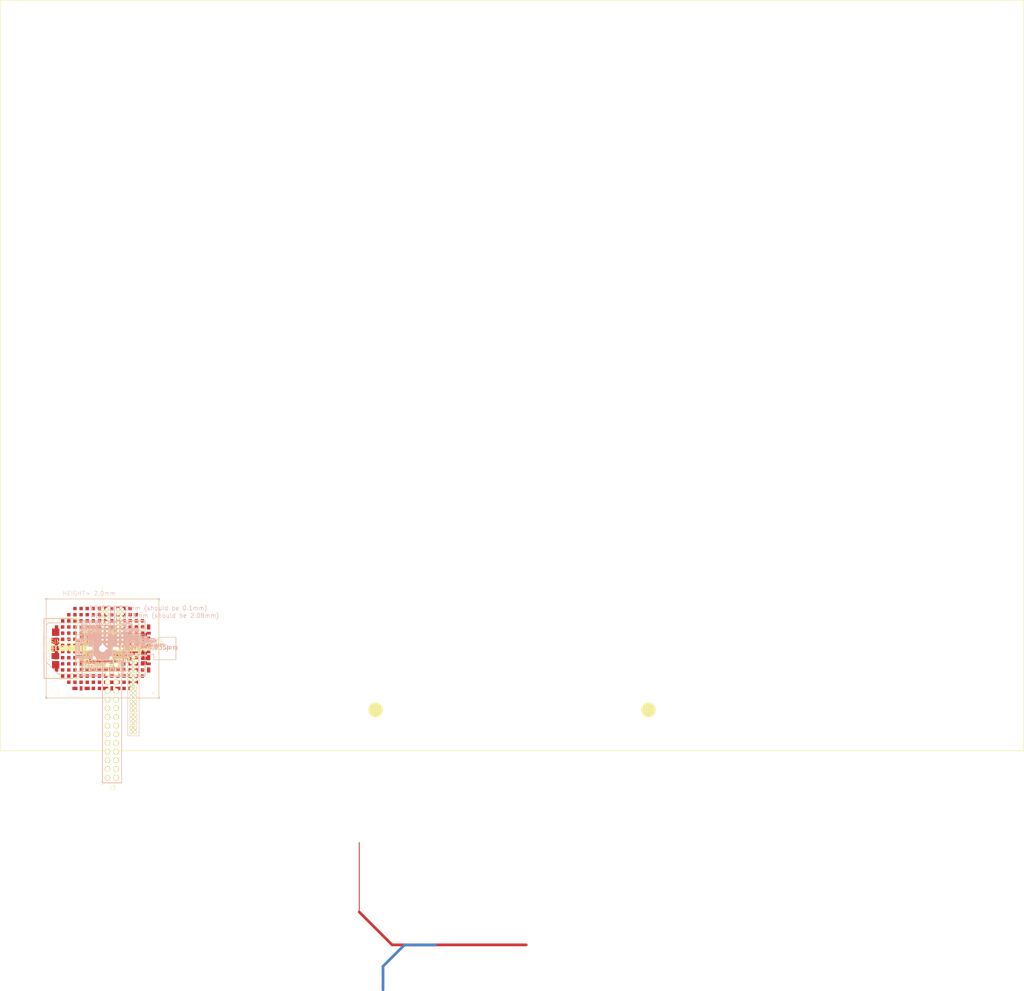
<source format=kicad_pcb>
(kicad_pcb (version 4) (host pcbnew 4.0.2+e4-6225~38~ubuntu16.04.1-stable)

  (general
    (links 1707)
    (no_connects 989)
    (area 0 0 0 0)
    (thickness 1.6)
    (drawings 0)
    (tracks 6)
    (zones 0)
    (modules 595)
    (nets 1179)
  )

  (page A4)
  (layers
    (0 F.Cu signal)
    (31 B.Cu signal)
    (32 B.Adhes user)
    (33 F.Adhes user)
    (34 B.Paste user)
    (35 F.Paste user)
    (36 B.SilkS user)
    (37 F.SilkS user)
    (38 B.Mask user)
    (39 F.Mask user)
    (40 Dwgs.User user)
    (41 Cmts.User user)
    (42 Eco1.User user)
    (43 Eco2.User user)
    (44 Edge.Cuts user)
    (45 Margin user)
    (46 B.CrtYd user)
    (47 F.CrtYd user)
    (48 B.Fab user)
    (49 F.Fab user)
  )

  (setup
    (last_trace_width 0.3)
    (user_trace_width 0.3)
    (user_trace_width 0.5)
    (user_trace_width 0.8)
    (trace_clearance 0.2)
    (zone_clearance 0.508)
    (zone_45_only no)
    (trace_min 0.2)
    (segment_width 0.2)
    (edge_width 0.1)
    (via_size 0.6)
    (via_drill 0.4)
    (via_min_size 0.4)
    (via_min_drill 0.3)
    (uvia_size 0.3)
    (uvia_drill 0.1)
    (uvias_allowed no)
    (uvia_min_size 0.2)
    (uvia_min_drill 0.1)
    (pcb_text_width 0.3)
    (pcb_text_size 1.5 1.5)
    (mod_edge_width 0.15)
    (mod_text_size 1 1)
    (mod_text_width 0.15)
    (pad_size 1.5 1.5)
    (pad_drill 0.6)
    (pad_to_mask_clearance 0)
    (aux_axis_origin 0 0)
    (visible_elements FFFFEF7F)
    (pcbplotparams
      (layerselection 0x00030_80000001)
      (usegerberextensions false)
      (excludeedgelayer true)
      (linewidth 0.100000)
      (plotframeref false)
      (viasonmask false)
      (mode 1)
      (useauxorigin false)
      (hpglpennumber 1)
      (hpglpenspeed 20)
      (hpglpendiameter 15)
      (hpglpenoverlay 2)
      (psnegative false)
      (psa4output false)
      (plotreference true)
      (plotvalue true)
      (plotinvisibletext false)
      (padsonsilk false)
      (subtractmaskfromsilk false)
      (outputformat 1)
      (mirror false)
      (drillshape 1)
      (scaleselection 1)
      (outputdirectory ""))
  )

  (net 0 "")
  (net 1 "Net-(B1/CTL3709-PadP$1)")
  (net 2 "Net-(B1/CTL3709-PadP$2)")
  (net 3 "Net-(B12/FN3709-PadP$1)")
  (net 4 "Net-(B2/CTL2301-PadP$2)")
  (net 5 "Net-(B13/SPC2301-PadP$1)")
  (net 6 "Net-(B10/OK3709-PadP$2)")
  (net 7 "Net-(B14/SPC2301-PadP$1)")
  (net 8 "Net-(B15/M3709-PadP$1)")
  (net 9 "Net-(B16/,3709-PadP$1)")
  (net 10 "Net-(B17/PGDN3709-PadP$1)")
  (net 11 "Net-(B18/END3709-PadP$1)")
  (net 12 "Net-(B19/LEFT3709-PadP$1)")
  (net 13 "Net-(B10/OK3709-PadP$1)")
  (net 14 "Net-(B11/ALT3709-PadP$2)")
  (net 15 "Net-(B12/FN3709-PadP$2)")
  (net 16 "Net-(B13/SPC2301-PadP$2)")
  (net 17 "Net-(B21/DEL3709-PadP$2)")
  (net 18 "Net-(B22/3709-PadP$2)")
  (net 19 "Net-(B23/TAB3709-PadP$2)")
  (net 20 "Net-(B31/ALT2301-PadP$2)")
  (net 21 "Net-(B32/SHLCK3709-PadP$2)")
  (net 22 "Net-(B33/ESC3709-PadP$2)")
  (net 23 "Net-(B60/^2301-PadP$2)")
  (net 24 "Net-(B69/O3709-PadP$2)")
  (net 25 "Net-(B79/2301-PadP$2)")
  (net 26 "Net-(BATT+3709-PadP)")
  (net 27 "/Fuel Gauge/BGND")
  (net 28 "Net-(BATT-ID3709-PadP)")
  (net 29 VBUS)
  (net 30 GND)
  (net 31 "Net-(C301-Pad1)")
  (net 32 "Net-(C301-Pad2)")
  (net 33 "Net-(C303-Pad2)")
  (net 34 VSYS)
  (net 35 "Net-(C305-Pad1)")
  (net 36 "Net-(C401-Pad1)")
  (net 37 "Net-(C402-Pad1)")
  (net 38 "Net-(C403-Pad1)")
  (net 39 "Net-(C404-Pad1)")
  (net 40 "Net-(C405-Pad1)")
  (net 41 "Net-(C406-Pad1)")
  (net 42 BATT)
  (net 43 "Net-(C502-Pad1)")
  (net 44 "Net-(C503-Pad1)")
  (net 45 "Net-(C504-Pad1)")
  (net 46 "Net-(C505-Pad1)")
  (net 47 "Net-(C506-Pad1)")
  (net 48 "Net-(C508-Pad1)")
  (net 49 "Net-(C601-Pad1)")
  (net 50 VMODEM3)
  (net 51 VMODEM1)
  (net 52 VMODEM2)
  (net 53 "Net-(C611-Pad1)")
  (net 54 SIM-RST)
  (net 55 VGNSS)
  (net 56 "Net-(C802-Pad1)")
  (net 57 "Net-(C802-Pad2)")
  (net 58 "Net-(C803-Pad1)")
  (net 59 "Net-(C803-Pad2)")
  (net 60 ADC1)
  (net 61 2V7)
  (net 62 ADC2)
  (net 63 "Net-(C808-Pad2)")
  (net 64 "Net-(C809-Pad2)")
  (net 65 3V3)
  (net 66 FM-RX)
  (net 67 "Net-(C901-Pad2)")
  (net 68 1V8)
  (net 69 "Net-(C1011-Pad1)")
  (net 70 "Net-(C1101-Pad1)")
  (net 71 "Net-(C1101-Pad2)")
  (net 72 "Net-(C1102-Pad1)")
  (net 73 "Net-(C1104-Pad1)")
  (net 74 HSL+)
  (net 75 HSL-)
  (net 76 "Net-(C1107-Pad1)")
  (net 77 HSR+)
  (net 78 HSR-)
  (net 79 HFL+)
  (net 80 HFL-)
  (net 81 HFR+)
  (net 82 HFR-)
  (net 83 AGND)
  (net 84 "Net-(C1201-Pad2)")
  (net 85 "Net-(C1203-Pad1)")
  (net 86 "Net-(C1203-Pad2)")
  (net 87 "Net-(C1204-Pad2)")
  (net 88 "Net-(C1205-Pad1)")
  (net 89 "Net-(C1206-Pad2)")
  (net 90 "Net-(C1207-Pad2)")
  (net 91 "Net-(C1208-Pad1)")
  (net 92 "Net-(C1209-Pad2)")
  (net 93 "Net-(C1210-Pad1)")
  (net 94 VMMC2)
  (net 95 "Net-(C1212-Pad1)")
  (net 96 MIC+)
  (net 97 "Net-(C1213-Pad2)")
  (net 98 MIC-)
  (net 99 "Net-(C1214-Pad2)")
  (net 100 "Net-(C1217-Pad1)")
  (net 101 "Net-(C1404-Pad2)")
  (net 102 "Net-(C1405-Pad2)")
  (net 103 "Net-(C1406-Pad2)")
  (net 104 "Net-(C1407-Pad2)")
  (net 105 "Net-(C1408-Pad2)")
  (net 106 "Net-(C1409-Pad2)")
  (net 107 "Net-(C1410-Pad1)")
  (net 108 "/Audio Handsfree/SPKRR+")
  (net 109 "Net-(C1603-Pad2)")
  (net 110 "Net-(C1605-Pad1)")
  (net 111 "Net-(C1605-Pad2)")
  (net 112 NFC-ANT)
  (net 113 "Net-(C1607-Pad1)")
  (net 114 "Net-(C1607-Pad2)")
  (net 115 "Net-(C1610-Pad1)")
  (net 116 "Net-(C1611-Pad2)")
  (net 117 "Net-(C1614-Pad2)")
  (net 118 "Net-(C1623-Pad1)")
  (net 119 "Net-(C1625-Pad1)")
  (net 120 "Net-(C1626-Pad1)")
  (net 121 "Net-(C1627-Pad1)")
  (net 122 "Net-(C1701-Pad1)")
  (net 123 AUDIOIN)
  (net 124 "Net-(C1901-Pad2)")
  (net 125 "Net-(C1902-Pad1)")
  (net 126 UART3-TX_IRTX)
  (net 127 "Net-(C1903-Pad2)")
  (net 128 UART3-CTS_RCTX)
  (net 129 "Net-(C1904-Pad2)")
  (net 130 "/uSD Breakout Board/USD-3V3")
  (net 131 GND2)
  (net 132 "Net-(C2103-Pad1)")
  (net 133 "Net-(C2104-Pad1)")
  (net 134 "Net-(C2105-Pad1)")
  (net 135 1V8-CPU)
  (net 136 GND3)
  (net 137 "Net-(C2402-Pad1)")
  (net 138 DMIC_CLOCK)
  (net 139 "Net-(C2404-Pad1)")
  (net 140 "Net-(C2406-Pad1)")
  (net 141 "Net-(C2407-Pad1)")
  (net 142 "Net-(C2408-Pad1)")
  (net 143 "Net-(C2409-Pad1)")
  (net 144 "Net-(C2410-Pad1)")
  (net 145 VBATT_UPPER)
  (net 146 "Net-(C2502-Pad1)")
  (net 147 "Net-(C2801-Pad1)")
  (net 148 "Net-(C2802-Pad1)")
  (net 149 "Net-(C3001-Pad1)")
  (net 150 VCSI=VAUX2???)
  (net 151 VDDA)
  (net 152 "Net-(C3101-Pad1)")
  (net 153 "Net-(C3101-Pad2)")
  (net 154 "Net-(C3102-Pad1)")
  (net 155 "Net-(C3102-Pad2)")
  (net 156 "Net-(C3103-Pad1)")
  (net 157 VSYS_UPPER)
  (net 158 "Net-(C3205-Pad2)")
  (net 159 "Net-(C3206-Pad2)")
  (net 160 "Net-(C3207-Pad2)")
  (net 161 "Net-(C3208-Pad2)")
  (net 162 BB-5V)
  (net 163 GND4)
  (net 164 "/BB-XM Adapter (CPU)/BB-VSYS")
  (net 165 "Net-(CD3709-PadP)")
  (net 166 UART?-RTS)
  (net 167 USB-WWAN-D+)
  (net 168 USB-WWAN-D-)
  (net 169 LOCK-GPIO)
  (net 170 GPIO-VOL+)
  (net 171 GPIO-VOL-)
  (net 172 POWERON)
  (net 173 CAM1-GPIO)
  (net 174 CAM2-GPIO)
  (net 175 "/WLAN, Bluetooth, FM/LOOP")
  (net 176 "Net-(D1201-Pad1)")
  (net 177 "Net-(D1203-Pad2)")
  (net 178 "Net-(D1204-Pad2)")
  (net 179 "Net-(D1205-Pad2)")
  (net 180 "/RFID/NFC Controller/NFC_LED")
  (net 181 "Net-(D1902-PadA)")
  (net 182 "Net-(D1902-PadK)")
  (net 183 "Net-(D2102-PadA)")
  (net 184 "Net-(D2501-PadA)")
  (net 185 "Net-(D2502-PadA)")
  (net 186 "Net-(D3201-PadA)")
  (net 187 "Net-(D3201-PadK)")
  (net 188 "Net-(D3202-PadA)")
  (net 189 "Net-(D3202-PadK)")
  (net 190 "Net-(DCD3709-PadP)")
  (net 191 "Net-(DSR3709-PadP)")
  (net 192 "Net-(DTR3709-PadP)")
  (net 193 GPIO-MODEM_IGT)
  (net 194 "Net-(GPS-ANT3709-Pad1)")
  (net 195 "Net-(HS-1201-PadP)")
  (net 196 "Net-(HS-1204-PadP)")
  (net 197 "Net-(HS-1206-PadP)")
  (net 198 "Net-(L801-Pad1)")
  (net 199 "Net-(L801-Pad2)")
  (net 200 "Net-(L901-Pad1)")
  (net 201 "Net-(L901-Pad2)")
  (net 202 "Net-(L1401-Pad2)")
  (net 203 "Net-(L1402-Pad2)")
  (net 204 "Net-(L1403-Pad2)")
  (net 205 "Net-(L1404-Pad2)")
  (net 206 "/uSD Breakout Board/USD-VBATT")
  (net 207 DMIC_BIAS)
  (net 208 /Display-Panel&Power/CDP-D0+_UPPER)
  (net 209 /Display-Panel&Power/CDP-D0-_UPPER)
  (net 210 "Net-(L2502-Pad3)")
  (net 211 "Net-(L2502-Pad4)")
  (net 212 /Display-Panel&Power/CDP-D1+_UPPER)
  (net 213 /Display-Panel&Power/CDP-D1-_UPPER)
  (net 214 "Net-(L2503-Pad3)")
  (net 215 "Net-(L2503-Pad4)")
  (net 216 /Display-Panel&Power/CDP-CLK+_UPPER)
  (net 217 /Display-Panel&Power/CDP-CLK-_UPPER)
  (net 218 "Net-(L2504-Pad3)")
  (net 219 "Net-(L2504-Pad4)")
  (net 220 VAUX??)
  (net 221 LC_IND)
  (net 222 "Net-(LED2101-Pad1)")
  (net 223 "Net-(LED2102-PadK)")
  (net 224 "Net-(LED2103-Pad1)")
  (net 225 "Net-(LED3101-Pad1)")
  (net 226 "Net-(LED3101-Pad2)")
  (net 227 "Net-(LED3101-Pad3)")
  (net 228 "Net-(LED3102-Pad1)")
  (net 229 "Net-(LED3102-Pad2)")
  (net 230 "Net-(LED3102-Pad3)")
  (net 231 "Net-(LED3201-Pad1)")
  (net 232 "Net-(LED3201-Pad2)")
  (net 233 "Net-(LED3201-Pad3)")
  (net 234 "Net-(LED3202-Pad1)")
  (net 235 "Net-(LED3202-Pad2)")
  (net 236 "Net-(LED3202-Pad3)")
  (net 237 "Net-(LED3203-Pad1)")
  (net 238 "Net-(LED3203-Pad2)")
  (net 239 "Net-(LED3203-Pad3)")
  (net 240 "Net-(LED3204-Pad1)")
  (net 241 "Net-(LED3204-Pad2)")
  (net 242 "Net-(LED3204-Pad3)")
  (net 243 "Net-(LED3205-Pad1)")
  (net 244 "Net-(LED3205-Pad2)")
  (net 245 "Net-(LED3205-Pad3)")
  (net 246 "Net-(LED3206-Pad4)")
  (net 247 "Net-(LED3206-Pad5)")
  (net 248 "Net-(LED3206-Pad6)")
  (net 249 "Net-(LED3207-PadK)")
  (net 250 "Net-(LED3208-Pad1)")
  (net 251 "Net-(LED3208-Pad2)")
  (net 252 "Net-(LED3208-Pad3)")
  (net 253 "Net-(LED3209-PadK)")
  (net 254 CHG_IND)
  (net 255 GSM-ANT-DRX)
  (net 256 STATUS)
  (net 257 "Net-(M601-PadC14)")
  (net 258 ANT-GNSS-DC)
  (net 259 "Net-(M601-PadD15)")
  (net 260 "Net-(M601-PadD16)")
  (net 261 GNSS-IN)
  (net 262 "Net-(M601-PadE15)")
  (net 263 "Net-(M601-PadE16)")
  (net 264 3G-WOE)
  (net 265 GSM-ANT-TRX)
  (net 266 MODEM_DATA_A)
  (net 267 MODEM_RST_A)
  (net 268 MODEM_CLK_A)
  (net 269 "/3G/4G Modem + SIM/ON_KEY")
  (net 270 PWR_IND)
  (net 271 "Net-(M601-PadM5)")
  (net 272 MCBSP4-DX)
  (net 273 MCBSP4-CLKX)
  (net 274 MCBSP4-FSX)
  (net 275 MCBSP4-DR)
  (net 276 MODEM-CD_A)
  (net 277 VBUS-MODEM)
  (net 278 "Net-(M601-PadN6)")
  (net 279 "Net-(M601-PadN7)")
  (net 280 UART?-CTS)
  (net 281 EMERG_OFF)
  (net 282 "Net-(M601-PadP6)")
  (net 283 "Net-(M601-PadP7)")
  (net 284 RING)
  (net 285 UART?-TX)
  (net 286 UART?-RX)
  (net 287 "Net-(M901-Pad2)")
  (net 288 "Net-(M901-Pad3)")
  (net 289 "Net-(M901-Pad4)")
  (net 290 "Net-(M901-Pad5)")
  (net 291 "/WLAN, Bluetooth, FM/N$82")
  (net 292 "/WLAN, Bluetooth, FM/N$97")
  (net 293 "/WLAN, Bluetooth, FM/N$63")
  (net 294 "/WLAN, Bluetooth, FM/N$62")
  (net 295 "/WLAN, Bluetooth, FM/N$59")
  (net 296 "/WLAN, Bluetooth, FM/N$61")
  (net 297 WLAN-IRQ)
  (net 298 "/WLAN, Bluetooth, FM/ANT2")
  (net 299 "Net-(M901-Pad25)")
  (net 300 "Net-(M901-Pad26)")
  (net 301 "Net-(M901-Pad27)")
  (net 302 "/WLAN, Bluetooth, FM/N$9")
  (net 303 32KHZ)
  (net 304 WLAN-EN)
  (net 305 BT-EN)
  (net 306 "Net-(M901-Pad42)")
  (net 307 "Net-(M901-Pad43)")
  (net 308 VBATT)
  (net 309 "/WLAN, Bluetooth, FM/N$57")
  (net 310 "/WLAN, Bluetooth, FM/N$15")
  (net 311 "/WLAN, Bluetooth, FM/N$36")
  (net 312 "/WLAN, Bluetooth, FM/N$13")
  (net 313 "/WLAN, Bluetooth, FM/BT-PCM-DX")
  (net 314 "/WLAN, Bluetooth, FM/BT-PCM-DR")
  (net 315 "/WLAN, Bluetooth, FM/N$319")
  (net 316 "/WLAN, Bluetooth, FM/N$312")
  (net 317 DMIC_DATA)
  (net 318 3V3-CPU)
  (net 319 VMMC2-CPU)
  (net 320 EAR-_UPPER)
  (net 321 EAR+_UPPER)
  (net 322 "Net-(P-DISP3709-Pad8)")
  (net 323 2V5_UPPER)
  (net 324 "Net-(P-DISP3709-Pad10)")
  (net 325 I2C2-SDA-CPU)
  (net 326 I2C2-SCL-CPU)
  (net 327 GPIO97)
  (net 328 N$49_UPPER)
  (net 329 N$50_UPPER)
  (net 330 N$41_UPPER)
  (net 331 2V8_UPPER)
  (net 332 "Net-(P-DISP3709-Pad29)")
  (net 333 "Net-(P-DISP3709-Pad30)")
  (net 334 "Net-(P-DISP3709-Pad34)")
  (net 335 "Net-(P-DISP3709-Pad35)")
  (net 336 "Net-(P-DISP3709-Pad36)")
  (net 337 "Net-(P-DISP3709-Pad37)")
  (net 338 "Net-(P-DISP3709-Pad38)")
  (net 339 /Camera/CSI-B-C-_UPPER)
  (net 340 /Camera/CSI-B-C+_UPPER)
  (net 341 /Camera/CSI-B-D-_UPPER)
  (net 342 /Camera/CSI-B-D+_UPPER)
  (net 343 CAM-CLK)
  (net 344 "Net-(P-DISP3709-Pad61)")
  (net 345 "Net-(P-DISP3709-Pad62)")
  (net 346 "Net-(P-DISP3709-Pad63)")
  (net 347 "Net-(P-INT801-PadSIG)")
  (net 348 "Net-(P-MICRO-SD3709-Pad1)")
  (net 349 "Net-(P-MICRO-SD3709-Pad2)")
  (net 350 "Net-(P-MICRO-SD3709-Pad3)")
  (net 351 "Net-(P-MICRO-SD3709-Pad5)")
  (net 352 "Net-(P-MICRO-SD3709-Pad7)")
  (net 353 "Net-(P-MICRO-SD3709-Pad8)")
  (net 354 VBUS-MODEM-CPU)
  (net 355 MODEM-CPU-D-)
  (net 356 MODEM-CPU-D+)
  (net 357 "Net-(P-MODEM3709-OTG2-Pad4/ID)")
  (net 358 OTG-D-)
  (net 359 OTG-D+)
  (net 360 OTG-ID)
  (net 361 "Net-(P-SIM701-PadC1)")
  (net 362 "/Dual SIM switch/N$224")
  (net 363 "/Dual SIM switch/N$137")
  (net 364 "/Dual SIM switch/N$342")
  (net 365 "/Dual SIM switch/N$338")
  (net 366 SIM-CLK)
  (net 367 SIM-DATA)
  (net 368 SD-DAT2)
  (net 369 I2C2-SDA)
  (net 370 SD-DAT3)
  (net 371 I2C2-SCL)
  (net 372 SD-CMD)
  (net 373 GPIO-FLASH-STR)
  (net 374 SD-VDD)
  (net 375 GPIO-FLASH-EN)
  (net 376 SD-CLK)
  (net 377 GPIO-FLASH-INT)
  (net 378 GPIO-CAM-COVER)
  (net 379 SD-DAT1)
  (net 380 SD-DAT0)
  (net 381 GPIO-BATT-LID)
  (net 382 SD-CD)
  (net 383 "Net-(P2001-Pad3)")
  (net 384 "Net-(P2001-Pad4)")
  (net 385 "Net-(P2001-Pad5)")
  (net 386 "Net-(P2001-Pad6)")
  (net 387 "Net-(P2001-Pad7)")
  (net 388 "Net-(P2001-Pad8)")
  (net 389 "Net-(P2001-Pad9)")
  (net 390 "Net-(P2001-Pad10)")
  (net 391 "Net-(P2001-Pad11)")
  (net 392 "Net-(P2001-Pad12)")
  (net 393 "Net-(P2001-Pad13)")
  (net 394 "Net-(P2001-Pad14)")
  (net 395 "Net-(P2001-Pad15)")
  (net 396 "Net-(P2001-Pad16)")
  (net 397 "Net-(P2001-Pad17)")
  (net 398 "Net-(P2001-Pad18)")
  (net 399 "Net-(P2001-Pad19)")
  (net 400 "Net-(P2001-Pad20)")
  (net 401 "Net-(P2001-Pad21)")
  (net 402 "Net-(P2001-Pad22)")
  (net 403 "Net-(P2001-Pad23)")
  (net 404 "Net-(P2001-Pad24)")
  (net 405 "Net-(P2001-Pad25)")
  (net 406 "Net-(P2001-Pad26)")
  (net 407 "Net-(P2001-Pad27)")
  (net 408 "Net-(P2001-Pad28)")
  (net 409 "Net-(P2001-Pad33)")
  (net 410 "Net-(P2001-Pad34)")
  (net 411 "Net-(P2001-Pad35)")
  (net 412 "Net-(P2001-Pad36)")
  (net 413 "Net-(P2001-Pad37)")
  (net 414 "Net-(P2001-Pad38)")
  (net 415 "Net-(P2001-Pad39)")
  (net 416 "Net-(P2001-Pad40)")
  (net 417 "Net-(P2001-Pad41)")
  (net 418 "Net-(P2001-Pad42)")
  (net 419 "Net-(P2001-Pad43)")
  (net 420 "Net-(P2001-Pad44)")
  (net 421 "Net-(P2001-Pad45)")
  (net 422 "Net-(P2001-Pad46)")
  (net 423 "Net-(P2001-Pad47)")
  (net 424 "Net-(P2001-Pad48)")
  (net 425 "Net-(P2001-Pad49)")
  (net 426 "Net-(P2001-Pad50)")
  (net 427 "Net-(P2001-Pad51)")
  (net 428 "Net-(P2001-Pad52)")
  (net 429 "Net-(P2001-Pad53)")
  (net 430 "Net-(P2001-Pad54)")
  (net 431 "Net-(P2001-Pad55)")
  (net 432 "Net-(P2001-Pad56)")
  (net 433 "Net-(P2001-Pad57)")
  (net 434 "Net-(P2001-Pad58)")
  (net 435 "Net-(P2002-Pad3)")
  (net 436 "Net-(P2002-Pad4)")
  (net 437 "Net-(P2002-Pad5)")
  (net 438 "Net-(P2002-Pad6)")
  (net 439 "Net-(P2002-Pad7)")
  (net 440 "Net-(P2002-Pad8)")
  (net 441 "Net-(P2002-Pad9)")
  (net 442 "Net-(P2002-Pad10)")
  (net 443 "Net-(P2002-Pad11)")
  (net 444 "Net-(P2002-Pad12)")
  (net 445 "Net-(P2002-Pad13)")
  (net 446 "Net-(P2002-Pad14)")
  (net 447 "Net-(P2002-Pad15)")
  (net 448 "Net-(P2002-Pad16)")
  (net 449 "Net-(P2002-Pad17)")
  (net 450 "Net-(P2002-Pad18)")
  (net 451 "Net-(P2002-Pad19)")
  (net 452 "Net-(P2002-Pad20)")
  (net 453 "Net-(P2002-Pad21)")
  (net 454 "Net-(P2002-Pad22)")
  (net 455 "Net-(P2002-Pad23)")
  (net 456 "Net-(P2002-Pad24)")
  (net 457 "Net-(P2002-Pad25)")
  (net 458 "Net-(P2002-Pad26)")
  (net 459 "Net-(P2002-Pad27)")
  (net 460 "Net-(P2002-Pad28)")
  (net 461 "Net-(P2002-Pad33)")
  (net 462 "Net-(P2002-Pad34)")
  (net 463 "Net-(P2002-Pad35)")
  (net 464 "Net-(P2002-Pad36)")
  (net 465 "Net-(P2002-Pad37)")
  (net 466 "Net-(P2002-Pad38)")
  (net 467 "Net-(P2002-Pad39)")
  (net 468 "Net-(P2002-Pad40)")
  (net 469 "Net-(P2002-Pad41)")
  (net 470 "Net-(P2002-Pad42)")
  (net 471 "Net-(P2002-Pad43)")
  (net 472 "Net-(P2002-Pad44)")
  (net 473 "Net-(P2002-Pad45)")
  (net 474 "Net-(P2002-Pad46)")
  (net 475 "Net-(P2002-Pad47)")
  (net 476 "Net-(P2002-Pad48)")
  (net 477 "Net-(P2002-Pad49)")
  (net 478 "Net-(P2002-Pad50)")
  (net 479 "Net-(P2002-Pad51)")
  (net 480 "Net-(P2002-Pad52)")
  (net 481 "Net-(P2002-Pad53)")
  (net 482 "Net-(P2002-Pad54)")
  (net 483 "Net-(P2002-Pad55)")
  (net 484 "Net-(P2002-Pad56)")
  (net 485 "Net-(P2002-Pad57)")
  (net 486 "Net-(P2002-Pad58)")
  (net 487 "/uSD Breakout Board/USD-I2C2-SDA")
  (net 488 "/uSD Breakout Board/USD-I2C2-SCL")
  (net 489 "/uSD Breakout Board/USD-STR")
  (net 490 "/uSD Breakout Board/USD-EN")
  (net 491 "/uSD Breakout Board/USD-INT")
  (net 492 "Net-(P2101-Pad13)")
  (net 493 "/uSD Breakout Board/LID")
  (net 494 "Net-(P2201-Pad3)")
  (net 495 "Net-(P2201-Pad4)")
  (net 496 "Net-(P2201-Pad5)")
  (net 497 "Net-(P2201-Pad6)")
  (net 498 "Net-(P2201-Pad7)")
  (net 499 "Net-(P2201-Pad8)")
  (net 500 "Net-(P2201-Pad9)")
  (net 501 "Net-(P2201-Pad10)")
  (net 502 "Net-(P2201-Pad11)")
  (net 503 "Net-(P2201-Pad12)")
  (net 504 "Net-(P2201-Pad13)")
  (net 505 "Net-(P2201-Pad14)")
  (net 506 "Net-(P2201-Pad15)")
  (net 507 "Net-(P2201-Pad16)")
  (net 508 "Net-(P2201-Pad17)")
  (net 509 "Net-(P2201-Pad18)")
  (net 510 "Net-(P2201-Pad19)")
  (net 511 "Net-(P2201-Pad20)")
  (net 512 "Net-(P2201-Pad21)")
  (net 513 "Net-(P2201-Pad22)")
  (net 514 "Net-(P2201-Pad23)")
  (net 515 "Net-(P2201-Pad24)")
  (net 516 "Net-(P2201-Pad25)")
  (net 517 "Net-(P2201-Pad26)")
  (net 518 "Net-(P2201-Pad27)")
  (net 519 "Net-(P2201-Pad28)")
  (net 520 "Net-(P2201-Pad33)")
  (net 521 "Net-(P2201-Pad34)")
  (net 522 "Net-(P2201-Pad35)")
  (net 523 "Net-(P2201-Pad36)")
  (net 524 "Net-(P2201-Pad37)")
  (net 525 "Net-(P2201-Pad38)")
  (net 526 "Net-(P2201-Pad39)")
  (net 527 "Net-(P2201-Pad40)")
  (net 528 "Net-(P2201-Pad41)")
  (net 529 "Net-(P2201-Pad42)")
  (net 530 "Net-(P2201-Pad43)")
  (net 531 "Net-(P2201-Pad44)")
  (net 532 "Net-(P2201-Pad45)")
  (net 533 "Net-(P2201-Pad46)")
  (net 534 "Net-(P2201-Pad47)")
  (net 535 "Net-(P2201-Pad48)")
  (net 536 "Net-(P2201-Pad49)")
  (net 537 "Net-(P2201-Pad50)")
  (net 538 "Net-(P2201-Pad51)")
  (net 539 "Net-(P2201-Pad52)")
  (net 540 "Net-(P2201-Pad53)")
  (net 541 "Net-(P2201-Pad54)")
  (net 542 "Net-(P2201-Pad55)")
  (net 543 "Net-(P2201-Pad56)")
  (net 544 "Net-(P2201-Pad57)")
  (net 545 "Net-(P2201-Pad58)")
  (net 546 "Net-(P2202-Pad3)")
  (net 547 "Net-(P2202-Pad4)")
  (net 548 "Net-(P2202-Pad5)")
  (net 549 "Net-(P2202-Pad6)")
  (net 550 "Net-(P2202-Pad7)")
  (net 551 "Net-(P2202-Pad8)")
  (net 552 "Net-(P2202-Pad9)")
  (net 553 "Net-(P2202-Pad10)")
  (net 554 "Net-(P2202-Pad11)")
  (net 555 "Net-(P2202-Pad12)")
  (net 556 "Net-(P2202-Pad13)")
  (net 557 "Net-(P2202-Pad14)")
  (net 558 "Net-(P2202-Pad15)")
  (net 559 "Net-(P2202-Pad16)")
  (net 560 "Net-(P2202-Pad17)")
  (net 561 "Net-(P2202-Pad18)")
  (net 562 "Net-(P2202-Pad19)")
  (net 563 "Net-(P2202-Pad20)")
  (net 564 "Net-(P2202-Pad21)")
  (net 565 "Net-(P2202-Pad22)")
  (net 566 "Net-(P2202-Pad23)")
  (net 567 "Net-(P2202-Pad24)")
  (net 568 "Net-(P2202-Pad25)")
  (net 569 "Net-(P2202-Pad26)")
  (net 570 "Net-(P2202-Pad27)")
  (net 571 "Net-(P2202-Pad28)")
  (net 572 "Net-(P2202-Pad30)")
  (net 573 "Net-(P2202-Pad33)")
  (net 574 "Net-(P2202-Pad34)")
  (net 575 "Net-(P2202-Pad35)")
  (net 576 "Net-(P2202-Pad36)")
  (net 577 "Net-(P2202-Pad37)")
  (net 578 "Net-(P2202-Pad38)")
  (net 579 "Net-(P2202-Pad39)")
  (net 580 "Net-(P2202-Pad40)")
  (net 581 "Net-(P2202-Pad41)")
  (net 582 "Net-(P2202-Pad42)")
  (net 583 "Net-(P2202-Pad43)")
  (net 584 "Net-(P2202-Pad44)")
  (net 585 "Net-(P2202-Pad45)")
  (net 586 "Net-(P2202-Pad46)")
  (net 587 "Net-(P2202-Pad47)")
  (net 588 "Net-(P2202-Pad48)")
  (net 589 "Net-(P2202-Pad49)")
  (net 590 "Net-(P2202-Pad50)")
  (net 591 "Net-(P2202-Pad51)")
  (net 592 "Net-(P2202-Pad52)")
  (net 593 "Net-(P2202-Pad53)")
  (net 594 "Net-(P2202-Pad54)")
  (net 595 "Net-(P2202-Pad55)")
  (net 596 "Net-(P2202-Pad56)")
  (net 597 "Net-(P2202-Pad57)")
  (net 598 "Net-(P2202-Pad58)")
  (net 599 "Net-(P3001-Pad1)")
  (net 600 "Net-(P3001-Pad6)")
  (net 601 "Net-(P3001-Pad7)")
  (net 602 "Net-(P3001-Pad9)")
  (net 603 "Net-(P3001-Pad10)")
  (net 604 /Camera/GPIO102)
  (net 605 I2C3-SCL-CPU)
  (net 606 I2C3-SDA-CPU)
  (net 607 "Net-(P3301-Pad5)")
  (net 608 "Net-(P3301-Pad6)")
  (net 609 "Net-(P3301-Pad11)")
  (net 610 "Net-(P3301-Pad12)")
  (net 611 "Net-(P3301-Pad13)")
  (net 612 "Net-(P3301-Pad14)")
  (net 613 "Net-(P3301-Pad15)")
  (net 614 "Net-(P3301-Pad16)")
  (net 615 "Net-(P3301-Pad17)")
  (net 616 "Net-(P3301-Pad18)")
  (net 617 "Net-(P3301-Pad19)")
  (net 618 "Net-(P3301-Pad20)")
  (net 619 "Net-(P3301-Pad21)")
  (net 620 "Net-(P3301-Pad22)")
  (net 621 "Net-(P3301-Pad23)")
  (net 622 "Net-(P3301-Pad24)")
  (net 623 "Net-(P3301-Pad25)")
  (net 624 "Net-(P3301-Pad26)")
  (net 625 "Net-(P3301-Pad27)")
  (net 626 "Net-(P3301-Pad28)")
  (net 627 "Net-(P3301-Pad29)")
  (net 628 "Net-(P3301-Pad30)")
  (net 629 "Net-(P3301-Pad31)")
  (net 630 "Net-(P3301-Pad32)")
  (net 631 "Net-(P3301-Pad33)")
  (net 632 "Net-(P3301-Pad34)")
  (net 633 "Net-(P3301-Pad35)")
  (net 634 "Net-(P3301-Pad36)")
  (net 635 NRESWARM-CPU)
  (net 636 "Net-(P3302-Pad1)")
  (net 637 "Net-(P3302-Pad2)")
  (net 638 "Net-(P3302-Pad3)")
  (net 639 "Net-(P3302-Pad8)")
  (net 640 "Net-(P3302-Pad9)")
  (net 641 "Net-(P3302-Pad12)")
  (net 642 "Net-(P3302-Pad13)")
  (net 643 "Net-(P3302-Pad14)")
  (net 644 "Net-(P3302-Pad15)")
  (net 645 "Net-(P3302-Pad16)")
  (net 646 "Net-(P3302-Pad17)")
  (net 647 "Net-(P3302-Pad18)")
  (net 648 "Net-(P3302-Pad19)")
  (net 649 "Net-(P3302-Pad20)")
  (net 650 "Net-(P3302-Pad21)")
  (net 651 "Net-(P3302-Pad22)")
  (net 652 "Net-(P3302-Pad23)")
  (net 653 "Net-(P3302-Pad24)")
  (net 654 "Net-(P3302-Pad25)")
  (net 655 "Net-(P3302-Pad26)")
  (net 656 "Net-(P3302-Pad27)")
  (net 657 "Net-(P3302-Pad28)")
  (net 658 "Net-(P3302-Pad29)")
  (net 659 "Net-(P3302-Pad30)")
  (net 660 "Net-(P3302-Pad31)")
  (net 661 "Net-(P3302-Pad32)")
  (net 662 "Net-(P3302-Pad33)")
  (net 663 "Net-(P3302-Pad34)")
  (net 664 "Net-(P3302-Pad35)")
  (net 665 "Net-(P3302-Pad36)")
  (net 666 "Net-(P3302-Pad37)")
  (net 667 "Net-(P3302-Pad38)")
  (net 668 "Net-(P3302-Pad39)")
  (net 669 "Net-(P3303-Pad1)")
  (net 670 "Net-(P3303-Pad2)")
  (net 671 "Net-(P3303-Pad3)")
  (net 672 "Net-(P3303-Pad4)")
  (net 673 "Net-(P3303-Pad5)")
  (net 674 "Net-(P3303-Pad6)")
  (net 675 "Net-(P3303-Pad7)")
  (net 676 "Net-(P3303-Pad8)")
  (net 677 "Net-(P3303-Pad9)")
  (net 678 "Net-(P3303-Pad10)")
  (net 679 "Net-(P3303-Pad11)")
  (net 680 "Net-(P3303-Pad12)")
  (net 681 "Net-(P3303-Pad13)")
  (net 682 "Net-(P3303-Pad14)")
  (net 683 "Net-(P3303-Pad15)")
  (net 684 "Net-(P3303-Pad16)")
  (net 685 "Net-(P3303-Pad17)")
  (net 686 "Net-(P3303-Pad18)")
  (net 687 "Net-(P3303-Pad19)")
  (net 688 "Net-(P3303-Pad20)")
  (net 689 "Net-(P3303-Pad21)")
  (net 690 "Net-(P3303-Pad23)")
  (net 691 "Net-(P3303-Pad24)")
  (net 692 "Net-(P3303-Pad25)")
  (net 693 "Net-(P3303-Pad26)")
  (net 694 "Net-(P3303-Pad27)")
  (net 695 "Net-(P3303-Pad28)")
  (net 696 "Net-(P3303-Pad29)")
  (net 697 "Net-(P3303-Pad30)")
  (net 698 "Net-(P3303-Pad31)")
  (net 699 "Net-(P3303-Pad32)")
  (net 700 "Net-(P3303-Pad33)")
  (net 701 "Net-(P3303-Pad34)")
  (net 702 "Net-(P3303-Pad35)")
  (net 703 VAUX4)
  (net 704 VAUX3)
  (net 705 "/BB-XM Adapter (DISP)/BB-DSS1")
  (net 706 "/BB-XM Adapter (DISP)/BB-DSS0")
  (net 707 "/BB-XM Adapter (DISP)/BB-DSS3")
  (net 708 "/BB-XM Adapter (DISP)/BB-DSS2")
  (net 709 "/BB-XM Adapter (DISP)/BB-DSS5")
  (net 710 "/BB-XM Adapter (DISP)/BB-DSS4")
  (net 711 "/BB-XM Adapter (DISP)/BB-DSS12")
  (net 712 "/BB-XM Adapter (DISP)/BB-I2C3SCL")
  (net 713 "/BB-XM Adapter (DISP)/BB-DSS20")
  (net 714 "/BB-XM Adapter (DISP)/BB-DSS21")
  (net 715 "/BB-XM Adapter (DISP)/BB-DSS17")
  (net 716 "/BB-XM Adapter (DISP)/BB-DSS18")
  (net 717 "/BB-XM Adapter (DISP)/BB-DSS15")
  (net 718 "/BB-XM Adapter (DISP)/BB-DSS16")
  (net 719 "/BB-XM Adapter (DISP)/BB-DSS7")
  (net 720 "/BB-XM Adapter (CPU)/BB-159")
  (net 721 "/BB-XM Adapter (CPU)/BB-156")
  (net 722 "/BB-XM Adapter (CPU)/BB-139")
  (net 723 "/BB-XM Adapter (CPU)/BB-144")
  (net 724 "/BB-XM Adapter (CPU)/BB-138")
  (net 725 "/BB-XM Adapter (CPU)/BB-146")
  (net 726 "/BB-XM Adapter (CPU)/BB-137")
  (net 727 "/BB-XM Adapter (CPU)/BB-143")
  (net 728 "/BB-XM Adapter (CPU)/BB-136")
  (net 729 "/BB-XM Adapter (CPU)/BB-NRESWARM")
  (net 730 "/BB-XM Adapter (CPU)/BB-I2C2SCL")
  (net 731 "/BB-XM Adapter (CPU)/BB-I2C2SDA")
  (net 732 "Net-(P3402-Pad4)")
  (net 733 "Net-(P3402-Pad5)")
  (net 734 "/BB-XM Adapter (CPU)/BB-130")
  (net 735 "/BB-XM Adapter (CPU)/BB-131")
  (net 736 "/BB-XM Adapter (CPU)/BB-132")
  (net 737 "/BB-XM Adapter (CPU)/BB-133")
  (net 738 "/BB-XM Adapter (CPU)/BB-134")
  (net 739 "/BB-XM Adapter (CPU)/BB-135")
  (net 740 "Net-(P3402-Pad16)")
  (net 741 "/BB-XM Adapter (CPU)/BB-145")
  (net 742 "Net-(P3402-Pad21)")
  (net 743 "/BB-XM Adapter (CPU)/BB-157")
  (net 744 "/BB-XM Adapter (CPU)/BB-158")
  (net 745 "Net-(P3402-Pad26)")
  (net 746 "/BB-XM Adapter (CPU)/BB-161")
  (net 747 "/BB-XM Adapter (CPU)/BB-162")
  (net 748 BB-1V8)
  (net 749 "/BB-XM Adapter (DISP)/BB-DSS6")
  (net 750 "/BB-XM Adapter (DISP)/BB-DSS8")
  (net 751 "/BB-XM Adapter (DISP)/BB-DSS9")
  (net 752 "/BB-XM Adapter (DISP)/BB-DSS10")
  (net 753 "/BB-XM Adapter (DISP)/BB-DSS11")
  (net 754 "/BB-XM Adapter (DISP)/BB-DSS13")
  (net 755 "/BB-XM Adapter (DISP)/BB-DSS14")
  (net 756 "/BB-XM Adapter (DISP)/BB-DSS19")
  (net 757 "/BB-XM Adapter (DISP)/BB-DSS22")
  (net 758 "/BB-XM Adapter (DISP)/BB-DSS23")
  (net 759 "/BB-XM Adapter (DISP)/BB-DSSHS")
  (net 760 "/BB-XM Adapter (DISP)/BB-DSSVS")
  (net 761 "/BB-XM Adapter (DISP)/BB-DSSCK")
  (net 762 "/BB-XM Adapter (DISP)/BB-DSSDE")
  (net 763 "/BB-XM Adapter (DISP)/BB-I2C3SDA")
  (net 764 BB-3V3)
  (net 765 "Net-(P3601-Pad2)")
  (net 766 "Net-(P3601-Pad3)")
  (net 767 "Net-(P3601-Pad4)")
  (net 768 "Net-(P3601-Pad5)")
  (net 769 "Net-(P3601-Pad6)")
  (net 770 "Net-(P3601-Pad7)")
  (net 771 "Net-(P3601-Pad8)")
  (net 772 "Net-(P3601-Pad9)")
  (net 773 "Net-(P3601-Pad10)")
  (net 774 "Net-(P3601-Pad11)")
  (net 775 "Net-(P3601-Pad12)")
  (net 776 "Net-(P3601-Pad13)")
  (net 777 "Net-(P3601-Pad14)")
  (net 778 "Net-(P3601-Pad15)")
  (net 779 "Net-(P3601-Pad16)")
  (net 780 "Net-(P3601-Pad17)")
  (net 781 "Net-(P3601-Pad18)")
  (net 782 "Net-(P3601-Pad19)")
  (net 783 "Net-(P3601-Pad20)")
  (net 784 "Net-(P3601-Pad21)")
  (net 785 "Net-(P3601-Pad23)")
  (net 786 "Net-(P3601-Pad24)")
  (net 787 "Net-(P3601-Pad25)")
  (net 788 "Net-(P3601-Pad26)")
  (net 789 "Net-(P3601-Pad27)")
  (net 790 "Net-(P3601-Pad28)")
  (net 791 "Net-(P3601-Pad29)")
  (net 792 "Net-(P3601-Pad30)")
  (net 793 "Net-(P3601-Pad31)")
  (net 794 "Net-(P3601-Pad32)")
  (net 795 "Net-(P3601-Pad33)")
  (net 796 "Net-(P3601-Pad34)")
  (net 797 "Net-(P3601-Pad35)")
  (net 798 "Net-(P3601-Pad36)")
  (net 799 "Net-(P3601-Pad37)")
  (net 800 "Net-(PGM3709-PadP$1)")
  (net 801 "Net-(R301-Pad2)")
  (net 802 BATTEMP)
  (net 803 "/Modem Power/VMODEM")
  (net 804 HDQ)
  (net 805 BATTID)
  (net 806 GPIO$52)
  (net 807 "Net-(R806-Pad1)")
  (net 808 "Net-(R807-Pad1)")
  (net 809 "Net-(R901-Pad1)")
  (net 810 "Net-(R901-Pad2)")
  (net 811 "Net-(R902-Pad1)")
  (net 812 "Net-(R902-Pad2)")
  (net 813 "Net-(R903-Pad1)")
  (net 814 "Net-(R903-Pad2)")
  (net 815 "Net-(R905-Pad1)")
  (net 816 "Net-(R905-Pad2)")
  (net 817 "Net-(R906-Pad1)")
  (net 818 "Net-(R906-Pad2)")
  (net 819 "Net-(R1001-Pad1)")
  (net 820 "Net-(R1002-Pad1)")
  (net 821 ACCEL-INT)
  (net 822 DMIC-CLOCK)
  (net 823 "Net-(R1101-Pad2)")
  (net 824 "Net-(R1102-Pad1)")
  (net 825 "Net-(R1103-Pad1)")
  (net 826 "Net-(R1104-Pad1)")
  (net 827 "Net-(R1105-Pad1)")
  (net 828 "Net-(R1106-Pad1)")
  (net 829 "Net-(R1107-Pad1)")
  (net 830 "Net-(R1108-Pad1)")
  (net 831 "Net-(R1109-Pad1)")
  (net 832 "Net-(R1110-Pad1)")
  (net 833 "Net-(R1111-Pad1)")
  (net 834 GPIO177)
  (net 835 MIC-BIAS)
  (net 836 MIC-ECI)
  (net 837 "Net-(R1207-Pad2)")
  (net 838 "Net-(R1301-Pad1)")
  (net 839 /ECI/2V5)
  (net 840 "Net-(R1302-Pad1)")
  (net 841 "Net-(R1303-Pad1)")
  (net 842 GPIO-ECI1)
  (net 843 GPIO-ECI0)
  (net 844 "Net-(R1307-Pad2)")
  (net 845 ECI-ADC)
  (net 846 "/RFID/NFC Controller/SWP_1_S1")
  (net 847 SWIO-1)
  (net 848 "/RFID/NFC Controller/SWP_2_S1")
  (net 849 SWIO-2)
  (net 850 "Net-(R1902-Pad1)")
  (net 851 "Net-(R1902-Pad2)")
  (net 852 UART3-RX_IRRX)
  (net 853 "Net-(R1908-Pad2)")
  (net 854 "Net-(R2101-Pad1)")
  (net 855 "Net-(R2402-Pad2)")
  (net 856 "Net-(R2403-Pad2)")
  (net 857 PWM_UPPER)
  (net 858 "VBAT(->TPS65950)_UPPER")
  (net 859 "Net-(R3001-Pad1)")
  (net 860 "Net-(R3003-Pad1)")
  (net 861 "Net-(R3003-Pad2)")
  (net 862 "Net-(R3004-Pad1)")
  (net 863 "Net-(R3004-Pad2)")
  (net 864 "Net-(R3201-Pad2)")
  (net 865 "Net-(R3202-Pad2)")
  (net 866 "Net-(R3203-Pad2)")
  (net 867 "Net-(R3204-Pad2)")
  (net 868 VBUS-CPU)
  (net 869 OTG-CPU-D-)
  (net 870 OTG-CPU-D+)
  (net 871 "/BB-XM Adapter (CPU)/N$68")
  (net 872 GPIO$55)
  (net 873 GPIO$56)
  (net 874 I2C3-SDA)
  (net 875 I2C3-SCL)
  (net 876 GPIO56)
  (net 877 "Net-(S1002-Pad5)")
  (net 878 "Net-(S1002-Pad12)")
  (net 879 GPIN115)
  (net 880 "Net-(S1003-Pad3)")
  (net 881 GPIO$51)
  (net 882 "Net-(S1003-Pad5)")
  (net 883 "Net-(S1003-Pad12)")
  (net 884 "Net-(S1004-Pad4)")
  (net 885 "Net-(S1004-Pad17)")
  (net 886 "Net-(S1004-Pad26)")
  (net 887 "Net-(S1004-Pad27)")
  (net 888 GPIO-MODEM_EMERG)
  (net 889 BQ.GPIO)
  (net 890 /Hackerbus/UART3_CTS)
  (net 891 /Hackerbus/UART3_TX)
  (net 892 /Hackerbus/N$341)
  (net 893 /Hackerbus/N$340)
  (net 894 /Hackerbus/N$339)
  (net 895 /Hackerbus/UART3_RTS)
  (net 896 /Hackerbus/UART3_RX)
  (net 897 /Hackerbus/N$347)
  (net 898 /Hackerbus/N$349)
  (net 899 /Hackerbus/N$351)
  (net 900 "Net-(U201-Pad5)")
  (net 901 "Net-(U301-Pad7)")
  (net 902 "Net-(U301-Pad8)")
  (net 903 "Net-(U301-Pad9)")
  (net 904 "Net-(U301-Pad12)")
  (net 905 GPIO-EN-MODEM)
  (net 906 INA231-INT)
  (net 907 "Net-(U502-PadA1)")
  (net 908 "/Dual SIM switch/N$344")
  (net 909 "/Dual SIM switch/N$353")
  (net 910 "/Dual SIM switch/N$354")
  (net 911 "/Dual SIM switch/MODEM_RST_B")
  (net 912 "/Dual SIM switch/MODEM_CLK_B")
  (net 913 "/Dual SIM switch/MODEM_DATA_B")
  (net 914 "/Dual SIM switch/N$343")
  (net 915 "/Dual SIM switch/N$352")
  (net 916 "/Dual SIM switch/N$20")
  (net 917 "/Dual SIM switch/N$40")
  (net 918 "/Dual SIM switch/N$65")
  (net 919 "/Dual SIM switch/N$53")
  (net 920 "Net-(U702-Pad6)")
  (net 921 "Net-(U702-Pad7)")
  (net 922 "Net-(U702-Pad8)")
  (net 923 "Net-(U702-Pad9)")
  (net 924 "/Dual SIM switch/N$346")
  (net 925 "/Antenna connections/ANT-GNSS")
  (net 926 GPIO$70)
  (net 927 "Net-(U803-Pad2)")
  (net 928 "Net-(U803-Pad6)")
  (net 929 N$229)
  (net 930 "Net-(U804-Pad5)")
  (net 931 N$19)
  (net 932 "Net-(U805-Pad5)")
  (net 933 GPIO$110)
  (net 934 ADC$114)
  (net 935 NRESWARM)
  (net 936 "Net-(U902-Pad18)")
  (net 937 "Net-(U902-Pad19)")
  (net 938 "Net-(U1101-PadA1)")
  (net 939 "Net-(U1101-PadA5)")
  (net 940 "Net-(U1101-PadA6)")
  (net 941 EAR-)
  (net 942 EAR+)
  (net 943 "Net-(U1101-PadB1)")
  (net 944 DMIC-BIAS)
  (net 945 MICBIAS)
  (net 946 "Net-(U1101-PadC1)")
  (net 947 "Net-(U1101-PadC10)")
  (net 948 "Net-(U1101-PadC11)")
  (net 949 "Net-(U1101-PadD1)")
  (net 950 "Net-(U1101-PadE1)")
  (net 951 "Net-(U1101-PadE10)")
  (net 952 "Net-(U1101-PadF1)")
  (net 953 FM-R-OUT)
  (net 954 N$129)
  (net 955 "Net-(U1101-PadG10)")
  (net 956 "Net-(U1101-PadG11)")
  (net 957 "Net-(U1101-PadH1)")
  (net 958 DMIC-DATA)
  (net 959 FM-L-OUT)
  (net 960 "Net-(U1101-PadH11)")
  (net 961 "Net-(U1101-PadJ1)")
  (net 962 N$148)
  (net 963 N$153)
  (net 964 N$154)
  (net 965 N$149)
  (net 966 N$150)
  (net 967 "Net-(U1101-PadK8)")
  (net 968 "Net-(U1101-PadL1)")
  (net 969 "Net-(U1101-PadL2)")
  (net 970 "Net-(U1101-PadL3)")
  (net 971 "Net-(U1101-PadL4)")
  (net 972 "Net-(U1101-PadL5)")
  (net 973 "Net-(U1101-PadL7)")
  (net 974 "Net-(U1101-PadL8)")
  (net 975 "Net-(U1101-PadL11)")
  (net 976 GPIO-HP-EN)
  (net 977 GPIO$60)
  (net 978 "Net-(U1301-Pad4)")
  (net 979 GPIO-HF-EN)
  (net 980 NFC-ASKOOK)
  (net 981 NFC-IRQ)
  (net 982 NFC-TXD/MOD)
  (net 983 NFC-IO1)
  (net 984 NFC-TXEN)
  (net 985 NFC-SS)
  (net 986 NFC-TRXCLK)
  (net 987 NFC-MISO)
  (net 988 NFC-MOSI)
  (net 989 NFC-SCLK)
  (net 990 NFC-CLK)
  (net 991 NFC-EN)
  (net 992 OMAP_NFC_nRESET)
  (net 993 "Net-(U1701-Pad20)")
  (net 994 "Net-(U1701-Pad21)")
  (net 995 OMAP_NFC_INT)
  (net 996 SWP_nRESET)
  (net 997 "/RFID/NFC Controller/SELF")
  (net 998 "Net-(U1901-Pad4)")
  (net 999 "Net-(U1901-Pad5)")
  (net 1000 "Net-(U1901-Pad6)")
  (net 1001 "Net-(U1901-Pad7)")
  (net 1002 "Net-(U1901-Pad8)")
  (net 1003 "Net-(U1902G$1-Pad1)")
  (net 1004 "Net-(U1902G$1-Pad2)")
  (net 1005 "Net-(U1902G$1-Pad4)")
  (net 1006 "Net-(U1902G$1-Pad5)")
  (net 1007 "Net-(U1902G$1-Pad6)")
  (net 1008 "Net-(U2102-Pad1)")
  (net 1009 "Net-(U2301-Pad4)")
  (net 1010 RESET_UPPER)
  (net 1011 KEYIRQ_UPPER)
  (net 1012 PENIRQ_UPPER)
  (net 1013 "Net-(U2402-Pad3)")
  (net 1014 "Net-(U2402-Pad12)")
  (net 1015 "Net-(U2402-Pad13)")
  (net 1016 "Net-(U2402-Pad16)")
  (net 1017 "Net-(U2402-Pad18)")
  (net 1018 "Net-(U2402-Pad19)")
  (net 1019 "Net-(U2402-Pad20)")
  (net 1020 "Net-(U2402-Pad22)")
  (net 1021 "Net-(U2402-Pad28)")
  (net 1022 "Net-(U2402-Pad29)")
  (net 1023 "Net-(U2402-Pad30)")
  (net 1024 "Net-(U2402-Pad31)")
  (net 1025 "Net-(U2402-Pad32)")
  (net 1026 "Net-(U2502-PadA23)")
  (net 1027 "Net-(U2502-PadA24)")
  (net 1028 "Net-(U2502-PadA25)")
  (net 1029 "Net-(U2502-PadAA27)")
  (net 1030 "Net-(U2502-PadAA28)")
  (net 1031 "Net-(U2502-PadAE2)")
  (net 1032 "Net-(U2502-PadAE14)")
  (net 1033 "Net-(U2502-PadAE21)")
  (net 1034 "Net-(U2502-PadAF4)")
  (net 1035 "Net-(U2502-PadAF18)")
  (net 1036 "Net-(U2502-PadAF19)")
  (net 1037 "Net-(U2502-PadAF21)")
  (net 1038 "Net-(U2502-PadAF26)")
  (net 1039 "Net-(U2502-PadAG4)")
  (net 1040 "Net-(U2502-PadAG5)")
  (net 1041 "Net-(U2502-PadAG17)")
  (net 1042 "Net-(U2502-PadAG23)")
  (net 1043 "Net-(U2502-PadAG24)")
  (net 1044 "Net-(U2502-PadAG26)")
  (net 1045 "Net-(U2502-PadAH4)")
  (net 1046 "Net-(U2502-PadAH5)")
  (net 1047 "Net-(U2502-PadAH17)")
  (net 1048 "Net-(U2502-PadAH22)")
  (net 1049 "Net-(U2502-PadAH23)")
  (net 1050 "Net-(U2502-PadAH24)")
  (net 1051 "Net-(U2502-PadAH25)")
  (net 1052 "Net-(U2502-PadAH26)")
  (net 1053 /Camera/GPIO167)
  (net 1054 "Net-(U2502-PadB24)")
  (net 1055 "Net-(U2502-PadB25)")
  (net 1056 "Net-(U2502-PadB26)")
  (net 1057 "Net-(U2502-PadC23)")
  (net 1058 "Net-(U2502-PadC26)")
  (net 1059 "Net-(U2502-PadD24)")
  (net 1060 /Camera/CAM-STR)
  (net 1061 "Net-(U2502-PadD26)")
  (net 1062 "Net-(U2502-PadD27)")
  (net 1063 "Net-(U2502-PadD28)")
  (net 1064 "Net-(U2502-PadE26)")
  (net 1065 "Net-(U2502-PadE27)")
  (net 1066 "Net-(U2502-PadF27)")
  (net 1067 "Net-(U2502-PadF28)")
  (net 1068 "Net-(U2502-PadG25)")
  (net 1069 "Net-(U2502-PadG26)")
  (net 1070 "Net-(U2502-PadH26)")
  (net 1071 "Net-(U2502-PadH27)")
  (net 1072 "Net-(U2502-PadJ26)")
  (net 1073 "Net-(U2502-PadM27)")
  (net 1074 "Net-(U2502-PadN25)")
  (net 1075 "Net-(U2502-PadN26)")
  (net 1076 "Net-(U2502-PadN27)")
  (net 1077 "Net-(U2502-PadN28)")
  (net 1078 "Net-(U2502-PadP26)")
  (net 1079 "Net-(U2502-PadP27)")
  (net 1080 "Net-(U2502-PadP28)")
  (net 1081 "Net-(U2502-PadR25)")
  (net 1082 "Net-(U2502-PadR27)")
  (net 1083 "Net-(U2701-PadH3)")
  (net 1084 "Net-(U2701-PadH4)")
  (net 1085 "Net-(U2701-PadH5)")
  (net 1086 "Net-(U2701-PadJ2)")
  (net 1087 "Net-(U2701-PadJ3)")
  (net 1088 "Net-(U2701-PadJ4)")
  (net 1089 "Net-(U2701-PadJ5)")
  (net 1090 "Net-(U2701-PadJ6)")
  (net 1091 "Net-(U2701-PadK2)")
  (net 1092 "Net-(U2701-PadW5)")
  (net 1093 "Net-(U2701-PadW6)")
  (net 1094 "Net-(U2802-PadA1)")
  (net 1095 "Net-(U2802-PadA2)")
  (net 1096 "Net-(U2802-PadA3)")
  (net 1097 "Net-(U2802-PadA4)")
  (net 1098 "Net-(U2802-PadA5)")
  (net 1099 "Net-(U2802-PadB1)")
  (net 1100 "Net-(U2802-PadB2)")
  (net 1101 "Net-(U2802-PadB3)")
  (net 1102 "Net-(U2802-PadB4)")
  (net 1103 "Net-(U2802-PadB5)")
  (net 1104 "Net-(U2802-PadC1)")
  (net 1105 "Net-(U2802-PadC3)")
  (net 1106 "Net-(U2802-PadC4)")
  (net 1107 "Net-(U2802-PadC5)")
  (net 1108 "Net-(U2802-PadD2)")
  (net 1109 "Net-(U2802-PadD3)")
  (net 1110 "Net-(U2802-PadD4)")
  (net 1111 "Net-(U2802-PadD5)")
  (net 1112 "Net-(U2802-PadE2)")
  (net 1113 "Net-(U2802-PadE3)")
  (net 1114 "Net-(U2802-PadE4)")
  (net 1115 "Net-(U2802-PadE5)")
  (net 1116 "Net-(U2803-PadA2)")
  (net 1117 "Net-(U2803-PadA14)")
  (net 1118 "Net-(U2803-PadB14)")
  (net 1119 "Net-(U2803-PadC6)")
  (net 1120 "Net-(U2803-PadC8)")
  (net 1121 "Net-(U2803-PadD7)")
  (net 1122 "Net-(U2803-PadD13)")
  (net 1123 "Net-(U2803-PadF13)")
  (net 1124 "Net-(U2803-PadF14)")
  (net 1125 "Net-(U2803-PadF15)")
  (net 1126 "Net-(U2803-PadF16)")
  (net 1127 "Net-(U2803-PadG3)")
  (net 1128 "Net-(U2803-PadG10)")
  (net 1129 "Net-(U2803-PadG11)")
  (net 1130 "Net-(U2803-PadG13)")
  (net 1131 "Net-(U2803-PadG14)")
  (net 1132 "Net-(U2803-PadG15)")
  (net 1133 "Net-(U2803-PadH4)")
  (net 1134 "Net-(U2803-PadH8)")
  (net 1135 "Net-(U2803-PadJ3)")
  (net 1136 "Net-(U2803-PadJ9)")
  (net 1137 "Net-(U2803-PadJ13)")
  (net 1138 "Net-(U2803-PadJ14)")
  (net 1139 "Net-(U2803-PadK13)")
  (net 1140 "Net-(U2803-PadK14)")
  (net 1141 "Net-(U2803-PadL13)")
  (net 1142 "Net-(U2803-PadL14)")
  (net 1143 "Net-(U2803-PadL15)")
  (net 1144 "Net-(U2803-PadM13)")
  (net 1145 "Net-(U2803-PadN1)")
  (net 1146 "Net-(U2803-PadN2)")
  (net 1147 "Net-(U2803-PadN4)")
  (net 1148 "Net-(U2803-PadN5)")
  (net 1149 "Net-(U2803-PadN6)")
  (net 1150 "Net-(U2803-PadN7)")
  (net 1151 "Net-(U2803-PadN10)")
  (net 1152 "Net-(U2803-PadN15)")
  (net 1153 "Net-(U2803-PadN16)")
  (net 1154 "Net-(U2803-PadP1)")
  (net 1155 "Net-(U2803-PadP2)")
  (net 1156 "Net-(U2803-PadP4)")
  (net 1157 "Net-(U2803-PadP5)")
  (net 1158 "Net-(U2803-PadP6)")
  (net 1159 "Net-(U2803-PadP15)")
  (net 1160 "Net-(U2803-PadP16)")
  (net 1161 "Net-(U2803-PadR5)")
  (net 1162 OTG-CPU-ID)
  (net 1163 "Net-(U2803-PadR12)")
  (net 1164 "Net-(U2901-Pad4)")
  (net 1165 "Net-(U2902-Pad4)")
  (net 1166 GPIO-LED-EN_UPPER)
  (net 1167 32KHZ_UPPER)
  (net 1168 GPIO-RGB-INT_UPPER)
  (net 1169 "Net-(U3201-PadB4)")
  (net 1170 "Net-(U3201-PadD2)")
  (net 1171 "Net-(U3201-PadD4)")
  (net 1172 "Net-(U3201-PadF2)")
  (net 1173 "Net-(U3202-PadB4)")
  (net 1174 "Net-(U3202-PadD2)")
  (net 1175 "Net-(U3202-PadD4)")
  (net 1176 "Net-(U3202-PadF2)")
  (net 1177 VIB+)
  (net 1178 VIB-)

  (net_class Default "This is the default net class."
    (clearance 0.2)
    (trace_width 0.25)
    (via_dia 0.6)
    (via_drill 0.4)
    (uvia_dia 0.3)
    (uvia_drill 0.1)
    (add_net "/3G/4G Modem + SIM/ON_KEY")
    (add_net "/Antenna connections/ANT-GNSS")
    (add_net "/Audio Handsfree/SPKRR+")
    (add_net "/BB-XM Adapter (CPU)/BB-131")
    (add_net "/BB-XM Adapter (CPU)/BB-133")
    (add_net "/BB-XM Adapter (CPU)/BB-134")
    (add_net "/BB-XM Adapter (CPU)/BB-135")
    (add_net "/BB-XM Adapter (CPU)/BB-136")
    (add_net "/BB-XM Adapter (CPU)/BB-137")
    (add_net "/BB-XM Adapter (CPU)/BB-138")
    (add_net "/BB-XM Adapter (CPU)/BB-139")
    (add_net "/BB-XM Adapter (CPU)/BB-143")
    (add_net "/BB-XM Adapter (CPU)/BB-144")
    (add_net "/BB-XM Adapter (CPU)/BB-145")
    (add_net "/BB-XM Adapter (CPU)/BB-146")
    (add_net "/BB-XM Adapter (CPU)/BB-156")
    (add_net "/BB-XM Adapter (CPU)/BB-157")
    (add_net "/BB-XM Adapter (CPU)/BB-158")
    (add_net "/BB-XM Adapter (CPU)/BB-159")
    (add_net "/BB-XM Adapter (CPU)/BB-161")
    (add_net "/BB-XM Adapter (CPU)/BB-162")
    (add_net "/BB-XM Adapter (CPU)/BB-I2C2SCL")
    (add_net "/BB-XM Adapter (CPU)/BB-I2C2SDA")
    (add_net "/BB-XM Adapter (CPU)/BB-NRESWARM")
    (add_net "/BB-XM Adapter (CPU)/BB-VSYS")
    (add_net "/BB-XM Adapter (CPU)/N$68")
    (add_net "/BB-XM Adapter (DISP)/BB-DSS0")
    (add_net "/BB-XM Adapter (DISP)/BB-DSS1")
    (add_net "/BB-XM Adapter (DISP)/BB-DSS10")
    (add_net "/BB-XM Adapter (DISP)/BB-DSS11")
    (add_net "/BB-XM Adapter (DISP)/BB-DSS12")
    (add_net "/BB-XM Adapter (DISP)/BB-DSS13")
    (add_net "/BB-XM Adapter (DISP)/BB-DSS14")
    (add_net "/BB-XM Adapter (DISP)/BB-DSS15")
    (add_net "/BB-XM Adapter (DISP)/BB-DSS16")
    (add_net "/BB-XM Adapter (DISP)/BB-DSS17")
    (add_net "/BB-XM Adapter (DISP)/BB-DSS18")
    (add_net "/BB-XM Adapter (DISP)/BB-DSS19")
    (add_net "/BB-XM Adapter (DISP)/BB-DSS2")
    (add_net "/BB-XM Adapter (DISP)/BB-DSS20")
    (add_net "/BB-XM Adapter (DISP)/BB-DSS21")
    (add_net "/BB-XM Adapter (DISP)/BB-DSS22")
    (add_net "/BB-XM Adapter (DISP)/BB-DSS23")
    (add_net "/BB-XM Adapter (DISP)/BB-DSS3")
    (add_net "/BB-XM Adapter (DISP)/BB-DSS4")
    (add_net "/BB-XM Adapter (DISP)/BB-DSS5")
    (add_net "/BB-XM Adapter (DISP)/BB-DSS6")
    (add_net "/BB-XM Adapter (DISP)/BB-DSS7")
    (add_net "/BB-XM Adapter (DISP)/BB-DSS8")
    (add_net "/BB-XM Adapter (DISP)/BB-DSS9")
    (add_net "/BB-XM Adapter (DISP)/BB-DSSCK")
    (add_net "/BB-XM Adapter (DISP)/BB-DSSDE")
    (add_net "/BB-XM Adapter (DISP)/BB-DSSHS")
    (add_net "/BB-XM Adapter (DISP)/BB-DSSVS")
    (add_net "/BB-XM Adapter (DISP)/BB-I2C3SCL")
    (add_net "/BB-XM Adapter (DISP)/BB-I2C3SDA")
    (add_net /Camera/CAM-STR)
    (add_net /Camera/CSI-B-C+_UPPER)
    (add_net /Camera/CSI-B-C-_UPPER)
    (add_net /Camera/CSI-B-D+_UPPER)
    (add_net /Camera/CSI-B-D-_UPPER)
    (add_net /Camera/GPIO102)
    (add_net /Camera/GPIO167)
    (add_net /Display-Panel&Power/CDP-CLK+_UPPER)
    (add_net /Display-Panel&Power/CDP-CLK-_UPPER)
    (add_net /Display-Panel&Power/CDP-D0+_UPPER)
    (add_net /Display-Panel&Power/CDP-D0-_UPPER)
    (add_net /Display-Panel&Power/CDP-D1+_UPPER)
    (add_net /Display-Panel&Power/CDP-D1-_UPPER)
    (add_net "/Dual SIM switch/MODEM_CLK_B")
    (add_net "/Dual SIM switch/MODEM_DATA_B")
    (add_net "/Dual SIM switch/MODEM_RST_B")
    (add_net "/Dual SIM switch/N$137")
    (add_net "/Dual SIM switch/N$20")
    (add_net "/Dual SIM switch/N$224")
    (add_net "/Dual SIM switch/N$338")
    (add_net "/Dual SIM switch/N$342")
    (add_net "/Dual SIM switch/N$343")
    (add_net "/Dual SIM switch/N$344")
    (add_net "/Dual SIM switch/N$346")
    (add_net "/Dual SIM switch/N$352")
    (add_net "/Dual SIM switch/N$353")
    (add_net "/Dual SIM switch/N$354")
    (add_net "/Dual SIM switch/N$40")
    (add_net "/Dual SIM switch/N$53")
    (add_net "/Dual SIM switch/N$65")
    (add_net /ECI/2V5)
    (add_net "/Fuel Gauge/BGND")
    (add_net /Hackerbus/N$339)
    (add_net /Hackerbus/N$340)
    (add_net /Hackerbus/N$341)
    (add_net /Hackerbus/N$347)
    (add_net /Hackerbus/N$349)
    (add_net /Hackerbus/N$351)
    (add_net /Hackerbus/UART3_CTS)
    (add_net /Hackerbus/UART3_RTS)
    (add_net /Hackerbus/UART3_RX)
    (add_net /Hackerbus/UART3_TX)
    (add_net "/Modem Power/VMODEM")
    (add_net "/RFID/NFC Controller/NFC_LED")
    (add_net "/RFID/NFC Controller/SELF")
    (add_net "/RFID/NFC Controller/SWP_1_S1")
    (add_net "/RFID/NFC Controller/SWP_2_S1")
    (add_net "/WLAN, Bluetooth, FM/ANT2")
    (add_net "/WLAN, Bluetooth, FM/BT-PCM-DR")
    (add_net "/WLAN, Bluetooth, FM/BT-PCM-DX")
    (add_net "/WLAN, Bluetooth, FM/LOOP")
    (add_net "/WLAN, Bluetooth, FM/N$13")
    (add_net "/WLAN, Bluetooth, FM/N$15")
    (add_net "/WLAN, Bluetooth, FM/N$312")
    (add_net "/WLAN, Bluetooth, FM/N$319")
    (add_net "/WLAN, Bluetooth, FM/N$36")
    (add_net "/WLAN, Bluetooth, FM/N$57")
    (add_net "/WLAN, Bluetooth, FM/N$59")
    (add_net "/WLAN, Bluetooth, FM/N$61")
    (add_net "/WLAN, Bluetooth, FM/N$62")
    (add_net "/WLAN, Bluetooth, FM/N$63")
    (add_net "/WLAN, Bluetooth, FM/N$82")
    (add_net "/WLAN, Bluetooth, FM/N$9")
    (add_net "/WLAN, Bluetooth, FM/N$97")
    (add_net "/uSD Breakout Board/LID")
    (add_net "/uSD Breakout Board/USD-3V3")
    (add_net "/uSD Breakout Board/USD-EN")
    (add_net "/uSD Breakout Board/USD-I2C2-SCL")
    (add_net "/uSD Breakout Board/USD-I2C2-SDA")
    (add_net "/uSD Breakout Board/USD-INT")
    (add_net "/uSD Breakout Board/USD-STR")
    (add_net "/uSD Breakout Board/USD-VBATT")
    (add_net 1V8)
    (add_net 1V8-CPU)
    (add_net 2V5_UPPER)
    (add_net 2V7)
    (add_net 2V8_UPPER)
    (add_net 32KHZ)
    (add_net 32KHZ_UPPER)
    (add_net 3G-WOE)
    (add_net 3V3)
    (add_net 3V3-CPU)
    (add_net ACCEL-INT)
    (add_net ADC$114)
    (add_net ADC1)
    (add_net ADC2)
    (add_net AGND)
    (add_net ANT-GNSS-DC)
    (add_net AUDIOIN)
    (add_net BATT)
    (add_net BATTEMP)
    (add_net BATTID)
    (add_net BB-1V8)
    (add_net BB-3V3)
    (add_net BB-5V)
    (add_net BQ.GPIO)
    (add_net BT-EN)
    (add_net CAM-CLK)
    (add_net CAM1-GPIO)
    (add_net CAM2-GPIO)
    (add_net CHG_IND)
    (add_net DMIC-BIAS)
    (add_net DMIC-CLOCK)
    (add_net DMIC-DATA)
    (add_net DMIC_BIAS)
    (add_net DMIC_CLOCK)
    (add_net DMIC_DATA)
    (add_net EAR+)
    (add_net EAR+_UPPER)
    (add_net EAR-)
    (add_net EAR-_UPPER)
    (add_net ECI-ADC)
    (add_net EMERG_OFF)
    (add_net FM-L-OUT)
    (add_net FM-R-OUT)
    (add_net FM-RX)
    (add_net GND)
    (add_net GND2)
    (add_net GND3)
    (add_net GND4)
    (add_net GNSS-IN)
    (add_net GPIN115)
    (add_net GPIO$110)
    (add_net GPIO$51)
    (add_net GPIO$52)
    (add_net GPIO$55)
    (add_net GPIO$56)
    (add_net GPIO$60)
    (add_net GPIO$70)
    (add_net GPIO-BATT-LID)
    (add_net GPIO-CAM-COVER)
    (add_net GPIO-ECI0)
    (add_net GPIO-ECI1)
    (add_net GPIO-EN-MODEM)
    (add_net GPIO-FLASH-EN)
    (add_net GPIO-FLASH-INT)
    (add_net GPIO-FLASH-STR)
    (add_net GPIO-HF-EN)
    (add_net GPIO-HP-EN)
    (add_net GPIO-LED-EN_UPPER)
    (add_net GPIO-MODEM_EMERG)
    (add_net GPIO-MODEM_IGT)
    (add_net GPIO-RGB-INT_UPPER)
    (add_net GPIO-VOL+)
    (add_net GPIO-VOL-)
    (add_net GPIO177)
    (add_net GPIO56)
    (add_net GPIO97)
    (add_net GSM-ANT-DRX)
    (add_net GSM-ANT-TRX)
    (add_net HDQ)
    (add_net HFL+)
    (add_net HFL-)
    (add_net HFR+)
    (add_net HFR-)
    (add_net HSL+)
    (add_net HSL-)
    (add_net HSR+)
    (add_net HSR-)
    (add_net I2C2-SCL)
    (add_net I2C2-SCL-CPU)
    (add_net I2C2-SDA)
    (add_net I2C2-SDA-CPU)
    (add_net I2C3-SCL)
    (add_net I2C3-SCL-CPU)
    (add_net I2C3-SDA)
    (add_net I2C3-SDA-CPU)
    (add_net INA231-INT)
    (add_net KEYIRQ_UPPER)
    (add_net LC_IND)
    (add_net LOCK-GPIO)
    (add_net MCBSP4-CLKX)
    (add_net MCBSP4-DR)
    (add_net MCBSP4-DX)
    (add_net MCBSP4-FSX)
    (add_net MIC+)
    (add_net MIC-)
    (add_net MIC-BIAS)
    (add_net MIC-ECI)
    (add_net MICBIAS)
    (add_net MODEM-CD_A)
    (add_net MODEM-CPU-D+)
    (add_net MODEM-CPU-D-)
    (add_net MODEM_CLK_A)
    (add_net MODEM_DATA_A)
    (add_net MODEM_RST_A)
    (add_net N$129)
    (add_net N$148)
    (add_net N$149)
    (add_net N$150)
    (add_net N$153)
    (add_net N$154)
    (add_net N$19)
    (add_net N$229)
    (add_net N$41_UPPER)
    (add_net N$49_UPPER)
    (add_net N$50_UPPER)
    (add_net NFC-ANT)
    (add_net NFC-ASKOOK)
    (add_net NFC-CLK)
    (add_net NFC-EN)
    (add_net NFC-IO1)
    (add_net NFC-IRQ)
    (add_net NFC-MISO)
    (add_net NFC-MOSI)
    (add_net NFC-SCLK)
    (add_net NFC-SS)
    (add_net NFC-TRXCLK)
    (add_net NFC-TXD/MOD)
    (add_net NFC-TXEN)
    (add_net NRESWARM)
    (add_net NRESWARM-CPU)
    (add_net "Net-(B1/CTL3709-PadP$1)")
    (add_net "Net-(B1/CTL3709-PadP$2)")
    (add_net "Net-(B10/OK3709-PadP$1)")
    (add_net "Net-(B10/OK3709-PadP$2)")
    (add_net "Net-(B11/ALT3709-PadP$2)")
    (add_net "Net-(B12/FN3709-PadP$1)")
    (add_net "Net-(B12/FN3709-PadP$2)")
    (add_net "Net-(B13/SPC2301-PadP$1)")
    (add_net "Net-(B13/SPC2301-PadP$2)")
    (add_net "Net-(B14/SPC2301-PadP$1)")
    (add_net "Net-(B15/M3709-PadP$1)")
    (add_net "Net-(B16/,3709-PadP$1)")
    (add_net "Net-(B17/PGDN3709-PadP$1)")
    (add_net "Net-(B18/END3709-PadP$1)")
    (add_net "Net-(B19/LEFT3709-PadP$1)")
    (add_net "Net-(B2/CTL2301-PadP$2)")
    (add_net "Net-(B21/DEL3709-PadP$2)")
    (add_net "Net-(B22/3709-PadP$2)")
    (add_net "Net-(B23/TAB3709-PadP$2)")
    (add_net "Net-(B31/ALT2301-PadP$2)")
    (add_net "Net-(B32/SHLCK3709-PadP$2)")
    (add_net "Net-(B33/ESC3709-PadP$2)")
    (add_net "Net-(B60/^2301-PadP$2)")
    (add_net "Net-(B69/O3709-PadP$2)")
    (add_net "Net-(B79/2301-PadP$2)")
    (add_net "Net-(BATT+3709-PadP)")
    (add_net "Net-(BATT-ID3709-PadP)")
    (add_net "Net-(C1011-Pad1)")
    (add_net "Net-(C1101-Pad1)")
    (add_net "Net-(C1101-Pad2)")
    (add_net "Net-(C1102-Pad1)")
    (add_net "Net-(C1104-Pad1)")
    (add_net "Net-(C1107-Pad1)")
    (add_net "Net-(C1201-Pad2)")
    (add_net "Net-(C1203-Pad1)")
    (add_net "Net-(C1203-Pad2)")
    (add_net "Net-(C1204-Pad2)")
    (add_net "Net-(C1205-Pad1)")
    (add_net "Net-(C1206-Pad2)")
    (add_net "Net-(C1207-Pad2)")
    (add_net "Net-(C1208-Pad1)")
    (add_net "Net-(C1209-Pad2)")
    (add_net "Net-(C1210-Pad1)")
    (add_net "Net-(C1212-Pad1)")
    (add_net "Net-(C1213-Pad2)")
    (add_net "Net-(C1214-Pad2)")
    (add_net "Net-(C1217-Pad1)")
    (add_net "Net-(C1404-Pad2)")
    (add_net "Net-(C1405-Pad2)")
    (add_net "Net-(C1406-Pad2)")
    (add_net "Net-(C1407-Pad2)")
    (add_net "Net-(C1408-Pad2)")
    (add_net "Net-(C1409-Pad2)")
    (add_net "Net-(C1410-Pad1)")
    (add_net "Net-(C1603-Pad2)")
    (add_net "Net-(C1605-Pad1)")
    (add_net "Net-(C1605-Pad2)")
    (add_net "Net-(C1607-Pad1)")
    (add_net "Net-(C1607-Pad2)")
    (add_net "Net-(C1610-Pad1)")
    (add_net "Net-(C1611-Pad2)")
    (add_net "Net-(C1614-Pad2)")
    (add_net "Net-(C1623-Pad1)")
    (add_net "Net-(C1625-Pad1)")
    (add_net "Net-(C1626-Pad1)")
    (add_net "Net-(C1627-Pad1)")
    (add_net "Net-(C1701-Pad1)")
    (add_net "Net-(C1901-Pad2)")
    (add_net "Net-(C1902-Pad1)")
    (add_net "Net-(C1903-Pad2)")
    (add_net "Net-(C1904-Pad2)")
    (add_net "Net-(C2103-Pad1)")
    (add_net "Net-(C2104-Pad1)")
    (add_net "Net-(C2105-Pad1)")
    (add_net "Net-(C2402-Pad1)")
    (add_net "Net-(C2404-Pad1)")
    (add_net "Net-(C2406-Pad1)")
    (add_net "Net-(C2407-Pad1)")
    (add_net "Net-(C2408-Pad1)")
    (add_net "Net-(C2409-Pad1)")
    (add_net "Net-(C2410-Pad1)")
    (add_net "Net-(C2502-Pad1)")
    (add_net "Net-(C2801-Pad1)")
    (add_net "Net-(C2802-Pad1)")
    (add_net "Net-(C3001-Pad1)")
    (add_net "Net-(C301-Pad1)")
    (add_net "Net-(C301-Pad2)")
    (add_net "Net-(C303-Pad2)")
    (add_net "Net-(C305-Pad1)")
    (add_net "Net-(C3101-Pad1)")
    (add_net "Net-(C3101-Pad2)")
    (add_net "Net-(C3102-Pad1)")
    (add_net "Net-(C3102-Pad2)")
    (add_net "Net-(C3103-Pad1)")
    (add_net "Net-(C3205-Pad2)")
    (add_net "Net-(C3206-Pad2)")
    (add_net "Net-(C3207-Pad2)")
    (add_net "Net-(C3208-Pad2)")
    (add_net "Net-(C401-Pad1)")
    (add_net "Net-(C402-Pad1)")
    (add_net "Net-(C403-Pad1)")
    (add_net "Net-(C404-Pad1)")
    (add_net "Net-(C405-Pad1)")
    (add_net "Net-(C406-Pad1)")
    (add_net "Net-(C502-Pad1)")
    (add_net "Net-(C503-Pad1)")
    (add_net "Net-(C504-Pad1)")
    (add_net "Net-(C505-Pad1)")
    (add_net "Net-(C506-Pad1)")
    (add_net "Net-(C508-Pad1)")
    (add_net "Net-(C601-Pad1)")
    (add_net "Net-(C611-Pad1)")
    (add_net "Net-(C802-Pad1)")
    (add_net "Net-(C802-Pad2)")
    (add_net "Net-(C803-Pad1)")
    (add_net "Net-(C803-Pad2)")
    (add_net "Net-(C808-Pad2)")
    (add_net "Net-(C809-Pad2)")
    (add_net "Net-(C901-Pad2)")
    (add_net "Net-(CD3709-PadP)")
    (add_net "Net-(D1201-Pad1)")
    (add_net "Net-(D1203-Pad2)")
    (add_net "Net-(D1204-Pad2)")
    (add_net "Net-(D1205-Pad2)")
    (add_net "Net-(D1902-PadA)")
    (add_net "Net-(D1902-PadK)")
    (add_net "Net-(D2102-PadA)")
    (add_net "Net-(D2501-PadA)")
    (add_net "Net-(D2502-PadA)")
    (add_net "Net-(D3201-PadA)")
    (add_net "Net-(D3201-PadK)")
    (add_net "Net-(D3202-PadA)")
    (add_net "Net-(D3202-PadK)")
    (add_net "Net-(DCD3709-PadP)")
    (add_net "Net-(DSR3709-PadP)")
    (add_net "Net-(DTR3709-PadP)")
    (add_net "Net-(GPS-ANT3709-Pad1)")
    (add_net "Net-(HS-1201-PadP)")
    (add_net "Net-(HS-1204-PadP)")
    (add_net "Net-(HS-1206-PadP)")
    (add_net "Net-(L1401-Pad2)")
    (add_net "Net-(L1402-Pad2)")
    (add_net "Net-(L1403-Pad2)")
    (add_net "Net-(L1404-Pad2)")
    (add_net "Net-(L2502-Pad3)")
    (add_net "Net-(L2502-Pad4)")
    (add_net "Net-(L2503-Pad3)")
    (add_net "Net-(L2503-Pad4)")
    (add_net "Net-(L2504-Pad3)")
    (add_net "Net-(L2504-Pad4)")
    (add_net "Net-(L801-Pad1)")
    (add_net "Net-(L801-Pad2)")
    (add_net "Net-(L901-Pad1)")
    (add_net "Net-(L901-Pad2)")
    (add_net "Net-(LED2101-Pad1)")
    (add_net "Net-(LED2102-PadK)")
    (add_net "Net-(LED2103-Pad1)")
    (add_net "Net-(LED3101-Pad1)")
    (add_net "Net-(LED3101-Pad2)")
    (add_net "Net-(LED3101-Pad3)")
    (add_net "Net-(LED3102-Pad1)")
    (add_net "Net-(LED3102-Pad2)")
    (add_net "Net-(LED3102-Pad3)")
    (add_net "Net-(LED3201-Pad1)")
    (add_net "Net-(LED3201-Pad2)")
    (add_net "Net-(LED3201-Pad3)")
    (add_net "Net-(LED3202-Pad1)")
    (add_net "Net-(LED3202-Pad2)")
    (add_net "Net-(LED3202-Pad3)")
    (add_net "Net-(LED3203-Pad1)")
    (add_net "Net-(LED3203-Pad2)")
    (add_net "Net-(LED3203-Pad3)")
    (add_net "Net-(LED3204-Pad1)")
    (add_net "Net-(LED3204-Pad2)")
    (add_net "Net-(LED3204-Pad3)")
    (add_net "Net-(LED3205-Pad1)")
    (add_net "Net-(LED3205-Pad2)")
    (add_net "Net-(LED3205-Pad3)")
    (add_net "Net-(LED3206-Pad4)")
    (add_net "Net-(LED3206-Pad5)")
    (add_net "Net-(LED3206-Pad6)")
    (add_net "Net-(LED3207-PadK)")
    (add_net "Net-(LED3208-Pad1)")
    (add_net "Net-(LED3208-Pad2)")
    (add_net "Net-(LED3208-Pad3)")
    (add_net "Net-(LED3209-PadK)")
    (add_net "Net-(M601-PadC14)")
    (add_net "Net-(M601-PadD15)")
    (add_net "Net-(M601-PadD16)")
    (add_net "Net-(M601-PadE15)")
    (add_net "Net-(M601-PadE16)")
    (add_net "Net-(M601-PadM5)")
    (add_net "Net-(M601-PadN6)")
    (add_net "Net-(M601-PadN7)")
    (add_net "Net-(M601-PadP6)")
    (add_net "Net-(M601-PadP7)")
    (add_net "Net-(M901-Pad2)")
    (add_net "Net-(M901-Pad25)")
    (add_net "Net-(M901-Pad26)")
    (add_net "Net-(M901-Pad27)")
    (add_net "Net-(M901-Pad3)")
    (add_net "Net-(M901-Pad4)")
    (add_net "Net-(M901-Pad42)")
    (add_net "Net-(M901-Pad43)")
    (add_net "Net-(M901-Pad5)")
    (add_net "Net-(P-DISP3709-Pad10)")
    (add_net "Net-(P-DISP3709-Pad29)")
    (add_net "Net-(P-DISP3709-Pad30)")
    (add_net "Net-(P-DISP3709-Pad34)")
    (add_net "Net-(P-DISP3709-Pad35)")
    (add_net "Net-(P-DISP3709-Pad36)")
    (add_net "Net-(P-DISP3709-Pad37)")
    (add_net "Net-(P-DISP3709-Pad38)")
    (add_net "Net-(P-DISP3709-Pad61)")
    (add_net "Net-(P-DISP3709-Pad62)")
    (add_net "Net-(P-DISP3709-Pad63)")
    (add_net "Net-(P-DISP3709-Pad8)")
    (add_net "Net-(P-INT801-PadSIG)")
    (add_net "Net-(P-MICRO-SD3709-Pad1)")
    (add_net "Net-(P-MICRO-SD3709-Pad2)")
    (add_net "Net-(P-MICRO-SD3709-Pad3)")
    (add_net "Net-(P-MICRO-SD3709-Pad5)")
    (add_net "Net-(P-MICRO-SD3709-Pad7)")
    (add_net "Net-(P-MICRO-SD3709-Pad8)")
    (add_net "Net-(P-MODEM3709-OTG2-Pad4/ID)")
    (add_net "Net-(P-SIM701-PadC1)")
    (add_net "Net-(P2001-Pad10)")
    (add_net "Net-(P2001-Pad11)")
    (add_net "Net-(P2001-Pad12)")
    (add_net "Net-(P2001-Pad13)")
    (add_net "Net-(P2001-Pad14)")
    (add_net "Net-(P2001-Pad15)")
    (add_net "Net-(P2001-Pad16)")
    (add_net "Net-(P2001-Pad17)")
    (add_net "Net-(P2001-Pad18)")
    (add_net "Net-(P2001-Pad19)")
    (add_net "Net-(P2001-Pad20)")
    (add_net "Net-(P2001-Pad21)")
    (add_net "Net-(P2001-Pad22)")
    (add_net "Net-(P2001-Pad23)")
    (add_net "Net-(P2001-Pad24)")
    (add_net "Net-(P2001-Pad25)")
    (add_net "Net-(P2001-Pad26)")
    (add_net "Net-(P2001-Pad27)")
    (add_net "Net-(P2001-Pad28)")
    (add_net "Net-(P2001-Pad3)")
    (add_net "Net-(P2001-Pad33)")
    (add_net "Net-(P2001-Pad34)")
    (add_net "Net-(P2001-Pad35)")
    (add_net "Net-(P2001-Pad36)")
    (add_net "Net-(P2001-Pad37)")
    (add_net "Net-(P2001-Pad38)")
    (add_net "Net-(P2001-Pad39)")
    (add_net "Net-(P2001-Pad4)")
    (add_net "Net-(P2001-Pad40)")
    (add_net "Net-(P2001-Pad41)")
    (add_net "Net-(P2001-Pad42)")
    (add_net "Net-(P2001-Pad43)")
    (add_net "Net-(P2001-Pad44)")
    (add_net "Net-(P2001-Pad45)")
    (add_net "Net-(P2001-Pad46)")
    (add_net "Net-(P2001-Pad47)")
    (add_net "Net-(P2001-Pad48)")
    (add_net "Net-(P2001-Pad49)")
    (add_net "Net-(P2001-Pad5)")
    (add_net "Net-(P2001-Pad50)")
    (add_net "Net-(P2001-Pad51)")
    (add_net "Net-(P2001-Pad52)")
    (add_net "Net-(P2001-Pad53)")
    (add_net "Net-(P2001-Pad54)")
    (add_net "Net-(P2001-Pad55)")
    (add_net "Net-(P2001-Pad56)")
    (add_net "Net-(P2001-Pad57)")
    (add_net "Net-(P2001-Pad58)")
    (add_net "Net-(P2001-Pad6)")
    (add_net "Net-(P2001-Pad7)")
    (add_net "Net-(P2001-Pad8)")
    (add_net "Net-(P2001-Pad9)")
    (add_net "Net-(P2002-Pad10)")
    (add_net "Net-(P2002-Pad11)")
    (add_net "Net-(P2002-Pad12)")
    (add_net "Net-(P2002-Pad13)")
    (add_net "Net-(P2002-Pad14)")
    (add_net "Net-(P2002-Pad15)")
    (add_net "Net-(P2002-Pad16)")
    (add_net "Net-(P2002-Pad17)")
    (add_net "Net-(P2002-Pad18)")
    (add_net "Net-(P2002-Pad19)")
    (add_net "Net-(P2002-Pad20)")
    (add_net "Net-(P2002-Pad21)")
    (add_net "Net-(P2002-Pad22)")
    (add_net "Net-(P2002-Pad23)")
    (add_net "Net-(P2002-Pad24)")
    (add_net "Net-(P2002-Pad25)")
    (add_net "Net-(P2002-Pad26)")
    (add_net "Net-(P2002-Pad27)")
    (add_net "Net-(P2002-Pad28)")
    (add_net "Net-(P2002-Pad3)")
    (add_net "Net-(P2002-Pad33)")
    (add_net "Net-(P2002-Pad34)")
    (add_net "Net-(P2002-Pad35)")
    (add_net "Net-(P2002-Pad36)")
    (add_net "Net-(P2002-Pad37)")
    (add_net "Net-(P2002-Pad38)")
    (add_net "Net-(P2002-Pad39)")
    (add_net "Net-(P2002-Pad4)")
    (add_net "Net-(P2002-Pad40)")
    (add_net "Net-(P2002-Pad41)")
    (add_net "Net-(P2002-Pad42)")
    (add_net "Net-(P2002-Pad43)")
    (add_net "Net-(P2002-Pad44)")
    (add_net "Net-(P2002-Pad45)")
    (add_net "Net-(P2002-Pad46)")
    (add_net "Net-(P2002-Pad47)")
    (add_net "Net-(P2002-Pad48)")
    (add_net "Net-(P2002-Pad49)")
    (add_net "Net-(P2002-Pad5)")
    (add_net "Net-(P2002-Pad50)")
    (add_net "Net-(P2002-Pad51)")
    (add_net "Net-(P2002-Pad52)")
    (add_net "Net-(P2002-Pad53)")
    (add_net "Net-(P2002-Pad54)")
    (add_net "Net-(P2002-Pad55)")
    (add_net "Net-(P2002-Pad56)")
    (add_net "Net-(P2002-Pad57)")
    (add_net "Net-(P2002-Pad58)")
    (add_net "Net-(P2002-Pad6)")
    (add_net "Net-(P2002-Pad7)")
    (add_net "Net-(P2002-Pad8)")
    (add_net "Net-(P2002-Pad9)")
    (add_net "Net-(P2101-Pad13)")
    (add_net "Net-(P2201-Pad10)")
    (add_net "Net-(P2201-Pad11)")
    (add_net "Net-(P2201-Pad12)")
    (add_net "Net-(P2201-Pad13)")
    (add_net "Net-(P2201-Pad14)")
    (add_net "Net-(P2201-Pad15)")
    (add_net "Net-(P2201-Pad16)")
    (add_net "Net-(P2201-Pad17)")
    (add_net "Net-(P2201-Pad18)")
    (add_net "Net-(P2201-Pad19)")
    (add_net "Net-(P2201-Pad20)")
    (add_net "Net-(P2201-Pad21)")
    (add_net "Net-(P2201-Pad22)")
    (add_net "Net-(P2201-Pad23)")
    (add_net "Net-(P2201-Pad24)")
    (add_net "Net-(P2201-Pad25)")
    (add_net "Net-(P2201-Pad26)")
    (add_net "Net-(P2201-Pad27)")
    (add_net "Net-(P2201-Pad28)")
    (add_net "Net-(P2201-Pad3)")
    (add_net "Net-(P2201-Pad33)")
    (add_net "Net-(P2201-Pad34)")
    (add_net "Net-(P2201-Pad35)")
    (add_net "Net-(P2201-Pad36)")
    (add_net "Net-(P2201-Pad37)")
    (add_net "Net-(P2201-Pad38)")
    (add_net "Net-(P2201-Pad39)")
    (add_net "Net-(P2201-Pad4)")
    (add_net "Net-(P2201-Pad40)")
    (add_net "Net-(P2201-Pad41)")
    (add_net "Net-(P2201-Pad42)")
    (add_net "Net-(P2201-Pad43)")
    (add_net "Net-(P2201-Pad44)")
    (add_net "Net-(P2201-Pad45)")
    (add_net "Net-(P2201-Pad46)")
    (add_net "Net-(P2201-Pad47)")
    (add_net "Net-(P2201-Pad48)")
    (add_net "Net-(P2201-Pad49)")
    (add_net "Net-(P2201-Pad5)")
    (add_net "Net-(P2201-Pad50)")
    (add_net "Net-(P2201-Pad51)")
    (add_net "Net-(P2201-Pad52)")
    (add_net "Net-(P2201-Pad53)")
    (add_net "Net-(P2201-Pad54)")
    (add_net "Net-(P2201-Pad55)")
    (add_net "Net-(P2201-Pad56)")
    (add_net "Net-(P2201-Pad57)")
    (add_net "Net-(P2201-Pad58)")
    (add_net "Net-(P2201-Pad6)")
    (add_net "Net-(P2201-Pad7)")
    (add_net "Net-(P2201-Pad8)")
    (add_net "Net-(P2201-Pad9)")
    (add_net "Net-(P2202-Pad10)")
    (add_net "Net-(P2202-Pad11)")
    (add_net "Net-(P2202-Pad12)")
    (add_net "Net-(P2202-Pad13)")
    (add_net "Net-(P2202-Pad14)")
    (add_net "Net-(P2202-Pad15)")
    (add_net "Net-(P2202-Pad16)")
    (add_net "Net-(P2202-Pad17)")
    (add_net "Net-(P2202-Pad18)")
    (add_net "Net-(P2202-Pad19)")
    (add_net "Net-(P2202-Pad20)")
    (add_net "Net-(P2202-Pad21)")
    (add_net "Net-(P2202-Pad22)")
    (add_net "Net-(P2202-Pad23)")
    (add_net "Net-(P2202-Pad24)")
    (add_net "Net-(P2202-Pad25)")
    (add_net "Net-(P2202-Pad26)")
    (add_net "Net-(P2202-Pad27)")
    (add_net "Net-(P2202-Pad28)")
    (add_net "Net-(P2202-Pad3)")
    (add_net "Net-(P2202-Pad30)")
    (add_net "Net-(P2202-Pad33)")
    (add_net "Net-(P2202-Pad34)")
    (add_net "Net-(P2202-Pad35)")
    (add_net "Net-(P2202-Pad36)")
    (add_net "Net-(P2202-Pad37)")
    (add_net "Net-(P2202-Pad38)")
    (add_net "Net-(P2202-Pad39)")
    (add_net "Net-(P2202-Pad4)")
    (add_net "Net-(P2202-Pad40)")
    (add_net "Net-(P2202-Pad41)")
    (add_net "Net-(P2202-Pad42)")
    (add_net "Net-(P2202-Pad43)")
    (add_net "Net-(P2202-Pad44)")
    (add_net "Net-(P2202-Pad45)")
    (add_net "Net-(P2202-Pad46)")
    (add_net "Net-(P2202-Pad47)")
    (add_net "Net-(P2202-Pad48)")
    (add_net "Net-(P2202-Pad49)")
    (add_net "Net-(P2202-Pad5)")
    (add_net "Net-(P2202-Pad50)")
    (add_net "Net-(P2202-Pad51)")
    (add_net "Net-(P2202-Pad52)")
    (add_net "Net-(P2202-Pad53)")
    (add_net "Net-(P2202-Pad54)")
    (add_net "Net-(P2202-Pad55)")
    (add_net "Net-(P2202-Pad56)")
    (add_net "Net-(P2202-Pad57)")
    (add_net "Net-(P2202-Pad58)")
    (add_net "Net-(P2202-Pad6)")
    (add_net "Net-(P2202-Pad7)")
    (add_net "Net-(P2202-Pad8)")
    (add_net "Net-(P2202-Pad9)")
    (add_net "Net-(P3001-Pad1)")
    (add_net "Net-(P3001-Pad10)")
    (add_net "Net-(P3001-Pad6)")
    (add_net "Net-(P3001-Pad7)")
    (add_net "Net-(P3001-Pad9)")
    (add_net "Net-(P3301-Pad11)")
    (add_net "Net-(P3301-Pad12)")
    (add_net "Net-(P3301-Pad13)")
    (add_net "Net-(P3301-Pad14)")
    (add_net "Net-(P3301-Pad15)")
    (add_net "Net-(P3301-Pad16)")
    (add_net "Net-(P3301-Pad17)")
    (add_net "Net-(P3301-Pad18)")
    (add_net "Net-(P3301-Pad19)")
    (add_net "Net-(P3301-Pad20)")
    (add_net "Net-(P3301-Pad21)")
    (add_net "Net-(P3301-Pad22)")
    (add_net "Net-(P3301-Pad23)")
    (add_net "Net-(P3301-Pad24)")
    (add_net "Net-(P3301-Pad25)")
    (add_net "Net-(P3301-Pad26)")
    (add_net "Net-(P3301-Pad27)")
    (add_net "Net-(P3301-Pad28)")
    (add_net "Net-(P3301-Pad29)")
    (add_net "Net-(P3301-Pad30)")
    (add_net "Net-(P3301-Pad31)")
    (add_net "Net-(P3301-Pad32)")
    (add_net "Net-(P3301-Pad33)")
    (add_net "Net-(P3301-Pad34)")
    (add_net "Net-(P3301-Pad35)")
    (add_net "Net-(P3301-Pad36)")
    (add_net "Net-(P3301-Pad5)")
    (add_net "Net-(P3301-Pad6)")
    (add_net "Net-(P3302-Pad1)")
    (add_net "Net-(P3302-Pad12)")
    (add_net "Net-(P3302-Pad13)")
    (add_net "Net-(P3302-Pad14)")
    (add_net "Net-(P3302-Pad15)")
    (add_net "Net-(P3302-Pad16)")
    (add_net "Net-(P3302-Pad17)")
    (add_net "Net-(P3302-Pad18)")
    (add_net "Net-(P3302-Pad19)")
    (add_net "Net-(P3302-Pad2)")
    (add_net "Net-(P3302-Pad20)")
    (add_net "Net-(P3302-Pad21)")
    (add_net "Net-(P3302-Pad22)")
    (add_net "Net-(P3302-Pad23)")
    (add_net "Net-(P3302-Pad24)")
    (add_net "Net-(P3302-Pad25)")
    (add_net "Net-(P3302-Pad26)")
    (add_net "Net-(P3302-Pad27)")
    (add_net "Net-(P3302-Pad28)")
    (add_net "Net-(P3302-Pad29)")
    (add_net "Net-(P3302-Pad3)")
    (add_net "Net-(P3302-Pad30)")
    (add_net "Net-(P3302-Pad31)")
    (add_net "Net-(P3302-Pad32)")
    (add_net "Net-(P3302-Pad33)")
    (add_net "Net-(P3302-Pad34)")
    (add_net "Net-(P3302-Pad35)")
    (add_net "Net-(P3302-Pad36)")
    (add_net "Net-(P3302-Pad37)")
    (add_net "Net-(P3302-Pad38)")
    (add_net "Net-(P3302-Pad39)")
    (add_net "Net-(P3302-Pad8)")
    (add_net "Net-(P3302-Pad9)")
    (add_net "Net-(P3303-Pad1)")
    (add_net "Net-(P3303-Pad10)")
    (add_net "Net-(P3303-Pad11)")
    (add_net "Net-(P3303-Pad12)")
    (add_net "Net-(P3303-Pad13)")
    (add_net "Net-(P3303-Pad14)")
    (add_net "Net-(P3303-Pad15)")
    (add_net "Net-(P3303-Pad16)")
    (add_net "Net-(P3303-Pad17)")
    (add_net "Net-(P3303-Pad18)")
    (add_net "Net-(P3303-Pad19)")
    (add_net "Net-(P3303-Pad2)")
    (add_net "Net-(P3303-Pad20)")
    (add_net "Net-(P3303-Pad21)")
    (add_net "Net-(P3303-Pad23)")
    (add_net "Net-(P3303-Pad24)")
    (add_net "Net-(P3303-Pad25)")
    (add_net "Net-(P3303-Pad26)")
    (add_net "Net-(P3303-Pad27)")
    (add_net "Net-(P3303-Pad28)")
    (add_net "Net-(P3303-Pad29)")
    (add_net "Net-(P3303-Pad3)")
    (add_net "Net-(P3303-Pad30)")
    (add_net "Net-(P3303-Pad31)")
    (add_net "Net-(P3303-Pad32)")
    (add_net "Net-(P3303-Pad33)")
    (add_net "Net-(P3303-Pad34)")
    (add_net "Net-(P3303-Pad35)")
    (add_net "Net-(P3303-Pad4)")
    (add_net "Net-(P3303-Pad5)")
    (add_net "Net-(P3303-Pad6)")
    (add_net "Net-(P3303-Pad7)")
    (add_net "Net-(P3303-Pad8)")
    (add_net "Net-(P3303-Pad9)")
    (add_net "Net-(P3402-Pad16)")
    (add_net "Net-(P3402-Pad21)")
    (add_net "Net-(P3402-Pad26)")
    (add_net "Net-(P3402-Pad4)")
    (add_net "Net-(P3402-Pad5)")
    (add_net "Net-(P3601-Pad10)")
    (add_net "Net-(P3601-Pad11)")
    (add_net "Net-(P3601-Pad12)")
    (add_net "Net-(P3601-Pad13)")
    (add_net "Net-(P3601-Pad14)")
    (add_net "Net-(P3601-Pad15)")
    (add_net "Net-(P3601-Pad16)")
    (add_net "Net-(P3601-Pad17)")
    (add_net "Net-(P3601-Pad18)")
    (add_net "Net-(P3601-Pad19)")
    (add_net "Net-(P3601-Pad2)")
    (add_net "Net-(P3601-Pad20)")
    (add_net "Net-(P3601-Pad21)")
    (add_net "Net-(P3601-Pad23)")
    (add_net "Net-(P3601-Pad24)")
    (add_net "Net-(P3601-Pad25)")
    (add_net "Net-(P3601-Pad26)")
    (add_net "Net-(P3601-Pad27)")
    (add_net "Net-(P3601-Pad28)")
    (add_net "Net-(P3601-Pad29)")
    (add_net "Net-(P3601-Pad3)")
    (add_net "Net-(P3601-Pad30)")
    (add_net "Net-(P3601-Pad31)")
    (add_net "Net-(P3601-Pad32)")
    (add_net "Net-(P3601-Pad33)")
    (add_net "Net-(P3601-Pad34)")
    (add_net "Net-(P3601-Pad35)")
    (add_net "Net-(P3601-Pad36)")
    (add_net "Net-(P3601-Pad37)")
    (add_net "Net-(P3601-Pad4)")
    (add_net "Net-(P3601-Pad5)")
    (add_net "Net-(P3601-Pad6)")
    (add_net "Net-(P3601-Pad7)")
    (add_net "Net-(P3601-Pad8)")
    (add_net "Net-(P3601-Pad9)")
    (add_net "Net-(PGM3709-PadP$1)")
    (add_net "Net-(R1001-Pad1)")
    (add_net "Net-(R1002-Pad1)")
    (add_net "Net-(R1101-Pad2)")
    (add_net "Net-(R1102-Pad1)")
    (add_net "Net-(R1103-Pad1)")
    (add_net "Net-(R1104-Pad1)")
    (add_net "Net-(R1105-Pad1)")
    (add_net "Net-(R1106-Pad1)")
    (add_net "Net-(R1107-Pad1)")
    (add_net "Net-(R1108-Pad1)")
    (add_net "Net-(R1109-Pad1)")
    (add_net "Net-(R1110-Pad1)")
    (add_net "Net-(R1111-Pad1)")
    (add_net "Net-(R1207-Pad2)")
    (add_net "Net-(R1301-Pad1)")
    (add_net "Net-(R1302-Pad1)")
    (add_net "Net-(R1303-Pad1)")
    (add_net "Net-(R1307-Pad2)")
    (add_net "Net-(R1902-Pad1)")
    (add_net "Net-(R1902-Pad2)")
    (add_net "Net-(R1908-Pad2)")
    (add_net "Net-(R2101-Pad1)")
    (add_net "Net-(R2402-Pad2)")
    (add_net "Net-(R2403-Pad2)")
    (add_net "Net-(R3001-Pad1)")
    (add_net "Net-(R3003-Pad1)")
    (add_net "Net-(R3003-Pad2)")
    (add_net "Net-(R3004-Pad1)")
    (add_net "Net-(R3004-Pad2)")
    (add_net "Net-(R301-Pad2)")
    (add_net "Net-(R3201-Pad2)")
    (add_net "Net-(R3202-Pad2)")
    (add_net "Net-(R3203-Pad2)")
    (add_net "Net-(R3204-Pad2)")
    (add_net "Net-(R806-Pad1)")
    (add_net "Net-(R807-Pad1)")
    (add_net "Net-(R901-Pad1)")
    (add_net "Net-(R901-Pad2)")
    (add_net "Net-(R902-Pad1)")
    (add_net "Net-(R902-Pad2)")
    (add_net "Net-(R903-Pad1)")
    (add_net "Net-(R903-Pad2)")
    (add_net "Net-(R905-Pad1)")
    (add_net "Net-(R905-Pad2)")
    (add_net "Net-(R906-Pad1)")
    (add_net "Net-(R906-Pad2)")
    (add_net "Net-(S1002-Pad12)")
    (add_net "Net-(S1002-Pad5)")
    (add_net "Net-(S1003-Pad12)")
    (add_net "Net-(S1003-Pad3)")
    (add_net "Net-(S1003-Pad5)")
    (add_net "Net-(S1004-Pad17)")
    (add_net "Net-(S1004-Pad26)")
    (add_net "Net-(S1004-Pad27)")
    (add_net "Net-(S1004-Pad4)")
    (add_net "Net-(U1101-PadA1)")
    (add_net "Net-(U1101-PadA5)")
    (add_net "Net-(U1101-PadA6)")
    (add_net "Net-(U1101-PadB1)")
    (add_net "Net-(U1101-PadC1)")
    (add_net "Net-(U1101-PadC10)")
    (add_net "Net-(U1101-PadC11)")
    (add_net "Net-(U1101-PadD1)")
    (add_net "Net-(U1101-PadE1)")
    (add_net "Net-(U1101-PadE10)")
    (add_net "Net-(U1101-PadF1)")
    (add_net "Net-(U1101-PadG10)")
    (add_net "Net-(U1101-PadG11)")
    (add_net "Net-(U1101-PadH1)")
    (add_net "Net-(U1101-PadH11)")
    (add_net "Net-(U1101-PadJ1)")
    (add_net "Net-(U1101-PadK8)")
    (add_net "Net-(U1101-PadL1)")
    (add_net "Net-(U1101-PadL11)")
    (add_net "Net-(U1101-PadL2)")
    (add_net "Net-(U1101-PadL3)")
    (add_net "Net-(U1101-PadL4)")
    (add_net "Net-(U1101-PadL5)")
    (add_net "Net-(U1101-PadL7)")
    (add_net "Net-(U1101-PadL8)")
    (add_net "Net-(U1301-Pad4)")
    (add_net "Net-(U1701-Pad20)")
    (add_net "Net-(U1701-Pad21)")
    (add_net "Net-(U1901-Pad4)")
    (add_net "Net-(U1901-Pad5)")
    (add_net "Net-(U1901-Pad6)")
    (add_net "Net-(U1901-Pad7)")
    (add_net "Net-(U1901-Pad8)")
    (add_net "Net-(U1902G$1-Pad1)")
    (add_net "Net-(U1902G$1-Pad2)")
    (add_net "Net-(U1902G$1-Pad4)")
    (add_net "Net-(U1902G$1-Pad5)")
    (add_net "Net-(U1902G$1-Pad6)")
    (add_net "Net-(U201-Pad5)")
    (add_net "Net-(U2102-Pad1)")
    (add_net "Net-(U2301-Pad4)")
    (add_net "Net-(U2402-Pad12)")
    (add_net "Net-(U2402-Pad13)")
    (add_net "Net-(U2402-Pad16)")
    (add_net "Net-(U2402-Pad18)")
    (add_net "Net-(U2402-Pad19)")
    (add_net "Net-(U2402-Pad20)")
    (add_net "Net-(U2402-Pad22)")
    (add_net "Net-(U2402-Pad28)")
    (add_net "Net-(U2402-Pad29)")
    (add_net "Net-(U2402-Pad3)")
    (add_net "Net-(U2402-Pad30)")
    (add_net "Net-(U2402-Pad31)")
    (add_net "Net-(U2402-Pad32)")
    (add_net "Net-(U2502-PadA23)")
    (add_net "Net-(U2502-PadA24)")
    (add_net "Net-(U2502-PadA25)")
    (add_net "Net-(U2502-PadAA27)")
    (add_net "Net-(U2502-PadAA28)")
    (add_net "Net-(U2502-PadAE14)")
    (add_net "Net-(U2502-PadAE2)")
    (add_net "Net-(U2502-PadAE21)")
    (add_net "Net-(U2502-PadAF18)")
    (add_net "Net-(U2502-PadAF19)")
    (add_net "Net-(U2502-PadAF21)")
    (add_net "Net-(U2502-PadAF26)")
    (add_net "Net-(U2502-PadAF4)")
    (add_net "Net-(U2502-PadAG17)")
    (add_net "Net-(U2502-PadAG23)")
    (add_net "Net-(U2502-PadAG24)")
    (add_net "Net-(U2502-PadAG26)")
    (add_net "Net-(U2502-PadAG4)")
    (add_net "Net-(U2502-PadAG5)")
    (add_net "Net-(U2502-PadAH17)")
    (add_net "Net-(U2502-PadAH22)")
    (add_net "Net-(U2502-PadAH23)")
    (add_net "Net-(U2502-PadAH24)")
    (add_net "Net-(U2502-PadAH25)")
    (add_net "Net-(U2502-PadAH26)")
    (add_net "Net-(U2502-PadAH4)")
    (add_net "Net-(U2502-PadAH5)")
    (add_net "Net-(U2502-PadB24)")
    (add_net "Net-(U2502-PadB25)")
    (add_net "Net-(U2502-PadB26)")
    (add_net "Net-(U2502-PadC23)")
    (add_net "Net-(U2502-PadC26)")
    (add_net "Net-(U2502-PadD24)")
    (add_net "Net-(U2502-PadD26)")
    (add_net "Net-(U2502-PadD27)")
    (add_net "Net-(U2502-PadD28)")
    (add_net "Net-(U2502-PadE26)")
    (add_net "Net-(U2502-PadE27)")
    (add_net "Net-(U2502-PadF27)")
    (add_net "Net-(U2502-PadF28)")
    (add_net "Net-(U2502-PadG25)")
    (add_net "Net-(U2502-PadG26)")
    (add_net "Net-(U2502-PadH26)")
    (add_net "Net-(U2502-PadH27)")
    (add_net "Net-(U2502-PadJ26)")
    (add_net "Net-(U2502-PadM27)")
    (add_net "Net-(U2502-PadN25)")
    (add_net "Net-(U2502-PadN26)")
    (add_net "Net-(U2502-PadN27)")
    (add_net "Net-(U2502-PadN28)")
    (add_net "Net-(U2502-PadP26)")
    (add_net "Net-(U2502-PadP27)")
    (add_net "Net-(U2502-PadP28)")
    (add_net "Net-(U2502-PadR25)")
    (add_net "Net-(U2502-PadR27)")
    (add_net "Net-(U2701-PadH3)")
    (add_net "Net-(U2701-PadH4)")
    (add_net "Net-(U2701-PadH5)")
    (add_net "Net-(U2701-PadJ2)")
    (add_net "Net-(U2701-PadJ3)")
    (add_net "Net-(U2701-PadJ4)")
    (add_net "Net-(U2701-PadJ5)")
    (add_net "Net-(U2701-PadJ6)")
    (add_net "Net-(U2701-PadK2)")
    (add_net "Net-(U2701-PadW5)")
    (add_net "Net-(U2701-PadW6)")
    (add_net "Net-(U2802-PadA1)")
    (add_net "Net-(U2802-PadA2)")
    (add_net "Net-(U2802-PadA3)")
    (add_net "Net-(U2802-PadA4)")
    (add_net "Net-(U2802-PadA5)")
    (add_net "Net-(U2802-PadB1)")
    (add_net "Net-(U2802-PadB2)")
    (add_net "Net-(U2802-PadB3)")
    (add_net "Net-(U2802-PadB4)")
    (add_net "Net-(U2802-PadB5)")
    (add_net "Net-(U2802-PadC1)")
    (add_net "Net-(U2802-PadC3)")
    (add_net "Net-(U2802-PadC4)")
    (add_net "Net-(U2802-PadC5)")
    (add_net "Net-(U2802-PadD2)")
    (add_net "Net-(U2802-PadD3)")
    (add_net "Net-(U2802-PadD4)")
    (add_net "Net-(U2802-PadD5)")
    (add_net "Net-(U2802-PadE2)")
    (add_net "Net-(U2802-PadE3)")
    (add_net "Net-(U2802-PadE4)")
    (add_net "Net-(U2802-PadE5)")
    (add_net "Net-(U2803-PadA14)")
    (add_net "Net-(U2803-PadA2)")
    (add_net "Net-(U2803-PadB14)")
    (add_net "Net-(U2803-PadC6)")
    (add_net "Net-(U2803-PadC8)")
    (add_net "Net-(U2803-PadD13)")
    (add_net "Net-(U2803-PadD7)")
    (add_net "Net-(U2803-PadF13)")
    (add_net "Net-(U2803-PadF14)")
    (add_net "Net-(U2803-PadF15)")
    (add_net "Net-(U2803-PadF16)")
    (add_net "Net-(U2803-PadG10)")
    (add_net "Net-(U2803-PadG11)")
    (add_net "Net-(U2803-PadG13)")
    (add_net "Net-(U2803-PadG14)")
    (add_net "Net-(U2803-PadG15)")
    (add_net "Net-(U2803-PadG3)")
    (add_net "Net-(U2803-PadH4)")
    (add_net "Net-(U2803-PadH8)")
    (add_net "Net-(U2803-PadJ13)")
    (add_net "Net-(U2803-PadJ14)")
    (add_net "Net-(U2803-PadJ3)")
    (add_net "Net-(U2803-PadJ9)")
    (add_net "Net-(U2803-PadK13)")
    (add_net "Net-(U2803-PadK14)")
    (add_net "Net-(U2803-PadL13)")
    (add_net "Net-(U2803-PadL14)")
    (add_net "Net-(U2803-PadL15)")
    (add_net "Net-(U2803-PadM13)")
    (add_net "Net-(U2803-PadN1)")
    (add_net "Net-(U2803-PadN10)")
    (add_net "Net-(U2803-PadN15)")
    (add_net "Net-(U2803-PadN16)")
    (add_net "Net-(U2803-PadN2)")
    (add_net "Net-(U2803-PadN4)")
    (add_net "Net-(U2803-PadN5)")
    (add_net "Net-(U2803-PadN6)")
    (add_net "Net-(U2803-PadN7)")
    (add_net "Net-(U2803-PadP1)")
    (add_net "Net-(U2803-PadP15)")
    (add_net "Net-(U2803-PadP16)")
    (add_net "Net-(U2803-PadP2)")
    (add_net "Net-(U2803-PadP4)")
    (add_net "Net-(U2803-PadP5)")
    (add_net "Net-(U2803-PadP6)")
    (add_net "Net-(U2803-PadR12)")
    (add_net "Net-(U2803-PadR5)")
    (add_net "Net-(U2901-Pad4)")
    (add_net "Net-(U2902-Pad4)")
    (add_net "Net-(U301-Pad12)")
    (add_net "Net-(U301-Pad7)")
    (add_net "Net-(U301-Pad8)")
    (add_net "Net-(U301-Pad9)")
    (add_net "Net-(U3201-PadB4)")
    (add_net "Net-(U3201-PadD2)")
    (add_net "Net-(U3201-PadD4)")
    (add_net "Net-(U3201-PadF2)")
    (add_net "Net-(U3202-PadB4)")
    (add_net "Net-(U3202-PadD2)")
    (add_net "Net-(U3202-PadD4)")
    (add_net "Net-(U3202-PadF2)")
    (add_net "Net-(U502-PadA1)")
    (add_net "Net-(U702-Pad6)")
    (add_net "Net-(U702-Pad7)")
    (add_net "Net-(U702-Pad8)")
    (add_net "Net-(U702-Pad9)")
    (add_net "Net-(U803-Pad2)")
    (add_net "Net-(U803-Pad6)")
    (add_net "Net-(U804-Pad5)")
    (add_net "Net-(U805-Pad5)")
    (add_net "Net-(U902-Pad18)")
    (add_net "Net-(U902-Pad19)")
    (add_net OMAP_NFC_INT)
    (add_net OMAP_NFC_nRESET)
    (add_net OTG-CPU-D+)
    (add_net OTG-CPU-D-)
    (add_net OTG-CPU-ID)
    (add_net OTG-D+)
    (add_net OTG-D-)
    (add_net OTG-ID)
    (add_net PENIRQ_UPPER)
    (add_net POWERON)
    (add_net PWM_UPPER)
    (add_net PWR_IND)
    (add_net RESET_UPPER)
    (add_net RING)
    (add_net SD-CD)
    (add_net SD-CLK)
    (add_net SD-CMD)
    (add_net SD-DAT0)
    (add_net SD-DAT1)
    (add_net SD-DAT2)
    (add_net SD-DAT3)
    (add_net SD-VDD)
    (add_net SIM-CLK)
    (add_net SIM-DATA)
    (add_net SIM-RST)
    (add_net STATUS)
    (add_net SWIO-1)
    (add_net SWIO-2)
    (add_net SWP_nRESET)
    (add_net UART3-CTS_RCTX)
    (add_net UART3-RX_IRRX)
    (add_net UART3-TX_IRTX)
    (add_net UART?-CTS)
    (add_net UART?-RTS)
    (add_net UART?-RX)
    (add_net UART?-TX)
    (add_net USB-WWAN-D+)
    (add_net USB-WWAN-D-)
    (add_net VAUX3)
    (add_net VAUX4)
    (add_net VAUX??)
    (add_net "VBAT(->TPS65950)_UPPER")
    (add_net VBATT)
    (add_net VBATT_UPPER)
    (add_net VBUS)
    (add_net VBUS-CPU)
    (add_net VBUS-MODEM)
    (add_net VBUS-MODEM-CPU)
    (add_net VCSI=VAUX2???)
    (add_net VDDA)
    (add_net VGNSS)
    (add_net VIB+)
    (add_net VIB-)
    (add_net VMMC2)
    (add_net VMMC2-CPU)
    (add_net VMODEM1)
    (add_net VMODEM2)
    (add_net VMODEM3)
    (add_net VSYS)
    (add_net VSYS_UPPER)
    (add_net WLAN-EN)
    (add_net WLAN-IRQ)
  )

  (net_class bla ""
    (clearance 0.5)
    (trace_width 0.8)
    (via_dia 0.6)
    (via_drill 0.4)
    (uvia_dia 0.3)
    (uvia_drill 0.1)
    (add_net "/BB-XM Adapter (CPU)/BB-130")
    (add_net "/BB-XM Adapter (CPU)/BB-132")
  )

  (module neo900-legacy:N900-BUTTON (layer F.Cu) (tedit 200000) (tstamp 57B36504)
    (at 0 0)
    (descr "N900 DOME SHEET COMPATIBLE PRINTED BUTTON CONTACT")
    (tags "N900 DOME SHEET COMPATIBLE PRINTED BUTTON CONTACT")
    (path /578AFF1C/578D2D0C)
    (attr smd)
    (fp_text reference B1/CTL3709 (at 2.91338 -3.00482) (layer B.SilkS)
      (effects (font (size 1.27 1.27) (thickness 0.1016)))
    )
    (fp_text value BUTTONMAEANDER (at 1.1684 3.00482) (layer F.SilkS)
      (effects (font (size 1.27 1.27) (thickness 0.1016)))
    )
    (fp_line (start -0.49784 -1.99898) (end 0.49784 -1.99898) (layer B.Cu) (width 0.99822))
    (fp_line (start 0.49784 1.99898) (end -0.49784 1.99898) (layer B.Cu) (width 0.99822))
    (fp_line (start 0 -2.49936) (end 0.38862 -2.46888) (layer F.SilkS) (width 0.127))
    (fp_line (start 0.38862 -2.46888) (end 0.77216 -2.37744) (layer F.SilkS) (width 0.127))
    (fp_line (start 0.77216 -2.37744) (end 1.13284 -2.22504) (layer F.SilkS) (width 0.127))
    (fp_line (start 1.13284 -2.22504) (end 1.46812 -2.02184) (layer F.SilkS) (width 0.127))
    (fp_line (start 1.46812 -2.02184) (end 1.7653 -1.7653) (layer F.SilkS) (width 0.127))
    (fp_line (start 1.7653 -1.7653) (end 2.02184 -1.46812) (layer F.SilkS) (width 0.127))
    (fp_line (start 2.02184 -1.46812) (end 2.22504 -1.13284) (layer F.SilkS) (width 0.127))
    (fp_line (start 2.22504 -1.13284) (end 2.37744 -0.77216) (layer F.SilkS) (width 0.127))
    (fp_line (start 2.37744 -0.77216) (end 2.46888 -0.38862) (layer F.SilkS) (width 0.127))
    (fp_line (start 2.46888 -0.38862) (end 2.49936 0) (layer F.SilkS) (width 0.127))
    (fp_line (start 2.49936 0) (end 2.47396 0.3556) (layer F.SilkS) (width 0.127))
    (fp_line (start 2.47396 0.3556) (end 2.39776 0.70358) (layer F.SilkS) (width 0.127))
    (fp_line (start 2.39776 0.70358) (end 2.2733 1.03632) (layer F.SilkS) (width 0.127))
    (fp_line (start 2.2733 1.03632) (end 2.10312 1.35128) (layer F.SilkS) (width 0.127))
    (fp_line (start 2.10312 1.35128) (end 1.88722 1.63576) (layer F.SilkS) (width 0.127))
    (fp_line (start 1.88722 1.63576) (end 1.63576 1.88722) (layer F.SilkS) (width 0.127))
    (fp_line (start 1.63576 1.88722) (end 1.35128 2.10312) (layer F.SilkS) (width 0.127))
    (fp_line (start 1.35128 2.10312) (end 1.03632 2.2733) (layer F.SilkS) (width 0.127))
    (fp_line (start 1.03632 2.2733) (end 0.70358 2.39776) (layer F.SilkS) (width 0.127))
    (fp_line (start 0.70358 2.39776) (end 0.3556 2.47396) (layer F.SilkS) (width 0.127))
    (fp_line (start 0.3556 2.47396) (end 0 2.49936) (layer F.SilkS) (width 0.127))
    (fp_line (start 0 2.49936) (end -0.3556 2.47396) (layer F.SilkS) (width 0.127))
    (fp_line (start -0.3556 2.47396) (end -0.70358 2.39776) (layer F.SilkS) (width 0.127))
    (fp_line (start -0.70358 2.39776) (end -1.03632 2.2733) (layer F.SilkS) (width 0.127))
    (fp_line (start -1.03632 2.2733) (end -1.35128 2.10312) (layer F.SilkS) (width 0.127))
    (fp_line (start -1.35128 2.10312) (end -1.63576 1.88722) (layer F.SilkS) (width 0.127))
    (fp_line (start -1.63576 1.88722) (end -1.88722 1.63576) (layer F.SilkS) (width 0.127))
    (fp_line (start -1.88722 1.63576) (end -2.10312 1.35128) (layer F.SilkS) (width 0.127))
    (fp_line (start -2.10312 1.35128) (end -2.2733 1.03632) (layer F.SilkS) (width 0.127))
    (fp_line (start -2.2733 1.03632) (end -2.39776 0.70358) (layer F.SilkS) (width 0.127))
    (fp_line (start -2.39776 0.70358) (end -2.47396 0.3556) (layer F.SilkS) (width 0.127))
    (fp_line (start -2.47396 0.3556) (end -2.49936 0) (layer F.SilkS) (width 0.127))
    (fp_line (start -2.49936 0) (end -2.47396 -0.3556) (layer F.SilkS) (width 0.127))
    (fp_line (start -2.47396 -0.3556) (end -2.39776 -0.70358) (layer F.SilkS) (width 0.127))
    (fp_line (start -2.39776 -0.70358) (end -2.2733 -1.03632) (layer F.SilkS) (width 0.127))
    (fp_line (start -2.2733 -1.03632) (end -2.10312 -1.35128) (layer F.SilkS) (width 0.127))
    (fp_line (start -2.10312 -1.35128) (end -1.88722 -1.63576) (layer F.SilkS) (width 0.127))
    (fp_line (start -1.88722 -1.63576) (end -1.63576 -1.88722) (layer F.SilkS) (width 0.127))
    (fp_line (start -1.63576 -1.88722) (end -1.35128 -2.10312) (layer F.SilkS) (width 0.127))
    (fp_line (start -1.35128 -2.10312) (end -1.03632 -2.2733) (layer F.SilkS) (width 0.127))
    (fp_line (start -1.03632 -2.2733) (end -0.70358 -2.39776) (layer F.SilkS) (width 0.127))
    (fp_line (start -0.70358 -2.39776) (end -0.3556 -2.47396) (layer F.SilkS) (width 0.127))
    (fp_line (start -0.3556 -2.47396) (end 0 -2.49936) (layer F.SilkS) (width 0.127))
    (fp_circle (center 0 0) (end -1.24968 1.24968) (layer B.SilkS) (width 0.2032))
    (fp_circle (center 0 0) (end -1.24968 1.24968) (layer F.SilkS) (width 0))
    (fp_arc (start -0.03556 0) (end 0.49784 -1.99898) (angle 149.9) (layer B.Cu) (width 0.99822))
    (fp_arc (start 0.03556 0) (end -0.49784 1.99898) (angle 149.9) (layer B.Cu) (width 0.99822))
    (fp_text user "HEIGHT> 0.035mm" (at 13.13434 -0.3048) (layer B.SilkS)
      (effects (font (size 1.27 1.27) (thickness 0.1016)))
    )
    (pad P$1 smd circle (at 0 0 60) (size 1.99898 1.99898) (layers F.Cu F.Paste F.Mask)
      (net 1 "Net-(B1/CTL3709-PadP$1)"))
    (pad P$2 smd oval (at -2.70002 0 90) (size 0.19812 0.6985) (layers F.Cu F.Paste F.Mask)
      (net 2 "Net-(B1/CTL3709-PadP$2)"))
  )

  (module neo900-legacy:N900-BUTTON (layer F.Cu) (tedit 200000) (tstamp 57B3653C)
    (at 0 0)
    (descr "N900 DOME SHEET COMPATIBLE PRINTED BUTTON CONTACT")
    (tags "N900 DOME SHEET COMPATIBLE PRINTED BUTTON CONTACT")
    (path /578AFF1C/578D2DD4)
    (attr smd)
    (fp_text reference B2/CTL2301 (at 2.91338 -3.00482) (layer B.SilkS)
      (effects (font (size 1.27 1.27) (thickness 0.1016)))
    )
    (fp_text value BUTTONMAEANDER (at 1.1684 3.00482) (layer F.SilkS)
      (effects (font (size 1.27 1.27) (thickness 0.1016)))
    )
    (fp_line (start -0.49784 -1.99898) (end 0.49784 -1.99898) (layer B.Cu) (width 0.99822))
    (fp_line (start 0.49784 1.99898) (end -0.49784 1.99898) (layer B.Cu) (width 0.99822))
    (fp_line (start 0 -2.49936) (end 0.38862 -2.46888) (layer F.SilkS) (width 0.127))
    (fp_line (start 0.38862 -2.46888) (end 0.77216 -2.37744) (layer F.SilkS) (width 0.127))
    (fp_line (start 0.77216 -2.37744) (end 1.13284 -2.22504) (layer F.SilkS) (width 0.127))
    (fp_line (start 1.13284 -2.22504) (end 1.46812 -2.02184) (layer F.SilkS) (width 0.127))
    (fp_line (start 1.46812 -2.02184) (end 1.7653 -1.7653) (layer F.SilkS) (width 0.127))
    (fp_line (start 1.7653 -1.7653) (end 2.02184 -1.46812) (layer F.SilkS) (width 0.127))
    (fp_line (start 2.02184 -1.46812) (end 2.22504 -1.13284) (layer F.SilkS) (width 0.127))
    (fp_line (start 2.22504 -1.13284) (end 2.37744 -0.77216) (layer F.SilkS) (width 0.127))
    (fp_line (start 2.37744 -0.77216) (end 2.46888 -0.38862) (layer F.SilkS) (width 0.127))
    (fp_line (start 2.46888 -0.38862) (end 2.49936 0) (layer F.SilkS) (width 0.127))
    (fp_line (start 2.49936 0) (end 2.47396 0.3556) (layer F.SilkS) (width 0.127))
    (fp_line (start 2.47396 0.3556) (end 2.39776 0.70358) (layer F.SilkS) (width 0.127))
    (fp_line (start 2.39776 0.70358) (end 2.2733 1.03632) (layer F.SilkS) (width 0.127))
    (fp_line (start 2.2733 1.03632) (end 2.10312 1.35128) (layer F.SilkS) (width 0.127))
    (fp_line (start 2.10312 1.35128) (end 1.88722 1.63576) (layer F.SilkS) (width 0.127))
    (fp_line (start 1.88722 1.63576) (end 1.63576 1.88722) (layer F.SilkS) (width 0.127))
    (fp_line (start 1.63576 1.88722) (end 1.35128 2.10312) (layer F.SilkS) (width 0.127))
    (fp_line (start 1.35128 2.10312) (end 1.03632 2.2733) (layer F.SilkS) (width 0.127))
    (fp_line (start 1.03632 2.2733) (end 0.70358 2.39776) (layer F.SilkS) (width 0.127))
    (fp_line (start 0.70358 2.39776) (end 0.3556 2.47396) (layer F.SilkS) (width 0.127))
    (fp_line (start 0.3556 2.47396) (end 0 2.49936) (layer F.SilkS) (width 0.127))
    (fp_line (start 0 2.49936) (end -0.3556 2.47396) (layer F.SilkS) (width 0.127))
    (fp_line (start -0.3556 2.47396) (end -0.70358 2.39776) (layer F.SilkS) (width 0.127))
    (fp_line (start -0.70358 2.39776) (end -1.03632 2.2733) (layer F.SilkS) (width 0.127))
    (fp_line (start -1.03632 2.2733) (end -1.35128 2.10312) (layer F.SilkS) (width 0.127))
    (fp_line (start -1.35128 2.10312) (end -1.63576 1.88722) (layer F.SilkS) (width 0.127))
    (fp_line (start -1.63576 1.88722) (end -1.88722 1.63576) (layer F.SilkS) (width 0.127))
    (fp_line (start -1.88722 1.63576) (end -2.10312 1.35128) (layer F.SilkS) (width 0.127))
    (fp_line (start -2.10312 1.35128) (end -2.2733 1.03632) (layer F.SilkS) (width 0.127))
    (fp_line (start -2.2733 1.03632) (end -2.39776 0.70358) (layer F.SilkS) (width 0.127))
    (fp_line (start -2.39776 0.70358) (end -2.47396 0.3556) (layer F.SilkS) (width 0.127))
    (fp_line (start -2.47396 0.3556) (end -2.49936 0) (layer F.SilkS) (width 0.127))
    (fp_line (start -2.49936 0) (end -2.47396 -0.3556) (layer F.SilkS) (width 0.127))
    (fp_line (start -2.47396 -0.3556) (end -2.39776 -0.70358) (layer F.SilkS) (width 0.127))
    (fp_line (start -2.39776 -0.70358) (end -2.2733 -1.03632) (layer F.SilkS) (width 0.127))
    (fp_line (start -2.2733 -1.03632) (end -2.10312 -1.35128) (layer F.SilkS) (width 0.127))
    (fp_line (start -2.10312 -1.35128) (end -1.88722 -1.63576) (layer F.SilkS) (width 0.127))
    (fp_line (start -1.88722 -1.63576) (end -1.63576 -1.88722) (layer F.SilkS) (width 0.127))
    (fp_line (start -1.63576 -1.88722) (end -1.35128 -2.10312) (layer F.SilkS) (width 0.127))
    (fp_line (start -1.35128 -2.10312) (end -1.03632 -2.2733) (layer F.SilkS) (width 0.127))
    (fp_line (start -1.03632 -2.2733) (end -0.70358 -2.39776) (layer F.SilkS) (width 0.127))
    (fp_line (start -0.70358 -2.39776) (end -0.3556 -2.47396) (layer F.SilkS) (width 0.127))
    (fp_line (start -0.3556 -2.47396) (end 0 -2.49936) (layer F.SilkS) (width 0.127))
    (fp_circle (center 0 0) (end -1.24968 1.24968) (layer B.SilkS) (width 0.2032))
    (fp_circle (center 0 0) (end -1.24968 1.24968) (layer F.SilkS) (width 0))
    (fp_arc (start -0.03556 0) (end 0.49784 -1.99898) (angle 149.9) (layer B.Cu) (width 0.99822))
    (fp_arc (start 0.03556 0) (end -0.49784 1.99898) (angle 149.9) (layer B.Cu) (width 0.99822))
    (fp_text user "HEIGHT> 0.035mm" (at 13.13434 -0.3048) (layer B.SilkS)
      (effects (font (size 1.27 1.27) (thickness 0.1016)))
    )
    (pad P$1 smd circle (at 0 0 60) (size 1.99898 1.99898) (layers F.Cu F.Paste F.Mask)
      (net 3 "Net-(B12/FN3709-PadP$1)"))
    (pad P$2 smd oval (at -2.70002 0 90) (size 0.19812 0.6985) (layers F.Cu F.Paste F.Mask)
      (net 4 "Net-(B2/CTL2301-PadP$2)"))
  )

  (module neo900-legacy:N900-BUTTON (layer F.Cu) (tedit 200000) (tstamp 57B36574)
    (at 0 0)
    (descr "N900 DOME SHEET COMPATIBLE PRINTED BUTTON CONTACT")
    (tags "N900 DOME SHEET COMPATIBLE PRINTED BUTTON CONTACT")
    (path /578AFF1C/578D2E9C)
    (attr smd)
    (fp_text reference B3/\3709 (at 2.91338 -3.00482) (layer B.SilkS)
      (effects (font (size 1.27 1.27) (thickness 0.1016)))
    )
    (fp_text value BUTTONMAEANDER (at 1.1684 3.00482) (layer F.SilkS)
      (effects (font (size 1.27 1.27) (thickness 0.1016)))
    )
    (fp_line (start -0.49784 -1.99898) (end 0.49784 -1.99898) (layer B.Cu) (width 0.99822))
    (fp_line (start 0.49784 1.99898) (end -0.49784 1.99898) (layer B.Cu) (width 0.99822))
    (fp_line (start 0 -2.49936) (end 0.38862 -2.46888) (layer F.SilkS) (width 0.127))
    (fp_line (start 0.38862 -2.46888) (end 0.77216 -2.37744) (layer F.SilkS) (width 0.127))
    (fp_line (start 0.77216 -2.37744) (end 1.13284 -2.22504) (layer F.SilkS) (width 0.127))
    (fp_line (start 1.13284 -2.22504) (end 1.46812 -2.02184) (layer F.SilkS) (width 0.127))
    (fp_line (start 1.46812 -2.02184) (end 1.7653 -1.7653) (layer F.SilkS) (width 0.127))
    (fp_line (start 1.7653 -1.7653) (end 2.02184 -1.46812) (layer F.SilkS) (width 0.127))
    (fp_line (start 2.02184 -1.46812) (end 2.22504 -1.13284) (layer F.SilkS) (width 0.127))
    (fp_line (start 2.22504 -1.13284) (end 2.37744 -0.77216) (layer F.SilkS) (width 0.127))
    (fp_line (start 2.37744 -0.77216) (end 2.46888 -0.38862) (layer F.SilkS) (width 0.127))
    (fp_line (start 2.46888 -0.38862) (end 2.49936 0) (layer F.SilkS) (width 0.127))
    (fp_line (start 2.49936 0) (end 2.47396 0.3556) (layer F.SilkS) (width 0.127))
    (fp_line (start 2.47396 0.3556) (end 2.39776 0.70358) (layer F.SilkS) (width 0.127))
    (fp_line (start 2.39776 0.70358) (end 2.2733 1.03632) (layer F.SilkS) (width 0.127))
    (fp_line (start 2.2733 1.03632) (end 2.10312 1.35128) (layer F.SilkS) (width 0.127))
    (fp_line (start 2.10312 1.35128) (end 1.88722 1.63576) (layer F.SilkS) (width 0.127))
    (fp_line (start 1.88722 1.63576) (end 1.63576 1.88722) (layer F.SilkS) (width 0.127))
    (fp_line (start 1.63576 1.88722) (end 1.35128 2.10312) (layer F.SilkS) (width 0.127))
    (fp_line (start 1.35128 2.10312) (end 1.03632 2.2733) (layer F.SilkS) (width 0.127))
    (fp_line (start 1.03632 2.2733) (end 0.70358 2.39776) (layer F.SilkS) (width 0.127))
    (fp_line (start 0.70358 2.39776) (end 0.3556 2.47396) (layer F.SilkS) (width 0.127))
    (fp_line (start 0.3556 2.47396) (end 0 2.49936) (layer F.SilkS) (width 0.127))
    (fp_line (start 0 2.49936) (end -0.3556 2.47396) (layer F.SilkS) (width 0.127))
    (fp_line (start -0.3556 2.47396) (end -0.70358 2.39776) (layer F.SilkS) (width 0.127))
    (fp_line (start -0.70358 2.39776) (end -1.03632 2.2733) (layer F.SilkS) (width 0.127))
    (fp_line (start -1.03632 2.2733) (end -1.35128 2.10312) (layer F.SilkS) (width 0.127))
    (fp_line (start -1.35128 2.10312) (end -1.63576 1.88722) (layer F.SilkS) (width 0.127))
    (fp_line (start -1.63576 1.88722) (end -1.88722 1.63576) (layer F.SilkS) (width 0.127))
    (fp_line (start -1.88722 1.63576) (end -2.10312 1.35128) (layer F.SilkS) (width 0.127))
    (fp_line (start -2.10312 1.35128) (end -2.2733 1.03632) (layer F.SilkS) (width 0.127))
    (fp_line (start -2.2733 1.03632) (end -2.39776 0.70358) (layer F.SilkS) (width 0.127))
    (fp_line (start -2.39776 0.70358) (end -2.47396 0.3556) (layer F.SilkS) (width 0.127))
    (fp_line (start -2.47396 0.3556) (end -2.49936 0) (layer F.SilkS) (width 0.127))
    (fp_line (start -2.49936 0) (end -2.47396 -0.3556) (layer F.SilkS) (width 0.127))
    (fp_line (start -2.47396 -0.3556) (end -2.39776 -0.70358) (layer F.SilkS) (width 0.127))
    (fp_line (start -2.39776 -0.70358) (end -2.2733 -1.03632) (layer F.SilkS) (width 0.127))
    (fp_line (start -2.2733 -1.03632) (end -2.10312 -1.35128) (layer F.SilkS) (width 0.127))
    (fp_line (start -2.10312 -1.35128) (end -1.88722 -1.63576) (layer F.SilkS) (width 0.127))
    (fp_line (start -1.88722 -1.63576) (end -1.63576 -1.88722) (layer F.SilkS) (width 0.127))
    (fp_line (start -1.63576 -1.88722) (end -1.35128 -2.10312) (layer F.SilkS) (width 0.127))
    (fp_line (start -1.35128 -2.10312) (end -1.03632 -2.2733) (layer F.SilkS) (width 0.127))
    (fp_line (start -1.03632 -2.2733) (end -0.70358 -2.39776) (layer F.SilkS) (width 0.127))
    (fp_line (start -0.70358 -2.39776) (end -0.3556 -2.47396) (layer F.SilkS) (width 0.127))
    (fp_line (start -0.3556 -2.47396) (end 0 -2.49936) (layer F.SilkS) (width 0.127))
    (fp_circle (center 0 0) (end -1.24968 1.24968) (layer B.SilkS) (width 0.2032))
    (fp_circle (center 0 0) (end -1.24968 1.24968) (layer F.SilkS) (width 0))
    (fp_arc (start -0.03556 0) (end 0.49784 -1.99898) (angle 149.9) (layer B.Cu) (width 0.99822))
    (fp_arc (start 0.03556 0) (end -0.49784 1.99898) (angle 149.9) (layer B.Cu) (width 0.99822))
    (fp_text user "HEIGHT> 0.035mm" (at 13.13434 -0.3048) (layer B.SilkS)
      (effects (font (size 1.27 1.27) (thickness 0.1016)))
    )
    (pad P$1 smd circle (at 0 0 60) (size 1.99898 1.99898) (layers F.Cu F.Paste F.Mask)
      (net 5 "Net-(B13/SPC2301-PadP$1)"))
    (pad P$2 smd oval (at -2.70002 0 90) (size 0.19812 0.6985) (layers F.Cu F.Paste F.Mask)
      (net 6 "Net-(B10/OK3709-PadP$2)"))
  )

  (module neo900-legacy:N900-BUTTON (layer F.Cu) (tedit 200000) (tstamp 57B365AC)
    (at 0 0)
    (descr "N900 DOME SHEET COMPATIBLE PRINTED BUTTON CONTACT")
    (tags "N900 DOME SHEET COMPATIBLE PRINTED BUTTON CONTACT")
    (path /578AFF1C/578D2F64)
    (attr smd)
    (fp_text reference B4/A3709 (at 2.91338 -3.00482) (layer B.SilkS)
      (effects (font (size 1.27 1.27) (thickness 0.1016)))
    )
    (fp_text value BUTTONMAEANDER (at 1.1684 3.00482) (layer F.SilkS)
      (effects (font (size 1.27 1.27) (thickness 0.1016)))
    )
    (fp_line (start -0.49784 -1.99898) (end 0.49784 -1.99898) (layer B.Cu) (width 0.99822))
    (fp_line (start 0.49784 1.99898) (end -0.49784 1.99898) (layer B.Cu) (width 0.99822))
    (fp_line (start 0 -2.49936) (end 0.38862 -2.46888) (layer F.SilkS) (width 0.127))
    (fp_line (start 0.38862 -2.46888) (end 0.77216 -2.37744) (layer F.SilkS) (width 0.127))
    (fp_line (start 0.77216 -2.37744) (end 1.13284 -2.22504) (layer F.SilkS) (width 0.127))
    (fp_line (start 1.13284 -2.22504) (end 1.46812 -2.02184) (layer F.SilkS) (width 0.127))
    (fp_line (start 1.46812 -2.02184) (end 1.7653 -1.7653) (layer F.SilkS) (width 0.127))
    (fp_line (start 1.7653 -1.7653) (end 2.02184 -1.46812) (layer F.SilkS) (width 0.127))
    (fp_line (start 2.02184 -1.46812) (end 2.22504 -1.13284) (layer F.SilkS) (width 0.127))
    (fp_line (start 2.22504 -1.13284) (end 2.37744 -0.77216) (layer F.SilkS) (width 0.127))
    (fp_line (start 2.37744 -0.77216) (end 2.46888 -0.38862) (layer F.SilkS) (width 0.127))
    (fp_line (start 2.46888 -0.38862) (end 2.49936 0) (layer F.SilkS) (width 0.127))
    (fp_line (start 2.49936 0) (end 2.47396 0.3556) (layer F.SilkS) (width 0.127))
    (fp_line (start 2.47396 0.3556) (end 2.39776 0.70358) (layer F.SilkS) (width 0.127))
    (fp_line (start 2.39776 0.70358) (end 2.2733 1.03632) (layer F.SilkS) (width 0.127))
    (fp_line (start 2.2733 1.03632) (end 2.10312 1.35128) (layer F.SilkS) (width 0.127))
    (fp_line (start 2.10312 1.35128) (end 1.88722 1.63576) (layer F.SilkS) (width 0.127))
    (fp_line (start 1.88722 1.63576) (end 1.63576 1.88722) (layer F.SilkS) (width 0.127))
    (fp_line (start 1.63576 1.88722) (end 1.35128 2.10312) (layer F.SilkS) (width 0.127))
    (fp_line (start 1.35128 2.10312) (end 1.03632 2.2733) (layer F.SilkS) (width 0.127))
    (fp_line (start 1.03632 2.2733) (end 0.70358 2.39776) (layer F.SilkS) (width 0.127))
    (fp_line (start 0.70358 2.39776) (end 0.3556 2.47396) (layer F.SilkS) (width 0.127))
    (fp_line (start 0.3556 2.47396) (end 0 2.49936) (layer F.SilkS) (width 0.127))
    (fp_line (start 0 2.49936) (end -0.3556 2.47396) (layer F.SilkS) (width 0.127))
    (fp_line (start -0.3556 2.47396) (end -0.70358 2.39776) (layer F.SilkS) (width 0.127))
    (fp_line (start -0.70358 2.39776) (end -1.03632 2.2733) (layer F.SilkS) (width 0.127))
    (fp_line (start -1.03632 2.2733) (end -1.35128 2.10312) (layer F.SilkS) (width 0.127))
    (fp_line (start -1.35128 2.10312) (end -1.63576 1.88722) (layer F.SilkS) (width 0.127))
    (fp_line (start -1.63576 1.88722) (end -1.88722 1.63576) (layer F.SilkS) (width 0.127))
    (fp_line (start -1.88722 1.63576) (end -2.10312 1.35128) (layer F.SilkS) (width 0.127))
    (fp_line (start -2.10312 1.35128) (end -2.2733 1.03632) (layer F.SilkS) (width 0.127))
    (fp_line (start -2.2733 1.03632) (end -2.39776 0.70358) (layer F.SilkS) (width 0.127))
    (fp_line (start -2.39776 0.70358) (end -2.47396 0.3556) (layer F.SilkS) (width 0.127))
    (fp_line (start -2.47396 0.3556) (end -2.49936 0) (layer F.SilkS) (width 0.127))
    (fp_line (start -2.49936 0) (end -2.47396 -0.3556) (layer F.SilkS) (width 0.127))
    (fp_line (start -2.47396 -0.3556) (end -2.39776 -0.70358) (layer F.SilkS) (width 0.127))
    (fp_line (start -2.39776 -0.70358) (end -2.2733 -1.03632) (layer F.SilkS) (width 0.127))
    (fp_line (start -2.2733 -1.03632) (end -2.10312 -1.35128) (layer F.SilkS) (width 0.127))
    (fp_line (start -2.10312 -1.35128) (end -1.88722 -1.63576) (layer F.SilkS) (width 0.127))
    (fp_line (start -1.88722 -1.63576) (end -1.63576 -1.88722) (layer F.SilkS) (width 0.127))
    (fp_line (start -1.63576 -1.88722) (end -1.35128 -2.10312) (layer F.SilkS) (width 0.127))
    (fp_line (start -1.35128 -2.10312) (end -1.03632 -2.2733) (layer F.SilkS) (width 0.127))
    (fp_line (start -1.03632 -2.2733) (end -0.70358 -2.39776) (layer F.SilkS) (width 0.127))
    (fp_line (start -0.70358 -2.39776) (end -0.3556 -2.47396) (layer F.SilkS) (width 0.127))
    (fp_line (start -0.3556 -2.47396) (end 0 -2.49936) (layer F.SilkS) (width 0.127))
    (fp_circle (center 0 0) (end -1.24968 1.24968) (layer B.SilkS) (width 0.2032))
    (fp_circle (center 0 0) (end -1.24968 1.24968) (layer F.SilkS) (width 0))
    (fp_arc (start -0.03556 0) (end 0.49784 -1.99898) (angle 149.9) (layer B.Cu) (width 0.99822))
    (fp_arc (start 0.03556 0) (end -0.49784 1.99898) (angle 149.9) (layer B.Cu) (width 0.99822))
    (fp_text user "HEIGHT> 0.035mm" (at 13.13434 -0.3048) (layer B.SilkS)
      (effects (font (size 1.27 1.27) (thickness 0.1016)))
    )
    (pad P$1 smd circle (at 0 0 60) (size 1.99898 1.99898) (layers F.Cu F.Paste F.Mask)
      (net 7 "Net-(B14/SPC2301-PadP$1)"))
    (pad P$2 smd oval (at -2.70002 0 90) (size 0.19812 0.6985) (layers F.Cu F.Paste F.Mask)
      (net 6 "Net-(B10/OK3709-PadP$2)"))
  )

  (module neo900-legacy:N900-BUTTON (layer F.Cu) (tedit 200000) (tstamp 57B365E4)
    (at 0 0)
    (descr "N900 DOME SHEET COMPATIBLE PRINTED BUTTON CONTACT")
    (tags "N900 DOME SHEET COMPATIBLE PRINTED BUTTON CONTACT")
    (path /578AFF1C/578D302C)
    (attr smd)
    (fp_text reference B5/Q3709 (at 2.91338 -3.00482) (layer B.SilkS)
      (effects (font (size 1.27 1.27) (thickness 0.1016)))
    )
    (fp_text value BUTTONMAEANDER (at 1.1684 3.00482) (layer F.SilkS)
      (effects (font (size 1.27 1.27) (thickness 0.1016)))
    )
    (fp_line (start -0.49784 -1.99898) (end 0.49784 -1.99898) (layer B.Cu) (width 0.99822))
    (fp_line (start 0.49784 1.99898) (end -0.49784 1.99898) (layer B.Cu) (width 0.99822))
    (fp_line (start 0 -2.49936) (end 0.38862 -2.46888) (layer F.SilkS) (width 0.127))
    (fp_line (start 0.38862 -2.46888) (end 0.77216 -2.37744) (layer F.SilkS) (width 0.127))
    (fp_line (start 0.77216 -2.37744) (end 1.13284 -2.22504) (layer F.SilkS) (width 0.127))
    (fp_line (start 1.13284 -2.22504) (end 1.46812 -2.02184) (layer F.SilkS) (width 0.127))
    (fp_line (start 1.46812 -2.02184) (end 1.7653 -1.7653) (layer F.SilkS) (width 0.127))
    (fp_line (start 1.7653 -1.7653) (end 2.02184 -1.46812) (layer F.SilkS) (width 0.127))
    (fp_line (start 2.02184 -1.46812) (end 2.22504 -1.13284) (layer F.SilkS) (width 0.127))
    (fp_line (start 2.22504 -1.13284) (end 2.37744 -0.77216) (layer F.SilkS) (width 0.127))
    (fp_line (start 2.37744 -0.77216) (end 2.46888 -0.38862) (layer F.SilkS) (width 0.127))
    (fp_line (start 2.46888 -0.38862) (end 2.49936 0) (layer F.SilkS) (width 0.127))
    (fp_line (start 2.49936 0) (end 2.47396 0.3556) (layer F.SilkS) (width 0.127))
    (fp_line (start 2.47396 0.3556) (end 2.39776 0.70358) (layer F.SilkS) (width 0.127))
    (fp_line (start 2.39776 0.70358) (end 2.2733 1.03632) (layer F.SilkS) (width 0.127))
    (fp_line (start 2.2733 1.03632) (end 2.10312 1.35128) (layer F.SilkS) (width 0.127))
    (fp_line (start 2.10312 1.35128) (end 1.88722 1.63576) (layer F.SilkS) (width 0.127))
    (fp_line (start 1.88722 1.63576) (end 1.63576 1.88722) (layer F.SilkS) (width 0.127))
    (fp_line (start 1.63576 1.88722) (end 1.35128 2.10312) (layer F.SilkS) (width 0.127))
    (fp_line (start 1.35128 2.10312) (end 1.03632 2.2733) (layer F.SilkS) (width 0.127))
    (fp_line (start 1.03632 2.2733) (end 0.70358 2.39776) (layer F.SilkS) (width 0.127))
    (fp_line (start 0.70358 2.39776) (end 0.3556 2.47396) (layer F.SilkS) (width 0.127))
    (fp_line (start 0.3556 2.47396) (end 0 2.49936) (layer F.SilkS) (width 0.127))
    (fp_line (start 0 2.49936) (end -0.3556 2.47396) (layer F.SilkS) (width 0.127))
    (fp_line (start -0.3556 2.47396) (end -0.70358 2.39776) (layer F.SilkS) (width 0.127))
    (fp_line (start -0.70358 2.39776) (end -1.03632 2.2733) (layer F.SilkS) (width 0.127))
    (fp_line (start -1.03632 2.2733) (end -1.35128 2.10312) (layer F.SilkS) (width 0.127))
    (fp_line (start -1.35128 2.10312) (end -1.63576 1.88722) (layer F.SilkS) (width 0.127))
    (fp_line (start -1.63576 1.88722) (end -1.88722 1.63576) (layer F.SilkS) (width 0.127))
    (fp_line (start -1.88722 1.63576) (end -2.10312 1.35128) (layer F.SilkS) (width 0.127))
    (fp_line (start -2.10312 1.35128) (end -2.2733 1.03632) (layer F.SilkS) (width 0.127))
    (fp_line (start -2.2733 1.03632) (end -2.39776 0.70358) (layer F.SilkS) (width 0.127))
    (fp_line (start -2.39776 0.70358) (end -2.47396 0.3556) (layer F.SilkS) (width 0.127))
    (fp_line (start -2.47396 0.3556) (end -2.49936 0) (layer F.SilkS) (width 0.127))
    (fp_line (start -2.49936 0) (end -2.47396 -0.3556) (layer F.SilkS) (width 0.127))
    (fp_line (start -2.47396 -0.3556) (end -2.39776 -0.70358) (layer F.SilkS) (width 0.127))
    (fp_line (start -2.39776 -0.70358) (end -2.2733 -1.03632) (layer F.SilkS) (width 0.127))
    (fp_line (start -2.2733 -1.03632) (end -2.10312 -1.35128) (layer F.SilkS) (width 0.127))
    (fp_line (start -2.10312 -1.35128) (end -1.88722 -1.63576) (layer F.SilkS) (width 0.127))
    (fp_line (start -1.88722 -1.63576) (end -1.63576 -1.88722) (layer F.SilkS) (width 0.127))
    (fp_line (start -1.63576 -1.88722) (end -1.35128 -2.10312) (layer F.SilkS) (width 0.127))
    (fp_line (start -1.35128 -2.10312) (end -1.03632 -2.2733) (layer F.SilkS) (width 0.127))
    (fp_line (start -1.03632 -2.2733) (end -0.70358 -2.39776) (layer F.SilkS) (width 0.127))
    (fp_line (start -0.70358 -2.39776) (end -0.3556 -2.47396) (layer F.SilkS) (width 0.127))
    (fp_line (start -0.3556 -2.47396) (end 0 -2.49936) (layer F.SilkS) (width 0.127))
    (fp_circle (center 0 0) (end -1.24968 1.24968) (layer B.SilkS) (width 0.2032))
    (fp_circle (center 0 0) (end -1.24968 1.24968) (layer F.SilkS) (width 0))
    (fp_arc (start -0.03556 0) (end 0.49784 -1.99898) (angle 149.9) (layer B.Cu) (width 0.99822))
    (fp_arc (start 0.03556 0) (end -0.49784 1.99898) (angle 149.9) (layer B.Cu) (width 0.99822))
    (fp_text user "HEIGHT> 0.035mm" (at 13.13434 -0.3048) (layer B.SilkS)
      (effects (font (size 1.27 1.27) (thickness 0.1016)))
    )
    (pad P$1 smd circle (at 0 0 60) (size 1.99898 1.99898) (layers F.Cu F.Paste F.Mask)
      (net 8 "Net-(B15/M3709-PadP$1)"))
    (pad P$2 smd oval (at -2.70002 0 90) (size 0.19812 0.6985) (layers F.Cu F.Paste F.Mask)
      (net 6 "Net-(B10/OK3709-PadP$2)"))
  )

  (module neo900-legacy:N900-BUTTON (layer F.Cu) (tedit 200000) (tstamp 57B3661C)
    (at 0 0)
    (descr "N900 DOME SHEET COMPATIBLE PRINTED BUTTON CONTACT")
    (tags "N900 DOME SHEET COMPATIBLE PRINTED BUTTON CONTACT")
    (path /578AFF1C/578D30F4)
    (attr smd)
    (fp_text reference B6/2301 (at 2.91338 -3.00482) (layer B.SilkS)
      (effects (font (size 1.27 1.27) (thickness 0.1016)))
    )
    (fp_text value BUTTONMAEANDER (at 1.1684 3.00482) (layer F.SilkS)
      (effects (font (size 1.27 1.27) (thickness 0.1016)))
    )
    (fp_line (start -0.49784 -1.99898) (end 0.49784 -1.99898) (layer B.Cu) (width 0.99822))
    (fp_line (start 0.49784 1.99898) (end -0.49784 1.99898) (layer B.Cu) (width 0.99822))
    (fp_line (start 0 -2.49936) (end 0.38862 -2.46888) (layer F.SilkS) (width 0.127))
    (fp_line (start 0.38862 -2.46888) (end 0.77216 -2.37744) (layer F.SilkS) (width 0.127))
    (fp_line (start 0.77216 -2.37744) (end 1.13284 -2.22504) (layer F.SilkS) (width 0.127))
    (fp_line (start 1.13284 -2.22504) (end 1.46812 -2.02184) (layer F.SilkS) (width 0.127))
    (fp_line (start 1.46812 -2.02184) (end 1.7653 -1.7653) (layer F.SilkS) (width 0.127))
    (fp_line (start 1.7653 -1.7653) (end 2.02184 -1.46812) (layer F.SilkS) (width 0.127))
    (fp_line (start 2.02184 -1.46812) (end 2.22504 -1.13284) (layer F.SilkS) (width 0.127))
    (fp_line (start 2.22504 -1.13284) (end 2.37744 -0.77216) (layer F.SilkS) (width 0.127))
    (fp_line (start 2.37744 -0.77216) (end 2.46888 -0.38862) (layer F.SilkS) (width 0.127))
    (fp_line (start 2.46888 -0.38862) (end 2.49936 0) (layer F.SilkS) (width 0.127))
    (fp_line (start 2.49936 0) (end 2.47396 0.3556) (layer F.SilkS) (width 0.127))
    (fp_line (start 2.47396 0.3556) (end 2.39776 0.70358) (layer F.SilkS) (width 0.127))
    (fp_line (start 2.39776 0.70358) (end 2.2733 1.03632) (layer F.SilkS) (width 0.127))
    (fp_line (start 2.2733 1.03632) (end 2.10312 1.35128) (layer F.SilkS) (width 0.127))
    (fp_line (start 2.10312 1.35128) (end 1.88722 1.63576) (layer F.SilkS) (width 0.127))
    (fp_line (start 1.88722 1.63576) (end 1.63576 1.88722) (layer F.SilkS) (width 0.127))
    (fp_line (start 1.63576 1.88722) (end 1.35128 2.10312) (layer F.SilkS) (width 0.127))
    (fp_line (start 1.35128 2.10312) (end 1.03632 2.2733) (layer F.SilkS) (width 0.127))
    (fp_line (start 1.03632 2.2733) (end 0.70358 2.39776) (layer F.SilkS) (width 0.127))
    (fp_line (start 0.70358 2.39776) (end 0.3556 2.47396) (layer F.SilkS) (width 0.127))
    (fp_line (start 0.3556 2.47396) (end 0 2.49936) (layer F.SilkS) (width 0.127))
    (fp_line (start 0 2.49936) (end -0.3556 2.47396) (layer F.SilkS) (width 0.127))
    (fp_line (start -0.3556 2.47396) (end -0.70358 2.39776) (layer F.SilkS) (width 0.127))
    (fp_line (start -0.70358 2.39776) (end -1.03632 2.2733) (layer F.SilkS) (width 0.127))
    (fp_line (start -1.03632 2.2733) (end -1.35128 2.10312) (layer F.SilkS) (width 0.127))
    (fp_line (start -1.35128 2.10312) (end -1.63576 1.88722) (layer F.SilkS) (width 0.127))
    (fp_line (start -1.63576 1.88722) (end -1.88722 1.63576) (layer F.SilkS) (width 0.127))
    (fp_line (start -1.88722 1.63576) (end -2.10312 1.35128) (layer F.SilkS) (width 0.127))
    (fp_line (start -2.10312 1.35128) (end -2.2733 1.03632) (layer F.SilkS) (width 0.127))
    (fp_line (start -2.2733 1.03632) (end -2.39776 0.70358) (layer F.SilkS) (width 0.127))
    (fp_line (start -2.39776 0.70358) (end -2.47396 0.3556) (layer F.SilkS) (width 0.127))
    (fp_line (start -2.47396 0.3556) (end -2.49936 0) (layer F.SilkS) (width 0.127))
    (fp_line (start -2.49936 0) (end -2.47396 -0.3556) (layer F.SilkS) (width 0.127))
    (fp_line (start -2.47396 -0.3556) (end -2.39776 -0.70358) (layer F.SilkS) (width 0.127))
    (fp_line (start -2.39776 -0.70358) (end -2.2733 -1.03632) (layer F.SilkS) (width 0.127))
    (fp_line (start -2.2733 -1.03632) (end -2.10312 -1.35128) (layer F.SilkS) (width 0.127))
    (fp_line (start -2.10312 -1.35128) (end -1.88722 -1.63576) (layer F.SilkS) (width 0.127))
    (fp_line (start -1.88722 -1.63576) (end -1.63576 -1.88722) (layer F.SilkS) (width 0.127))
    (fp_line (start -1.63576 -1.88722) (end -1.35128 -2.10312) (layer F.SilkS) (width 0.127))
    (fp_line (start -1.35128 -2.10312) (end -1.03632 -2.2733) (layer F.SilkS) (width 0.127))
    (fp_line (start -1.03632 -2.2733) (end -0.70358 -2.39776) (layer F.SilkS) (width 0.127))
    (fp_line (start -0.70358 -2.39776) (end -0.3556 -2.47396) (layer F.SilkS) (width 0.127))
    (fp_line (start -0.3556 -2.47396) (end 0 -2.49936) (layer F.SilkS) (width 0.127))
    (fp_circle (center 0 0) (end -1.24968 1.24968) (layer B.SilkS) (width 0.2032))
    (fp_circle (center 0 0) (end -1.24968 1.24968) (layer F.SilkS) (width 0))
    (fp_arc (start -0.03556 0) (end 0.49784 -1.99898) (angle 149.9) (layer B.Cu) (width 0.99822))
    (fp_arc (start 0.03556 0) (end -0.49784 1.99898) (angle 149.9) (layer B.Cu) (width 0.99822))
    (fp_text user "HEIGHT> 0.035mm" (at 13.13434 -0.3048) (layer B.SilkS)
      (effects (font (size 1.27 1.27) (thickness 0.1016)))
    )
    (pad P$1 smd circle (at 0 0 60) (size 1.99898 1.99898) (layers F.Cu F.Paste F.Mask)
      (net 9 "Net-(B16/,3709-PadP$1)"))
    (pad P$2 smd oval (at -2.70002 0 90) (size 0.19812 0.6985) (layers F.Cu F.Paste F.Mask)
      (net 6 "Net-(B10/OK3709-PadP$2)"))
  )

  (module neo900-legacy:N900-BUTTON (layer F.Cu) (tedit 200000) (tstamp 57B36654)
    (at 0 0)
    (descr "N900 DOME SHEET COMPATIBLE PRINTED BUTTON CONTACT")
    (tags "N900 DOME SHEET COMPATIBLE PRINTED BUTTON CONTACT")
    (path /578AFF1C/578D31BC)
    (attr smd)
    (fp_text reference B7/3709 (at 2.91338 -3.00482) (layer B.SilkS)
      (effects (font (size 1.27 1.27) (thickness 0.1016)))
    )
    (fp_text value BUTTONMAEANDER (at 1.1684 3.00482) (layer F.SilkS)
      (effects (font (size 1.27 1.27) (thickness 0.1016)))
    )
    (fp_line (start -0.49784 -1.99898) (end 0.49784 -1.99898) (layer B.Cu) (width 0.99822))
    (fp_line (start 0.49784 1.99898) (end -0.49784 1.99898) (layer B.Cu) (width 0.99822))
    (fp_line (start 0 -2.49936) (end 0.38862 -2.46888) (layer F.SilkS) (width 0.127))
    (fp_line (start 0.38862 -2.46888) (end 0.77216 -2.37744) (layer F.SilkS) (width 0.127))
    (fp_line (start 0.77216 -2.37744) (end 1.13284 -2.22504) (layer F.SilkS) (width 0.127))
    (fp_line (start 1.13284 -2.22504) (end 1.46812 -2.02184) (layer F.SilkS) (width 0.127))
    (fp_line (start 1.46812 -2.02184) (end 1.7653 -1.7653) (layer F.SilkS) (width 0.127))
    (fp_line (start 1.7653 -1.7653) (end 2.02184 -1.46812) (layer F.SilkS) (width 0.127))
    (fp_line (start 2.02184 -1.46812) (end 2.22504 -1.13284) (layer F.SilkS) (width 0.127))
    (fp_line (start 2.22504 -1.13284) (end 2.37744 -0.77216) (layer F.SilkS) (width 0.127))
    (fp_line (start 2.37744 -0.77216) (end 2.46888 -0.38862) (layer F.SilkS) (width 0.127))
    (fp_line (start 2.46888 -0.38862) (end 2.49936 0) (layer F.SilkS) (width 0.127))
    (fp_line (start 2.49936 0) (end 2.47396 0.3556) (layer F.SilkS) (width 0.127))
    (fp_line (start 2.47396 0.3556) (end 2.39776 0.70358) (layer F.SilkS) (width 0.127))
    (fp_line (start 2.39776 0.70358) (end 2.2733 1.03632) (layer F.SilkS) (width 0.127))
    (fp_line (start 2.2733 1.03632) (end 2.10312 1.35128) (layer F.SilkS) (width 0.127))
    (fp_line (start 2.10312 1.35128) (end 1.88722 1.63576) (layer F.SilkS) (width 0.127))
    (fp_line (start 1.88722 1.63576) (end 1.63576 1.88722) (layer F.SilkS) (width 0.127))
    (fp_line (start 1.63576 1.88722) (end 1.35128 2.10312) (layer F.SilkS) (width 0.127))
    (fp_line (start 1.35128 2.10312) (end 1.03632 2.2733) (layer F.SilkS) (width 0.127))
    (fp_line (start 1.03632 2.2733) (end 0.70358 2.39776) (layer F.SilkS) (width 0.127))
    (fp_line (start 0.70358 2.39776) (end 0.3556 2.47396) (layer F.SilkS) (width 0.127))
    (fp_line (start 0.3556 2.47396) (end 0 2.49936) (layer F.SilkS) (width 0.127))
    (fp_line (start 0 2.49936) (end -0.3556 2.47396) (layer F.SilkS) (width 0.127))
    (fp_line (start -0.3556 2.47396) (end -0.70358 2.39776) (layer F.SilkS) (width 0.127))
    (fp_line (start -0.70358 2.39776) (end -1.03632 2.2733) (layer F.SilkS) (width 0.127))
    (fp_line (start -1.03632 2.2733) (end -1.35128 2.10312) (layer F.SilkS) (width 0.127))
    (fp_line (start -1.35128 2.10312) (end -1.63576 1.88722) (layer F.SilkS) (width 0.127))
    (fp_line (start -1.63576 1.88722) (end -1.88722 1.63576) (layer F.SilkS) (width 0.127))
    (fp_line (start -1.88722 1.63576) (end -2.10312 1.35128) (layer F.SilkS) (width 0.127))
    (fp_line (start -2.10312 1.35128) (end -2.2733 1.03632) (layer F.SilkS) (width 0.127))
    (fp_line (start -2.2733 1.03632) (end -2.39776 0.70358) (layer F.SilkS) (width 0.127))
    (fp_line (start -2.39776 0.70358) (end -2.47396 0.3556) (layer F.SilkS) (width 0.127))
    (fp_line (start -2.47396 0.3556) (end -2.49936 0) (layer F.SilkS) (width 0.127))
    (fp_line (start -2.49936 0) (end -2.47396 -0.3556) (layer F.SilkS) (width 0.127))
    (fp_line (start -2.47396 -0.3556) (end -2.39776 -0.70358) (layer F.SilkS) (width 0.127))
    (fp_line (start -2.39776 -0.70358) (end -2.2733 -1.03632) (layer F.SilkS) (width 0.127))
    (fp_line (start -2.2733 -1.03632) (end -2.10312 -1.35128) (layer F.SilkS) (width 0.127))
    (fp_line (start -2.10312 -1.35128) (end -1.88722 -1.63576) (layer F.SilkS) (width 0.127))
    (fp_line (start -1.88722 -1.63576) (end -1.63576 -1.88722) (layer F.SilkS) (width 0.127))
    (fp_line (start -1.63576 -1.88722) (end -1.35128 -2.10312) (layer F.SilkS) (width 0.127))
    (fp_line (start -1.35128 -2.10312) (end -1.03632 -2.2733) (layer F.SilkS) (width 0.127))
    (fp_line (start -1.03632 -2.2733) (end -0.70358 -2.39776) (layer F.SilkS) (width 0.127))
    (fp_line (start -0.70358 -2.39776) (end -0.3556 -2.47396) (layer F.SilkS) (width 0.127))
    (fp_line (start -0.3556 -2.47396) (end 0 -2.49936) (layer F.SilkS) (width 0.127))
    (fp_circle (center 0 0) (end -1.24968 1.24968) (layer B.SilkS) (width 0.2032))
    (fp_circle (center 0 0) (end -1.24968 1.24968) (layer F.SilkS) (width 0))
    (fp_arc (start -0.03556 0) (end 0.49784 -1.99898) (angle 149.9) (layer B.Cu) (width 0.99822))
    (fp_arc (start 0.03556 0) (end -0.49784 1.99898) (angle 149.9) (layer B.Cu) (width 0.99822))
    (fp_text user "HEIGHT> 0.035mm" (at 13.13434 -0.3048) (layer B.SilkS)
      (effects (font (size 1.27 1.27) (thickness 0.1016)))
    )
    (pad P$1 smd circle (at 0 0 60) (size 1.99898 1.99898) (layers F.Cu F.Paste F.Mask)
      (net 10 "Net-(B17/PGDN3709-PadP$1)"))
    (pad P$2 smd oval (at -2.70002 0 90) (size 0.19812 0.6985) (layers F.Cu F.Paste F.Mask)
      (net 6 "Net-(B10/OK3709-PadP$2)"))
  )

  (module neo900-legacy:N900-BUTTON (layer F.Cu) (tedit 200000) (tstamp 57B3668C)
    (at 0 0)
    (descr "N900 DOME SHEET COMPATIBLE PRINTED BUTTON CONTACT")
    (tags "N900 DOME SHEET COMPATIBLE PRINTED BUTTON CONTACT")
    (path /578AFF1C/578D3284)
    (attr smd)
    (fp_text reference B8/3709 (at 2.91338 -3.00482) (layer B.SilkS)
      (effects (font (size 1.27 1.27) (thickness 0.1016)))
    )
    (fp_text value BUTTONMAEANDER (at 1.1684 3.00482) (layer F.SilkS)
      (effects (font (size 1.27 1.27) (thickness 0.1016)))
    )
    (fp_line (start -0.49784 -1.99898) (end 0.49784 -1.99898) (layer B.Cu) (width 0.99822))
    (fp_line (start 0.49784 1.99898) (end -0.49784 1.99898) (layer B.Cu) (width 0.99822))
    (fp_line (start 0 -2.49936) (end 0.38862 -2.46888) (layer F.SilkS) (width 0.127))
    (fp_line (start 0.38862 -2.46888) (end 0.77216 -2.37744) (layer F.SilkS) (width 0.127))
    (fp_line (start 0.77216 -2.37744) (end 1.13284 -2.22504) (layer F.SilkS) (width 0.127))
    (fp_line (start 1.13284 -2.22504) (end 1.46812 -2.02184) (layer F.SilkS) (width 0.127))
    (fp_line (start 1.46812 -2.02184) (end 1.7653 -1.7653) (layer F.SilkS) (width 0.127))
    (fp_line (start 1.7653 -1.7653) (end 2.02184 -1.46812) (layer F.SilkS) (width 0.127))
    (fp_line (start 2.02184 -1.46812) (end 2.22504 -1.13284) (layer F.SilkS) (width 0.127))
    (fp_line (start 2.22504 -1.13284) (end 2.37744 -0.77216) (layer F.SilkS) (width 0.127))
    (fp_line (start 2.37744 -0.77216) (end 2.46888 -0.38862) (layer F.SilkS) (width 0.127))
    (fp_line (start 2.46888 -0.38862) (end 2.49936 0) (layer F.SilkS) (width 0.127))
    (fp_line (start 2.49936 0) (end 2.47396 0.3556) (layer F.SilkS) (width 0.127))
    (fp_line (start 2.47396 0.3556) (end 2.39776 0.70358) (layer F.SilkS) (width 0.127))
    (fp_line (start 2.39776 0.70358) (end 2.2733 1.03632) (layer F.SilkS) (width 0.127))
    (fp_line (start 2.2733 1.03632) (end 2.10312 1.35128) (layer F.SilkS) (width 0.127))
    (fp_line (start 2.10312 1.35128) (end 1.88722 1.63576) (layer F.SilkS) (width 0.127))
    (fp_line (start 1.88722 1.63576) (end 1.63576 1.88722) (layer F.SilkS) (width 0.127))
    (fp_line (start 1.63576 1.88722) (end 1.35128 2.10312) (layer F.SilkS) (width 0.127))
    (fp_line (start 1.35128 2.10312) (end 1.03632 2.2733) (layer F.SilkS) (width 0.127))
    (fp_line (start 1.03632 2.2733) (end 0.70358 2.39776) (layer F.SilkS) (width 0.127))
    (fp_line (start 0.70358 2.39776) (end 0.3556 2.47396) (layer F.SilkS) (width 0.127))
    (fp_line (start 0.3556 2.47396) (end 0 2.49936) (layer F.SilkS) (width 0.127))
    (fp_line (start 0 2.49936) (end -0.3556 2.47396) (layer F.SilkS) (width 0.127))
    (fp_line (start -0.3556 2.47396) (end -0.70358 2.39776) (layer F.SilkS) (width 0.127))
    (fp_line (start -0.70358 2.39776) (end -1.03632 2.2733) (layer F.SilkS) (width 0.127))
    (fp_line (start -1.03632 2.2733) (end -1.35128 2.10312) (layer F.SilkS) (width 0.127))
    (fp_line (start -1.35128 2.10312) (end -1.63576 1.88722) (layer F.SilkS) (width 0.127))
    (fp_line (start -1.63576 1.88722) (end -1.88722 1.63576) (layer F.SilkS) (width 0.127))
    (fp_line (start -1.88722 1.63576) (end -2.10312 1.35128) (layer F.SilkS) (width 0.127))
    (fp_line (start -2.10312 1.35128) (end -2.2733 1.03632) (layer F.SilkS) (width 0.127))
    (fp_line (start -2.2733 1.03632) (end -2.39776 0.70358) (layer F.SilkS) (width 0.127))
    (fp_line (start -2.39776 0.70358) (end -2.47396 0.3556) (layer F.SilkS) (width 0.127))
    (fp_line (start -2.47396 0.3556) (end -2.49936 0) (layer F.SilkS) (width 0.127))
    (fp_line (start -2.49936 0) (end -2.47396 -0.3556) (layer F.SilkS) (width 0.127))
    (fp_line (start -2.47396 -0.3556) (end -2.39776 -0.70358) (layer F.SilkS) (width 0.127))
    (fp_line (start -2.39776 -0.70358) (end -2.2733 -1.03632) (layer F.SilkS) (width 0.127))
    (fp_line (start -2.2733 -1.03632) (end -2.10312 -1.35128) (layer F.SilkS) (width 0.127))
    (fp_line (start -2.10312 -1.35128) (end -1.88722 -1.63576) (layer F.SilkS) (width 0.127))
    (fp_line (start -1.88722 -1.63576) (end -1.63576 -1.88722) (layer F.SilkS) (width 0.127))
    (fp_line (start -1.63576 -1.88722) (end -1.35128 -2.10312) (layer F.SilkS) (width 0.127))
    (fp_line (start -1.35128 -2.10312) (end -1.03632 -2.2733) (layer F.SilkS) (width 0.127))
    (fp_line (start -1.03632 -2.2733) (end -0.70358 -2.39776) (layer F.SilkS) (width 0.127))
    (fp_line (start -0.70358 -2.39776) (end -0.3556 -2.47396) (layer F.SilkS) (width 0.127))
    (fp_line (start -0.3556 -2.47396) (end 0 -2.49936) (layer F.SilkS) (width 0.127))
    (fp_circle (center 0 0) (end -1.24968 1.24968) (layer B.SilkS) (width 0.2032))
    (fp_circle (center 0 0) (end -1.24968 1.24968) (layer F.SilkS) (width 0))
    (fp_arc (start -0.03556 0) (end 0.49784 -1.99898) (angle 149.9) (layer B.Cu) (width 0.99822))
    (fp_arc (start 0.03556 0) (end -0.49784 1.99898) (angle 149.9) (layer B.Cu) (width 0.99822))
    (fp_text user "HEIGHT> 0.035mm" (at 13.13434 -0.3048) (layer B.SilkS)
      (effects (font (size 1.27 1.27) (thickness 0.1016)))
    )
    (pad P$1 smd circle (at 0 0 60) (size 1.99898 1.99898) (layers F.Cu F.Paste F.Mask)
      (net 11 "Net-(B18/END3709-PadP$1)"))
    (pad P$2 smd oval (at -2.70002 0 90) (size 0.19812 0.6985) (layers F.Cu F.Paste F.Mask)
      (net 6 "Net-(B10/OK3709-PadP$2)"))
  )

  (module neo900-legacy:N900-BUTTON (layer F.Cu) (tedit 200000) (tstamp 57B366C4)
    (at 0 0)
    (descr "N900 DOME SHEET COMPATIBLE PRINTED BUTTON CONTACT")
    (tags "N900 DOME SHEET COMPATIBLE PRINTED BUTTON CONTACT")
    (path /578AFF1C/578D334C)
    (attr smd)
    (fp_text reference B9/SPC2301 (at 2.91338 -3.00482) (layer B.SilkS)
      (effects (font (size 1.27 1.27) (thickness 0.1016)))
    )
    (fp_text value BUTTONMAEANDER (at 1.1684 3.00482) (layer F.SilkS)
      (effects (font (size 1.27 1.27) (thickness 0.1016)))
    )
    (fp_line (start -0.49784 -1.99898) (end 0.49784 -1.99898) (layer B.Cu) (width 0.99822))
    (fp_line (start 0.49784 1.99898) (end -0.49784 1.99898) (layer B.Cu) (width 0.99822))
    (fp_line (start 0 -2.49936) (end 0.38862 -2.46888) (layer F.SilkS) (width 0.127))
    (fp_line (start 0.38862 -2.46888) (end 0.77216 -2.37744) (layer F.SilkS) (width 0.127))
    (fp_line (start 0.77216 -2.37744) (end 1.13284 -2.22504) (layer F.SilkS) (width 0.127))
    (fp_line (start 1.13284 -2.22504) (end 1.46812 -2.02184) (layer F.SilkS) (width 0.127))
    (fp_line (start 1.46812 -2.02184) (end 1.7653 -1.7653) (layer F.SilkS) (width 0.127))
    (fp_line (start 1.7653 -1.7653) (end 2.02184 -1.46812) (layer F.SilkS) (width 0.127))
    (fp_line (start 2.02184 -1.46812) (end 2.22504 -1.13284) (layer F.SilkS) (width 0.127))
    (fp_line (start 2.22504 -1.13284) (end 2.37744 -0.77216) (layer F.SilkS) (width 0.127))
    (fp_line (start 2.37744 -0.77216) (end 2.46888 -0.38862) (layer F.SilkS) (width 0.127))
    (fp_line (start 2.46888 -0.38862) (end 2.49936 0) (layer F.SilkS) (width 0.127))
    (fp_line (start 2.49936 0) (end 2.47396 0.3556) (layer F.SilkS) (width 0.127))
    (fp_line (start 2.47396 0.3556) (end 2.39776 0.70358) (layer F.SilkS) (width 0.127))
    (fp_line (start 2.39776 0.70358) (end 2.2733 1.03632) (layer F.SilkS) (width 0.127))
    (fp_line (start 2.2733 1.03632) (end 2.10312 1.35128) (layer F.SilkS) (width 0.127))
    (fp_line (start 2.10312 1.35128) (end 1.88722 1.63576) (layer F.SilkS) (width 0.127))
    (fp_line (start 1.88722 1.63576) (end 1.63576 1.88722) (layer F.SilkS) (width 0.127))
    (fp_line (start 1.63576 1.88722) (end 1.35128 2.10312) (layer F.SilkS) (width 0.127))
    (fp_line (start 1.35128 2.10312) (end 1.03632 2.2733) (layer F.SilkS) (width 0.127))
    (fp_line (start 1.03632 2.2733) (end 0.70358 2.39776) (layer F.SilkS) (width 0.127))
    (fp_line (start 0.70358 2.39776) (end 0.3556 2.47396) (layer F.SilkS) (width 0.127))
    (fp_line (start 0.3556 2.47396) (end 0 2.49936) (layer F.SilkS) (width 0.127))
    (fp_line (start 0 2.49936) (end -0.3556 2.47396) (layer F.SilkS) (width 0.127))
    (fp_line (start -0.3556 2.47396) (end -0.70358 2.39776) (layer F.SilkS) (width 0.127))
    (fp_line (start -0.70358 2.39776) (end -1.03632 2.2733) (layer F.SilkS) (width 0.127))
    (fp_line (start -1.03632 2.2733) (end -1.35128 2.10312) (layer F.SilkS) (width 0.127))
    (fp_line (start -1.35128 2.10312) (end -1.63576 1.88722) (layer F.SilkS) (width 0.127))
    (fp_line (start -1.63576 1.88722) (end -1.88722 1.63576) (layer F.SilkS) (width 0.127))
    (fp_line (start -1.88722 1.63576) (end -2.10312 1.35128) (layer F.SilkS) (width 0.127))
    (fp_line (start -2.10312 1.35128) (end -2.2733 1.03632) (layer F.SilkS) (width 0.127))
    (fp_line (start -2.2733 1.03632) (end -2.39776 0.70358) (layer F.SilkS) (width 0.127))
    (fp_line (start -2.39776 0.70358) (end -2.47396 0.3556) (layer F.SilkS) (width 0.127))
    (fp_line (start -2.47396 0.3556) (end -2.49936 0) (layer F.SilkS) (width 0.127))
    (fp_line (start -2.49936 0) (end -2.47396 -0.3556) (layer F.SilkS) (width 0.127))
    (fp_line (start -2.47396 -0.3556) (end -2.39776 -0.70358) (layer F.SilkS) (width 0.127))
    (fp_line (start -2.39776 -0.70358) (end -2.2733 -1.03632) (layer F.SilkS) (width 0.127))
    (fp_line (start -2.2733 -1.03632) (end -2.10312 -1.35128) (layer F.SilkS) (width 0.127))
    (fp_line (start -2.10312 -1.35128) (end -1.88722 -1.63576) (layer F.SilkS) (width 0.127))
    (fp_line (start -1.88722 -1.63576) (end -1.63576 -1.88722) (layer F.SilkS) (width 0.127))
    (fp_line (start -1.63576 -1.88722) (end -1.35128 -2.10312) (layer F.SilkS) (width 0.127))
    (fp_line (start -1.35128 -2.10312) (end -1.03632 -2.2733) (layer F.SilkS) (width 0.127))
    (fp_line (start -1.03632 -2.2733) (end -0.70358 -2.39776) (layer F.SilkS) (width 0.127))
    (fp_line (start -0.70358 -2.39776) (end -0.3556 -2.47396) (layer F.SilkS) (width 0.127))
    (fp_line (start -0.3556 -2.47396) (end 0 -2.49936) (layer F.SilkS) (width 0.127))
    (fp_circle (center 0 0) (end -1.24968 1.24968) (layer B.SilkS) (width 0.2032))
    (fp_circle (center 0 0) (end -1.24968 1.24968) (layer F.SilkS) (width 0))
    (fp_arc (start -0.03556 0) (end 0.49784 -1.99898) (angle 149.9) (layer B.Cu) (width 0.99822))
    (fp_arc (start 0.03556 0) (end -0.49784 1.99898) (angle 149.9) (layer B.Cu) (width 0.99822))
    (fp_text user "HEIGHT> 0.035mm" (at 13.13434 -0.3048) (layer B.SilkS)
      (effects (font (size 1.27 1.27) (thickness 0.1016)))
    )
    (pad P$1 smd circle (at 0 0 60) (size 1.99898 1.99898) (layers F.Cu F.Paste F.Mask)
      (net 12 "Net-(B19/LEFT3709-PadP$1)"))
    (pad P$2 smd oval (at -2.70002 0 90) (size 0.19812 0.6985) (layers F.Cu F.Paste F.Mask)
      (net 6 "Net-(B10/OK3709-PadP$2)"))
  )

  (module neo900-legacy:N900-BUTTON (layer F.Cu) (tedit 200000) (tstamp 57B366FC)
    (at 0 0)
    (descr "N900 DOME SHEET COMPATIBLE PRINTED BUTTON CONTACT")
    (tags "N900 DOME SHEET COMPATIBLE PRINTED BUTTON CONTACT")
    (path /578AFF1C/578D3414)
    (attr smd)
    (fp_text reference B10/OK3709 (at 2.91338 -3.00482) (layer B.SilkS)
      (effects (font (size 1.27 1.27) (thickness 0.1016)))
    )
    (fp_text value BUTTONMAEANDER (at 1.1684 3.00482) (layer F.SilkS)
      (effects (font (size 1.27 1.27) (thickness 0.1016)))
    )
    (fp_line (start -0.49784 -1.99898) (end 0.49784 -1.99898) (layer B.Cu) (width 0.99822))
    (fp_line (start 0.49784 1.99898) (end -0.49784 1.99898) (layer B.Cu) (width 0.99822))
    (fp_line (start 0 -2.49936) (end 0.38862 -2.46888) (layer F.SilkS) (width 0.127))
    (fp_line (start 0.38862 -2.46888) (end 0.77216 -2.37744) (layer F.SilkS) (width 0.127))
    (fp_line (start 0.77216 -2.37744) (end 1.13284 -2.22504) (layer F.SilkS) (width 0.127))
    (fp_line (start 1.13284 -2.22504) (end 1.46812 -2.02184) (layer F.SilkS) (width 0.127))
    (fp_line (start 1.46812 -2.02184) (end 1.7653 -1.7653) (layer F.SilkS) (width 0.127))
    (fp_line (start 1.7653 -1.7653) (end 2.02184 -1.46812) (layer F.SilkS) (width 0.127))
    (fp_line (start 2.02184 -1.46812) (end 2.22504 -1.13284) (layer F.SilkS) (width 0.127))
    (fp_line (start 2.22504 -1.13284) (end 2.37744 -0.77216) (layer F.SilkS) (width 0.127))
    (fp_line (start 2.37744 -0.77216) (end 2.46888 -0.38862) (layer F.SilkS) (width 0.127))
    (fp_line (start 2.46888 -0.38862) (end 2.49936 0) (layer F.SilkS) (width 0.127))
    (fp_line (start 2.49936 0) (end 2.47396 0.3556) (layer F.SilkS) (width 0.127))
    (fp_line (start 2.47396 0.3556) (end 2.39776 0.70358) (layer F.SilkS) (width 0.127))
    (fp_line (start 2.39776 0.70358) (end 2.2733 1.03632) (layer F.SilkS) (width 0.127))
    (fp_line (start 2.2733 1.03632) (end 2.10312 1.35128) (layer F.SilkS) (width 0.127))
    (fp_line (start 2.10312 1.35128) (end 1.88722 1.63576) (layer F.SilkS) (width 0.127))
    (fp_line (start 1.88722 1.63576) (end 1.63576 1.88722) (layer F.SilkS) (width 0.127))
    (fp_line (start 1.63576 1.88722) (end 1.35128 2.10312) (layer F.SilkS) (width 0.127))
    (fp_line (start 1.35128 2.10312) (end 1.03632 2.2733) (layer F.SilkS) (width 0.127))
    (fp_line (start 1.03632 2.2733) (end 0.70358 2.39776) (layer F.SilkS) (width 0.127))
    (fp_line (start 0.70358 2.39776) (end 0.3556 2.47396) (layer F.SilkS) (width 0.127))
    (fp_line (start 0.3556 2.47396) (end 0 2.49936) (layer F.SilkS) (width 0.127))
    (fp_line (start 0 2.49936) (end -0.3556 2.47396) (layer F.SilkS) (width 0.127))
    (fp_line (start -0.3556 2.47396) (end -0.70358 2.39776) (layer F.SilkS) (width 0.127))
    (fp_line (start -0.70358 2.39776) (end -1.03632 2.2733) (layer F.SilkS) (width 0.127))
    (fp_line (start -1.03632 2.2733) (end -1.35128 2.10312) (layer F.SilkS) (width 0.127))
    (fp_line (start -1.35128 2.10312) (end -1.63576 1.88722) (layer F.SilkS) (width 0.127))
    (fp_line (start -1.63576 1.88722) (end -1.88722 1.63576) (layer F.SilkS) (width 0.127))
    (fp_line (start -1.88722 1.63576) (end -2.10312 1.35128) (layer F.SilkS) (width 0.127))
    (fp_line (start -2.10312 1.35128) (end -2.2733 1.03632) (layer F.SilkS) (width 0.127))
    (fp_line (start -2.2733 1.03632) (end -2.39776 0.70358) (layer F.SilkS) (width 0.127))
    (fp_line (start -2.39776 0.70358) (end -2.47396 0.3556) (layer F.SilkS) (width 0.127))
    (fp_line (start -2.47396 0.3556) (end -2.49936 0) (layer F.SilkS) (width 0.127))
    (fp_line (start -2.49936 0) (end -2.47396 -0.3556) (layer F.SilkS) (width 0.127))
    (fp_line (start -2.47396 -0.3556) (end -2.39776 -0.70358) (layer F.SilkS) (width 0.127))
    (fp_line (start -2.39776 -0.70358) (end -2.2733 -1.03632) (layer F.SilkS) (width 0.127))
    (fp_line (start -2.2733 -1.03632) (end -2.10312 -1.35128) (layer F.SilkS) (width 0.127))
    (fp_line (start -2.10312 -1.35128) (end -1.88722 -1.63576) (layer F.SilkS) (width 0.127))
    (fp_line (start -1.88722 -1.63576) (end -1.63576 -1.88722) (layer F.SilkS) (width 0.127))
    (fp_line (start -1.63576 -1.88722) (end -1.35128 -2.10312) (layer F.SilkS) (width 0.127))
    (fp_line (start -1.35128 -2.10312) (end -1.03632 -2.2733) (layer F.SilkS) (width 0.127))
    (fp_line (start -1.03632 -2.2733) (end -0.70358 -2.39776) (layer F.SilkS) (width 0.127))
    (fp_line (start -0.70358 -2.39776) (end -0.3556 -2.47396) (layer F.SilkS) (width 0.127))
    (fp_line (start -0.3556 -2.47396) (end 0 -2.49936) (layer F.SilkS) (width 0.127))
    (fp_circle (center 0 0) (end -1.24968 1.24968) (layer B.SilkS) (width 0.2032))
    (fp_circle (center 0 0) (end -1.24968 1.24968) (layer F.SilkS) (width 0))
    (fp_arc (start -0.03556 0) (end 0.49784 -1.99898) (angle 149.9) (layer B.Cu) (width 0.99822))
    (fp_arc (start 0.03556 0) (end -0.49784 1.99898) (angle 149.9) (layer B.Cu) (width 0.99822))
    (fp_text user "HEIGHT> 0.035mm" (at 13.13434 -0.3048) (layer B.SilkS)
      (effects (font (size 1.27 1.27) (thickness 0.1016)))
    )
    (pad P$1 smd circle (at 0 0 60) (size 1.99898 1.99898) (layers F.Cu F.Paste F.Mask)
      (net 13 "Net-(B10/OK3709-PadP$1)"))
    (pad P$2 smd oval (at -2.70002 0 90) (size 0.19812 0.6985) (layers F.Cu F.Paste F.Mask)
      (net 6 "Net-(B10/OK3709-PadP$2)"))
  )

  (module neo900-legacy:N900-BUTTON (layer F.Cu) (tedit 200000) (tstamp 57B36734)
    (at 0 0)
    (descr "N900 DOME SHEET COMPATIBLE PRINTED BUTTON CONTACT")
    (tags "N900 DOME SHEET COMPATIBLE PRINTED BUTTON CONTACT")
    (path /578AFF1C/578D34DC)
    (attr smd)
    (fp_text reference B11/ALT3709 (at 2.91338 -3.00482) (layer B.SilkS)
      (effects (font (size 1.27 1.27) (thickness 0.1016)))
    )
    (fp_text value BUTTONMAEANDER (at 1.1684 3.00482) (layer F.SilkS)
      (effects (font (size 1.27 1.27) (thickness 0.1016)))
    )
    (fp_line (start -0.49784 -1.99898) (end 0.49784 -1.99898) (layer B.Cu) (width 0.99822))
    (fp_line (start 0.49784 1.99898) (end -0.49784 1.99898) (layer B.Cu) (width 0.99822))
    (fp_line (start 0 -2.49936) (end 0.38862 -2.46888) (layer F.SilkS) (width 0.127))
    (fp_line (start 0.38862 -2.46888) (end 0.77216 -2.37744) (layer F.SilkS) (width 0.127))
    (fp_line (start 0.77216 -2.37744) (end 1.13284 -2.22504) (layer F.SilkS) (width 0.127))
    (fp_line (start 1.13284 -2.22504) (end 1.46812 -2.02184) (layer F.SilkS) (width 0.127))
    (fp_line (start 1.46812 -2.02184) (end 1.7653 -1.7653) (layer F.SilkS) (width 0.127))
    (fp_line (start 1.7653 -1.7653) (end 2.02184 -1.46812) (layer F.SilkS) (width 0.127))
    (fp_line (start 2.02184 -1.46812) (end 2.22504 -1.13284) (layer F.SilkS) (width 0.127))
    (fp_line (start 2.22504 -1.13284) (end 2.37744 -0.77216) (layer F.SilkS) (width 0.127))
    (fp_line (start 2.37744 -0.77216) (end 2.46888 -0.38862) (layer F.SilkS) (width 0.127))
    (fp_line (start 2.46888 -0.38862) (end 2.49936 0) (layer F.SilkS) (width 0.127))
    (fp_line (start 2.49936 0) (end 2.47396 0.3556) (layer F.SilkS) (width 0.127))
    (fp_line (start 2.47396 0.3556) (end 2.39776 0.70358) (layer F.SilkS) (width 0.127))
    (fp_line (start 2.39776 0.70358) (end 2.2733 1.03632) (layer F.SilkS) (width 0.127))
    (fp_line (start 2.2733 1.03632) (end 2.10312 1.35128) (layer F.SilkS) (width 0.127))
    (fp_line (start 2.10312 1.35128) (end 1.88722 1.63576) (layer F.SilkS) (width 0.127))
    (fp_line (start 1.88722 1.63576) (end 1.63576 1.88722) (layer F.SilkS) (width 0.127))
    (fp_line (start 1.63576 1.88722) (end 1.35128 2.10312) (layer F.SilkS) (width 0.127))
    (fp_line (start 1.35128 2.10312) (end 1.03632 2.2733) (layer F.SilkS) (width 0.127))
    (fp_line (start 1.03632 2.2733) (end 0.70358 2.39776) (layer F.SilkS) (width 0.127))
    (fp_line (start 0.70358 2.39776) (end 0.3556 2.47396) (layer F.SilkS) (width 0.127))
    (fp_line (start 0.3556 2.47396) (end 0 2.49936) (layer F.SilkS) (width 0.127))
    (fp_line (start 0 2.49936) (end -0.3556 2.47396) (layer F.SilkS) (width 0.127))
    (fp_line (start -0.3556 2.47396) (end -0.70358 2.39776) (layer F.SilkS) (width 0.127))
    (fp_line (start -0.70358 2.39776) (end -1.03632 2.2733) (layer F.SilkS) (width 0.127))
    (fp_line (start -1.03632 2.2733) (end -1.35128 2.10312) (layer F.SilkS) (width 0.127))
    (fp_line (start -1.35128 2.10312) (end -1.63576 1.88722) (layer F.SilkS) (width 0.127))
    (fp_line (start -1.63576 1.88722) (end -1.88722 1.63576) (layer F.SilkS) (width 0.127))
    (fp_line (start -1.88722 1.63576) (end -2.10312 1.35128) (layer F.SilkS) (width 0.127))
    (fp_line (start -2.10312 1.35128) (end -2.2733 1.03632) (layer F.SilkS) (width 0.127))
    (fp_line (start -2.2733 1.03632) (end -2.39776 0.70358) (layer F.SilkS) (width 0.127))
    (fp_line (start -2.39776 0.70358) (end -2.47396 0.3556) (layer F.SilkS) (width 0.127))
    (fp_line (start -2.47396 0.3556) (end -2.49936 0) (layer F.SilkS) (width 0.127))
    (fp_line (start -2.49936 0) (end -2.47396 -0.3556) (layer F.SilkS) (width 0.127))
    (fp_line (start -2.47396 -0.3556) (end -2.39776 -0.70358) (layer F.SilkS) (width 0.127))
    (fp_line (start -2.39776 -0.70358) (end -2.2733 -1.03632) (layer F.SilkS) (width 0.127))
    (fp_line (start -2.2733 -1.03632) (end -2.10312 -1.35128) (layer F.SilkS) (width 0.127))
    (fp_line (start -2.10312 -1.35128) (end -1.88722 -1.63576) (layer F.SilkS) (width 0.127))
    (fp_line (start -1.88722 -1.63576) (end -1.63576 -1.88722) (layer F.SilkS) (width 0.127))
    (fp_line (start -1.63576 -1.88722) (end -1.35128 -2.10312) (layer F.SilkS) (width 0.127))
    (fp_line (start -1.35128 -2.10312) (end -1.03632 -2.2733) (layer F.SilkS) (width 0.127))
    (fp_line (start -1.03632 -2.2733) (end -0.70358 -2.39776) (layer F.SilkS) (width 0.127))
    (fp_line (start -0.70358 -2.39776) (end -0.3556 -2.47396) (layer F.SilkS) (width 0.127))
    (fp_line (start -0.3556 -2.47396) (end 0 -2.49936) (layer F.SilkS) (width 0.127))
    (fp_circle (center 0 0) (end -1.24968 1.24968) (layer B.SilkS) (width 0.2032))
    (fp_circle (center 0 0) (end -1.24968 1.24968) (layer F.SilkS) (width 0))
    (fp_arc (start -0.03556 0) (end 0.49784 -1.99898) (angle 149.9) (layer B.Cu) (width 0.99822))
    (fp_arc (start 0.03556 0) (end -0.49784 1.99898) (angle 149.9) (layer B.Cu) (width 0.99822))
    (fp_text user "HEIGHT> 0.035mm" (at 13.13434 -0.3048) (layer B.SilkS)
      (effects (font (size 1.27 1.27) (thickness 0.1016)))
    )
    (pad P$1 smd circle (at 0 0 60) (size 1.99898 1.99898) (layers F.Cu F.Paste F.Mask)
      (net 1 "Net-(B1/CTL3709-PadP$1)"))
    (pad P$2 smd oval (at -2.70002 0 90) (size 0.19812 0.6985) (layers F.Cu F.Paste F.Mask)
      (net 14 "Net-(B11/ALT3709-PadP$2)"))
  )

  (module neo900-legacy:N900-BUTTON (layer F.Cu) (tedit 200000) (tstamp 57B3676C)
    (at 0 0)
    (descr "N900 DOME SHEET COMPATIBLE PRINTED BUTTON CONTACT")
    (tags "N900 DOME SHEET COMPATIBLE PRINTED BUTTON CONTACT")
    (path /578AFF1C/578D35A4)
    (attr smd)
    (fp_text reference B12/FN3709 (at 2.91338 -3.00482) (layer B.SilkS)
      (effects (font (size 1.27 1.27) (thickness 0.1016)))
    )
    (fp_text value BUTTONMAEANDER (at 1.1684 3.00482) (layer F.SilkS)
      (effects (font (size 1.27 1.27) (thickness 0.1016)))
    )
    (fp_line (start -0.49784 -1.99898) (end 0.49784 -1.99898) (layer B.Cu) (width 0.99822))
    (fp_line (start 0.49784 1.99898) (end -0.49784 1.99898) (layer B.Cu) (width 0.99822))
    (fp_line (start 0 -2.49936) (end 0.38862 -2.46888) (layer F.SilkS) (width 0.127))
    (fp_line (start 0.38862 -2.46888) (end 0.77216 -2.37744) (layer F.SilkS) (width 0.127))
    (fp_line (start 0.77216 -2.37744) (end 1.13284 -2.22504) (layer F.SilkS) (width 0.127))
    (fp_line (start 1.13284 -2.22504) (end 1.46812 -2.02184) (layer F.SilkS) (width 0.127))
    (fp_line (start 1.46812 -2.02184) (end 1.7653 -1.7653) (layer F.SilkS) (width 0.127))
    (fp_line (start 1.7653 -1.7653) (end 2.02184 -1.46812) (layer F.SilkS) (width 0.127))
    (fp_line (start 2.02184 -1.46812) (end 2.22504 -1.13284) (layer F.SilkS) (width 0.127))
    (fp_line (start 2.22504 -1.13284) (end 2.37744 -0.77216) (layer F.SilkS) (width 0.127))
    (fp_line (start 2.37744 -0.77216) (end 2.46888 -0.38862) (layer F.SilkS) (width 0.127))
    (fp_line (start 2.46888 -0.38862) (end 2.49936 0) (layer F.SilkS) (width 0.127))
    (fp_line (start 2.49936 0) (end 2.47396 0.3556) (layer F.SilkS) (width 0.127))
    (fp_line (start 2.47396 0.3556) (end 2.39776 0.70358) (layer F.SilkS) (width 0.127))
    (fp_line (start 2.39776 0.70358) (end 2.2733 1.03632) (layer F.SilkS) (width 0.127))
    (fp_line (start 2.2733 1.03632) (end 2.10312 1.35128) (layer F.SilkS) (width 0.127))
    (fp_line (start 2.10312 1.35128) (end 1.88722 1.63576) (layer F.SilkS) (width 0.127))
    (fp_line (start 1.88722 1.63576) (end 1.63576 1.88722) (layer F.SilkS) (width 0.127))
    (fp_line (start 1.63576 1.88722) (end 1.35128 2.10312) (layer F.SilkS) (width 0.127))
    (fp_line (start 1.35128 2.10312) (end 1.03632 2.2733) (layer F.SilkS) (width 0.127))
    (fp_line (start 1.03632 2.2733) (end 0.70358 2.39776) (layer F.SilkS) (width 0.127))
    (fp_line (start 0.70358 2.39776) (end 0.3556 2.47396) (layer F.SilkS) (width 0.127))
    (fp_line (start 0.3556 2.47396) (end 0 2.49936) (layer F.SilkS) (width 0.127))
    (fp_line (start 0 2.49936) (end -0.3556 2.47396) (layer F.SilkS) (width 0.127))
    (fp_line (start -0.3556 2.47396) (end -0.70358 2.39776) (layer F.SilkS) (width 0.127))
    (fp_line (start -0.70358 2.39776) (end -1.03632 2.2733) (layer F.SilkS) (width 0.127))
    (fp_line (start -1.03632 2.2733) (end -1.35128 2.10312) (layer F.SilkS) (width 0.127))
    (fp_line (start -1.35128 2.10312) (end -1.63576 1.88722) (layer F.SilkS) (width 0.127))
    (fp_line (start -1.63576 1.88722) (end -1.88722 1.63576) (layer F.SilkS) (width 0.127))
    (fp_line (start -1.88722 1.63576) (end -2.10312 1.35128) (layer F.SilkS) (width 0.127))
    (fp_line (start -2.10312 1.35128) (end -2.2733 1.03632) (layer F.SilkS) (width 0.127))
    (fp_line (start -2.2733 1.03632) (end -2.39776 0.70358) (layer F.SilkS) (width 0.127))
    (fp_line (start -2.39776 0.70358) (end -2.47396 0.3556) (layer F.SilkS) (width 0.127))
    (fp_line (start -2.47396 0.3556) (end -2.49936 0) (layer F.SilkS) (width 0.127))
    (fp_line (start -2.49936 0) (end -2.47396 -0.3556) (layer F.SilkS) (width 0.127))
    (fp_line (start -2.47396 -0.3556) (end -2.39776 -0.70358) (layer F.SilkS) (width 0.127))
    (fp_line (start -2.39776 -0.70358) (end -2.2733 -1.03632) (layer F.SilkS) (width 0.127))
    (fp_line (start -2.2733 -1.03632) (end -2.10312 -1.35128) (layer F.SilkS) (width 0.127))
    (fp_line (start -2.10312 -1.35128) (end -1.88722 -1.63576) (layer F.SilkS) (width 0.127))
    (fp_line (start -1.88722 -1.63576) (end -1.63576 -1.88722) (layer F.SilkS) (width 0.127))
    (fp_line (start -1.63576 -1.88722) (end -1.35128 -2.10312) (layer F.SilkS) (width 0.127))
    (fp_line (start -1.35128 -2.10312) (end -1.03632 -2.2733) (layer F.SilkS) (width 0.127))
    (fp_line (start -1.03632 -2.2733) (end -0.70358 -2.39776) (layer F.SilkS) (width 0.127))
    (fp_line (start -0.70358 -2.39776) (end -0.3556 -2.47396) (layer F.SilkS) (width 0.127))
    (fp_line (start -0.3556 -2.47396) (end 0 -2.49936) (layer F.SilkS) (width 0.127))
    (fp_circle (center 0 0) (end -1.24968 1.24968) (layer B.SilkS) (width 0.2032))
    (fp_circle (center 0 0) (end -1.24968 1.24968) (layer F.SilkS) (width 0))
    (fp_arc (start -0.03556 0) (end 0.49784 -1.99898) (angle 149.9) (layer B.Cu) (width 0.99822))
    (fp_arc (start 0.03556 0) (end -0.49784 1.99898) (angle 149.9) (layer B.Cu) (width 0.99822))
    (fp_text user "HEIGHT> 0.035mm" (at 13.13434 -0.3048) (layer B.SilkS)
      (effects (font (size 1.27 1.27) (thickness 0.1016)))
    )
    (pad P$1 smd circle (at 0 0 60) (size 1.99898 1.99898) (layers F.Cu F.Paste F.Mask)
      (net 3 "Net-(B12/FN3709-PadP$1)"))
    (pad P$2 smd oval (at -2.70002 0 90) (size 0.19812 0.6985) (layers F.Cu F.Paste F.Mask)
      (net 15 "Net-(B12/FN3709-PadP$2)"))
  )

  (module neo900-legacy:N900-BUTTON (layer F.Cu) (tedit 200000) (tstamp 57B367A4)
    (at 0 0)
    (descr "N900 DOME SHEET COMPATIBLE PRINTED BUTTON CONTACT")
    (tags "N900 DOME SHEET COMPATIBLE PRINTED BUTTON CONTACT")
    (path /578AFF1C/578D366C)
    (attr smd)
    (fp_text reference B13/SPC2301 (at 2.91338 -3.00482) (layer B.SilkS)
      (effects (font (size 1.27 1.27) (thickness 0.1016)))
    )
    (fp_text value BUTTONMAEANDER (at 1.1684 3.00482) (layer F.SilkS)
      (effects (font (size 1.27 1.27) (thickness 0.1016)))
    )
    (fp_line (start -0.49784 -1.99898) (end 0.49784 -1.99898) (layer B.Cu) (width 0.99822))
    (fp_line (start 0.49784 1.99898) (end -0.49784 1.99898) (layer B.Cu) (width 0.99822))
    (fp_line (start 0 -2.49936) (end 0.38862 -2.46888) (layer F.SilkS) (width 0.127))
    (fp_line (start 0.38862 -2.46888) (end 0.77216 -2.37744) (layer F.SilkS) (width 0.127))
    (fp_line (start 0.77216 -2.37744) (end 1.13284 -2.22504) (layer F.SilkS) (width 0.127))
    (fp_line (start 1.13284 -2.22504) (end 1.46812 -2.02184) (layer F.SilkS) (width 0.127))
    (fp_line (start 1.46812 -2.02184) (end 1.7653 -1.7653) (layer F.SilkS) (width 0.127))
    (fp_line (start 1.7653 -1.7653) (end 2.02184 -1.46812) (layer F.SilkS) (width 0.127))
    (fp_line (start 2.02184 -1.46812) (end 2.22504 -1.13284) (layer F.SilkS) (width 0.127))
    (fp_line (start 2.22504 -1.13284) (end 2.37744 -0.77216) (layer F.SilkS) (width 0.127))
    (fp_line (start 2.37744 -0.77216) (end 2.46888 -0.38862) (layer F.SilkS) (width 0.127))
    (fp_line (start 2.46888 -0.38862) (end 2.49936 0) (layer F.SilkS) (width 0.127))
    (fp_line (start 2.49936 0) (end 2.47396 0.3556) (layer F.SilkS) (width 0.127))
    (fp_line (start 2.47396 0.3556) (end 2.39776 0.70358) (layer F.SilkS) (width 0.127))
    (fp_line (start 2.39776 0.70358) (end 2.2733 1.03632) (layer F.SilkS) (width 0.127))
    (fp_line (start 2.2733 1.03632) (end 2.10312 1.35128) (layer F.SilkS) (width 0.127))
    (fp_line (start 2.10312 1.35128) (end 1.88722 1.63576) (layer F.SilkS) (width 0.127))
    (fp_line (start 1.88722 1.63576) (end 1.63576 1.88722) (layer F.SilkS) (width 0.127))
    (fp_line (start 1.63576 1.88722) (end 1.35128 2.10312) (layer F.SilkS) (width 0.127))
    (fp_line (start 1.35128 2.10312) (end 1.03632 2.2733) (layer F.SilkS) (width 0.127))
    (fp_line (start 1.03632 2.2733) (end 0.70358 2.39776) (layer F.SilkS) (width 0.127))
    (fp_line (start 0.70358 2.39776) (end 0.3556 2.47396) (layer F.SilkS) (width 0.127))
    (fp_line (start 0.3556 2.47396) (end 0 2.49936) (layer F.SilkS) (width 0.127))
    (fp_line (start 0 2.49936) (end -0.3556 2.47396) (layer F.SilkS) (width 0.127))
    (fp_line (start -0.3556 2.47396) (end -0.70358 2.39776) (layer F.SilkS) (width 0.127))
    (fp_line (start -0.70358 2.39776) (end -1.03632 2.2733) (layer F.SilkS) (width 0.127))
    (fp_line (start -1.03632 2.2733) (end -1.35128 2.10312) (layer F.SilkS) (width 0.127))
    (fp_line (start -1.35128 2.10312) (end -1.63576 1.88722) (layer F.SilkS) (width 0.127))
    (fp_line (start -1.63576 1.88722) (end -1.88722 1.63576) (layer F.SilkS) (width 0.127))
    (fp_line (start -1.88722 1.63576) (end -2.10312 1.35128) (layer F.SilkS) (width 0.127))
    (fp_line (start -2.10312 1.35128) (end -2.2733 1.03632) (layer F.SilkS) (width 0.127))
    (fp_line (start -2.2733 1.03632) (end -2.39776 0.70358) (layer F.SilkS) (width 0.127))
    (fp_line (start -2.39776 0.70358) (end -2.47396 0.3556) (layer F.SilkS) (width 0.127))
    (fp_line (start -2.47396 0.3556) (end -2.49936 0) (layer F.SilkS) (width 0.127))
    (fp_line (start -2.49936 0) (end -2.47396 -0.3556) (layer F.SilkS) (width 0.127))
    (fp_line (start -2.47396 -0.3556) (end -2.39776 -0.70358) (layer F.SilkS) (width 0.127))
    (fp_line (start -2.39776 -0.70358) (end -2.2733 -1.03632) (layer F.SilkS) (width 0.127))
    (fp_line (start -2.2733 -1.03632) (end -2.10312 -1.35128) (layer F.SilkS) (width 0.127))
    (fp_line (start -2.10312 -1.35128) (end -1.88722 -1.63576) (layer F.SilkS) (width 0.127))
    (fp_line (start -1.88722 -1.63576) (end -1.63576 -1.88722) (layer F.SilkS) (width 0.127))
    (fp_line (start -1.63576 -1.88722) (end -1.35128 -2.10312) (layer F.SilkS) (width 0.127))
    (fp_line (start -1.35128 -2.10312) (end -1.03632 -2.2733) (layer F.SilkS) (width 0.127))
    (fp_line (start -1.03632 -2.2733) (end -0.70358 -2.39776) (layer F.SilkS) (width 0.127))
    (fp_line (start -0.70358 -2.39776) (end -0.3556 -2.47396) (layer F.SilkS) (width 0.127))
    (fp_line (start -0.3556 -2.47396) (end 0 -2.49936) (layer F.SilkS) (width 0.127))
    (fp_circle (center 0 0) (end -1.24968 1.24968) (layer B.SilkS) (width 0.2032))
    (fp_circle (center 0 0) (end -1.24968 1.24968) (layer F.SilkS) (width 0))
    (fp_arc (start -0.03556 0) (end 0.49784 -1.99898) (angle 149.9) (layer B.Cu) (width 0.99822))
    (fp_arc (start 0.03556 0) (end -0.49784 1.99898) (angle 149.9) (layer B.Cu) (width 0.99822))
    (fp_text user "HEIGHT> 0.035mm" (at 13.13434 -0.3048) (layer B.SilkS)
      (effects (font (size 1.27 1.27) (thickness 0.1016)))
    )
    (pad P$1 smd circle (at 0 0 60) (size 1.99898 1.99898) (layers F.Cu F.Paste F.Mask)
      (net 5 "Net-(B13/SPC2301-PadP$1)"))
    (pad P$2 smd oval (at -2.70002 0 90) (size 0.19812 0.6985) (layers F.Cu F.Paste F.Mask)
      (net 16 "Net-(B13/SPC2301-PadP$2)"))
  )

  (module neo900-legacy:N900-BUTTON (layer F.Cu) (tedit 200000) (tstamp 57B367DC)
    (at 0 0)
    (descr "N900 DOME SHEET COMPATIBLE PRINTED BUTTON CONTACT")
    (tags "N900 DOME SHEET COMPATIBLE PRINTED BUTTON CONTACT")
    (path /578AFF1C/578D3734)
    (attr smd)
    (fp_text reference B14/SPC2301 (at 2.91338 -3.00482) (layer B.SilkS)
      (effects (font (size 1.27 1.27) (thickness 0.1016)))
    )
    (fp_text value BUTTONMAEANDER (at 1.1684 3.00482) (layer F.SilkS)
      (effects (font (size 1.27 1.27) (thickness 0.1016)))
    )
    (fp_line (start -0.49784 -1.99898) (end 0.49784 -1.99898) (layer B.Cu) (width 0.99822))
    (fp_line (start 0.49784 1.99898) (end -0.49784 1.99898) (layer B.Cu) (width 0.99822))
    (fp_line (start 0 -2.49936) (end 0.38862 -2.46888) (layer F.SilkS) (width 0.127))
    (fp_line (start 0.38862 -2.46888) (end 0.77216 -2.37744) (layer F.SilkS) (width 0.127))
    (fp_line (start 0.77216 -2.37744) (end 1.13284 -2.22504) (layer F.SilkS) (width 0.127))
    (fp_line (start 1.13284 -2.22504) (end 1.46812 -2.02184) (layer F.SilkS) (width 0.127))
    (fp_line (start 1.46812 -2.02184) (end 1.7653 -1.7653) (layer F.SilkS) (width 0.127))
    (fp_line (start 1.7653 -1.7653) (end 2.02184 -1.46812) (layer F.SilkS) (width 0.127))
    (fp_line (start 2.02184 -1.46812) (end 2.22504 -1.13284) (layer F.SilkS) (width 0.127))
    (fp_line (start 2.22504 -1.13284) (end 2.37744 -0.77216) (layer F.SilkS) (width 0.127))
    (fp_line (start 2.37744 -0.77216) (end 2.46888 -0.38862) (layer F.SilkS) (width 0.127))
    (fp_line (start 2.46888 -0.38862) (end 2.49936 0) (layer F.SilkS) (width 0.127))
    (fp_line (start 2.49936 0) (end 2.47396 0.3556) (layer F.SilkS) (width 0.127))
    (fp_line (start 2.47396 0.3556) (end 2.39776 0.70358) (layer F.SilkS) (width 0.127))
    (fp_line (start 2.39776 0.70358) (end 2.2733 1.03632) (layer F.SilkS) (width 0.127))
    (fp_line (start 2.2733 1.03632) (end 2.10312 1.35128) (layer F.SilkS) (width 0.127))
    (fp_line (start 2.10312 1.35128) (end 1.88722 1.63576) (layer F.SilkS) (width 0.127))
    (fp_line (start 1.88722 1.63576) (end 1.63576 1.88722) (layer F.SilkS) (width 0.127))
    (fp_line (start 1.63576 1.88722) (end 1.35128 2.10312) (layer F.SilkS) (width 0.127))
    (fp_line (start 1.35128 2.10312) (end 1.03632 2.2733) (layer F.SilkS) (width 0.127))
    (fp_line (start 1.03632 2.2733) (end 0.70358 2.39776) (layer F.SilkS) (width 0.127))
    (fp_line (start 0.70358 2.39776) (end 0.3556 2.47396) (layer F.SilkS) (width 0.127))
    (fp_line (start 0.3556 2.47396) (end 0 2.49936) (layer F.SilkS) (width 0.127))
    (fp_line (start 0 2.49936) (end -0.3556 2.47396) (layer F.SilkS) (width 0.127))
    (fp_line (start -0.3556 2.47396) (end -0.70358 2.39776) (layer F.SilkS) (width 0.127))
    (fp_line (start -0.70358 2.39776) (end -1.03632 2.2733) (layer F.SilkS) (width 0.127))
    (fp_line (start -1.03632 2.2733) (end -1.35128 2.10312) (layer F.SilkS) (width 0.127))
    (fp_line (start -1.35128 2.10312) (end -1.63576 1.88722) (layer F.SilkS) (width 0.127))
    (fp_line (start -1.63576 1.88722) (end -1.88722 1.63576) (layer F.SilkS) (width 0.127))
    (fp_line (start -1.88722 1.63576) (end -2.10312 1.35128) (layer F.SilkS) (width 0.127))
    (fp_line (start -2.10312 1.35128) (end -2.2733 1.03632) (layer F.SilkS) (width 0.127))
    (fp_line (start -2.2733 1.03632) (end -2.39776 0.70358) (layer F.SilkS) (width 0.127))
    (fp_line (start -2.39776 0.70358) (end -2.47396 0.3556) (layer F.SilkS) (width 0.127))
    (fp_line (start -2.47396 0.3556) (end -2.49936 0) (layer F.SilkS) (width 0.127))
    (fp_line (start -2.49936 0) (end -2.47396 -0.3556) (layer F.SilkS) (width 0.127))
    (fp_line (start -2.47396 -0.3556) (end -2.39776 -0.70358) (layer F.SilkS) (width 0.127))
    (fp_line (start -2.39776 -0.70358) (end -2.2733 -1.03632) (layer F.SilkS) (width 0.127))
    (fp_line (start -2.2733 -1.03632) (end -2.10312 -1.35128) (layer F.SilkS) (width 0.127))
    (fp_line (start -2.10312 -1.35128) (end -1.88722 -1.63576) (layer F.SilkS) (width 0.127))
    (fp_line (start -1.88722 -1.63576) (end -1.63576 -1.88722) (layer F.SilkS) (width 0.127))
    (fp_line (start -1.63576 -1.88722) (end -1.35128 -2.10312) (layer F.SilkS) (width 0.127))
    (fp_line (start -1.35128 -2.10312) (end -1.03632 -2.2733) (layer F.SilkS) (width 0.127))
    (fp_line (start -1.03632 -2.2733) (end -0.70358 -2.39776) (layer F.SilkS) (width 0.127))
    (fp_line (start -0.70358 -2.39776) (end -0.3556 -2.47396) (layer F.SilkS) (width 0.127))
    (fp_line (start -0.3556 -2.47396) (end 0 -2.49936) (layer F.SilkS) (width 0.127))
    (fp_circle (center 0 0) (end -1.24968 1.24968) (layer B.SilkS) (width 0.2032))
    (fp_circle (center 0 0) (end -1.24968 1.24968) (layer F.SilkS) (width 0))
    (fp_arc (start -0.03556 0) (end 0.49784 -1.99898) (angle 149.9) (layer B.Cu) (width 0.99822))
    (fp_arc (start 0.03556 0) (end -0.49784 1.99898) (angle 149.9) (layer B.Cu) (width 0.99822))
    (fp_text user "HEIGHT> 0.035mm" (at 13.13434 -0.3048) (layer B.SilkS)
      (effects (font (size 1.27 1.27) (thickness 0.1016)))
    )
    (pad P$1 smd circle (at 0 0 60) (size 1.99898 1.99898) (layers F.Cu F.Paste F.Mask)
      (net 7 "Net-(B14/SPC2301-PadP$1)"))
    (pad P$2 smd oval (at -2.70002 0 90) (size 0.19812 0.6985) (layers F.Cu F.Paste F.Mask)
      (net 16 "Net-(B13/SPC2301-PadP$2)"))
  )

  (module neo900-legacy:N900-BUTTON (layer F.Cu) (tedit 200000) (tstamp 57B36814)
    (at 0 0)
    (descr "N900 DOME SHEET COMPATIBLE PRINTED BUTTON CONTACT")
    (tags "N900 DOME SHEET COMPATIBLE PRINTED BUTTON CONTACT")
    (path /578AFF1C/578D37FC)
    (attr smd)
    (fp_text reference B15/M3709 (at 2.91338 -3.00482) (layer B.SilkS)
      (effects (font (size 1.27 1.27) (thickness 0.1016)))
    )
    (fp_text value BUTTONMAEANDER (at 1.1684 3.00482) (layer F.SilkS)
      (effects (font (size 1.27 1.27) (thickness 0.1016)))
    )
    (fp_line (start -0.49784 -1.99898) (end 0.49784 -1.99898) (layer B.Cu) (width 0.99822))
    (fp_line (start 0.49784 1.99898) (end -0.49784 1.99898) (layer B.Cu) (width 0.99822))
    (fp_line (start 0 -2.49936) (end 0.38862 -2.46888) (layer F.SilkS) (width 0.127))
    (fp_line (start 0.38862 -2.46888) (end 0.77216 -2.37744) (layer F.SilkS) (width 0.127))
    (fp_line (start 0.77216 -2.37744) (end 1.13284 -2.22504) (layer F.SilkS) (width 0.127))
    (fp_line (start 1.13284 -2.22504) (end 1.46812 -2.02184) (layer F.SilkS) (width 0.127))
    (fp_line (start 1.46812 -2.02184) (end 1.7653 -1.7653) (layer F.SilkS) (width 0.127))
    (fp_line (start 1.7653 -1.7653) (end 2.02184 -1.46812) (layer F.SilkS) (width 0.127))
    (fp_line (start 2.02184 -1.46812) (end 2.22504 -1.13284) (layer F.SilkS) (width 0.127))
    (fp_line (start 2.22504 -1.13284) (end 2.37744 -0.77216) (layer F.SilkS) (width 0.127))
    (fp_line (start 2.37744 -0.77216) (end 2.46888 -0.38862) (layer F.SilkS) (width 0.127))
    (fp_line (start 2.46888 -0.38862) (end 2.49936 0) (layer F.SilkS) (width 0.127))
    (fp_line (start 2.49936 0) (end 2.47396 0.3556) (layer F.SilkS) (width 0.127))
    (fp_line (start 2.47396 0.3556) (end 2.39776 0.70358) (layer F.SilkS) (width 0.127))
    (fp_line (start 2.39776 0.70358) (end 2.2733 1.03632) (layer F.SilkS) (width 0.127))
    (fp_line (start 2.2733 1.03632) (end 2.10312 1.35128) (layer F.SilkS) (width 0.127))
    (fp_line (start 2.10312 1.35128) (end 1.88722 1.63576) (layer F.SilkS) (width 0.127))
    (fp_line (start 1.88722 1.63576) (end 1.63576 1.88722) (layer F.SilkS) (width 0.127))
    (fp_line (start 1.63576 1.88722) (end 1.35128 2.10312) (layer F.SilkS) (width 0.127))
    (fp_line (start 1.35128 2.10312) (end 1.03632 2.2733) (layer F.SilkS) (width 0.127))
    (fp_line (start 1.03632 2.2733) (end 0.70358 2.39776) (layer F.SilkS) (width 0.127))
    (fp_line (start 0.70358 2.39776) (end 0.3556 2.47396) (layer F.SilkS) (width 0.127))
    (fp_line (start 0.3556 2.47396) (end 0 2.49936) (layer F.SilkS) (width 0.127))
    (fp_line (start 0 2.49936) (end -0.3556 2.47396) (layer F.SilkS) (width 0.127))
    (fp_line (start -0.3556 2.47396) (end -0.70358 2.39776) (layer F.SilkS) (width 0.127))
    (fp_line (start -0.70358 2.39776) (end -1.03632 2.2733) (layer F.SilkS) (width 0.127))
    (fp_line (start -1.03632 2.2733) (end -1.35128 2.10312) (layer F.SilkS) (width 0.127))
    (fp_line (start -1.35128 2.10312) (end -1.63576 1.88722) (layer F.SilkS) (width 0.127))
    (fp_line (start -1.63576 1.88722) (end -1.88722 1.63576) (layer F.SilkS) (width 0.127))
    (fp_line (start -1.88722 1.63576) (end -2.10312 1.35128) (layer F.SilkS) (width 0.127))
    (fp_line (start -2.10312 1.35128) (end -2.2733 1.03632) (layer F.SilkS) (width 0.127))
    (fp_line (start -2.2733 1.03632) (end -2.39776 0.70358) (layer F.SilkS) (width 0.127))
    (fp_line (start -2.39776 0.70358) (end -2.47396 0.3556) (layer F.SilkS) (width 0.127))
    (fp_line (start -2.47396 0.3556) (end -2.49936 0) (layer F.SilkS) (width 0.127))
    (fp_line (start -2.49936 0) (end -2.47396 -0.3556) (layer F.SilkS) (width 0.127))
    (fp_line (start -2.47396 -0.3556) (end -2.39776 -0.70358) (layer F.SilkS) (width 0.127))
    (fp_line (start -2.39776 -0.70358) (end -2.2733 -1.03632) (layer F.SilkS) (width 0.127))
    (fp_line (start -2.2733 -1.03632) (end -2.10312 -1.35128) (layer F.SilkS) (width 0.127))
    (fp_line (start -2.10312 -1.35128) (end -1.88722 -1.63576) (layer F.SilkS) (width 0.127))
    (fp_line (start -1.88722 -1.63576) (end -1.63576 -1.88722) (layer F.SilkS) (width 0.127))
    (fp_line (start -1.63576 -1.88722) (end -1.35128 -2.10312) (layer F.SilkS) (width 0.127))
    (fp_line (start -1.35128 -2.10312) (end -1.03632 -2.2733) (layer F.SilkS) (width 0.127))
    (fp_line (start -1.03632 -2.2733) (end -0.70358 -2.39776) (layer F.SilkS) (width 0.127))
    (fp_line (start -0.70358 -2.39776) (end -0.3556 -2.47396) (layer F.SilkS) (width 0.127))
    (fp_line (start -0.3556 -2.47396) (end 0 -2.49936) (layer F.SilkS) (width 0.127))
    (fp_circle (center 0 0) (end -1.24968 1.24968) (layer B.SilkS) (width 0.2032))
    (fp_circle (center 0 0) (end -1.24968 1.24968) (layer F.SilkS) (width 0))
    (fp_arc (start -0.03556 0) (end 0.49784 -1.99898) (angle 149.9) (layer B.Cu) (width 0.99822))
    (fp_arc (start 0.03556 0) (end -0.49784 1.99898) (angle 149.9) (layer B.Cu) (width 0.99822))
    (fp_text user "HEIGHT> 0.035mm" (at 13.13434 -0.3048) (layer B.SilkS)
      (effects (font (size 1.27 1.27) (thickness 0.1016)))
    )
    (pad P$1 smd circle (at 0 0 60) (size 1.99898 1.99898) (layers F.Cu F.Paste F.Mask)
      (net 8 "Net-(B15/M3709-PadP$1)"))
    (pad P$2 smd oval (at -2.70002 0 90) (size 0.19812 0.6985) (layers F.Cu F.Paste F.Mask)
      (net 16 "Net-(B13/SPC2301-PadP$2)"))
  )

  (module neo900-legacy:N900-BUTTON (layer F.Cu) (tedit 200000) (tstamp 57B3684C)
    (at 0 0)
    (descr "N900 DOME SHEET COMPATIBLE PRINTED BUTTON CONTACT")
    (tags "N900 DOME SHEET COMPATIBLE PRINTED BUTTON CONTACT")
    (path /578AFF1C/578D38C4)
    (attr smd)
    (fp_text reference B16/,3709 (at 2.91338 -3.00482) (layer B.SilkS)
      (effects (font (size 1.27 1.27) (thickness 0.1016)))
    )
    (fp_text value BUTTONMAEANDER (at 1.1684 3.00482) (layer F.SilkS)
      (effects (font (size 1.27 1.27) (thickness 0.1016)))
    )
    (fp_line (start -0.49784 -1.99898) (end 0.49784 -1.99898) (layer B.Cu) (width 0.99822))
    (fp_line (start 0.49784 1.99898) (end -0.49784 1.99898) (layer B.Cu) (width 0.99822))
    (fp_line (start 0 -2.49936) (end 0.38862 -2.46888) (layer F.SilkS) (width 0.127))
    (fp_line (start 0.38862 -2.46888) (end 0.77216 -2.37744) (layer F.SilkS) (width 0.127))
    (fp_line (start 0.77216 -2.37744) (end 1.13284 -2.22504) (layer F.SilkS) (width 0.127))
    (fp_line (start 1.13284 -2.22504) (end 1.46812 -2.02184) (layer F.SilkS) (width 0.127))
    (fp_line (start 1.46812 -2.02184) (end 1.7653 -1.7653) (layer F.SilkS) (width 0.127))
    (fp_line (start 1.7653 -1.7653) (end 2.02184 -1.46812) (layer F.SilkS) (width 0.127))
    (fp_line (start 2.02184 -1.46812) (end 2.22504 -1.13284) (layer F.SilkS) (width 0.127))
    (fp_line (start 2.22504 -1.13284) (end 2.37744 -0.77216) (layer F.SilkS) (width 0.127))
    (fp_line (start 2.37744 -0.77216) (end 2.46888 -0.38862) (layer F.SilkS) (width 0.127))
    (fp_line (start 2.46888 -0.38862) (end 2.49936 0) (layer F.SilkS) (width 0.127))
    (fp_line (start 2.49936 0) (end 2.47396 0.3556) (layer F.SilkS) (width 0.127))
    (fp_line (start 2.47396 0.3556) (end 2.39776 0.70358) (layer F.SilkS) (width 0.127))
    (fp_line (start 2.39776 0.70358) (end 2.2733 1.03632) (layer F.SilkS) (width 0.127))
    (fp_line (start 2.2733 1.03632) (end 2.10312 1.35128) (layer F.SilkS) (width 0.127))
    (fp_line (start 2.10312 1.35128) (end 1.88722 1.63576) (layer F.SilkS) (width 0.127))
    (fp_line (start 1.88722 1.63576) (end 1.63576 1.88722) (layer F.SilkS) (width 0.127))
    (fp_line (start 1.63576 1.88722) (end 1.35128 2.10312) (layer F.SilkS) (width 0.127))
    (fp_line (start 1.35128 2.10312) (end 1.03632 2.2733) (layer F.SilkS) (width 0.127))
    (fp_line (start 1.03632 2.2733) (end 0.70358 2.39776) (layer F.SilkS) (width 0.127))
    (fp_line (start 0.70358 2.39776) (end 0.3556 2.47396) (layer F.SilkS) (width 0.127))
    (fp_line (start 0.3556 2.47396) (end 0 2.49936) (layer F.SilkS) (width 0.127))
    (fp_line (start 0 2.49936) (end -0.3556 2.47396) (layer F.SilkS) (width 0.127))
    (fp_line (start -0.3556 2.47396) (end -0.70358 2.39776) (layer F.SilkS) (width 0.127))
    (fp_line (start -0.70358 2.39776) (end -1.03632 2.2733) (layer F.SilkS) (width 0.127))
    (fp_line (start -1.03632 2.2733) (end -1.35128 2.10312) (layer F.SilkS) (width 0.127))
    (fp_line (start -1.35128 2.10312) (end -1.63576 1.88722) (layer F.SilkS) (width 0.127))
    (fp_line (start -1.63576 1.88722) (end -1.88722 1.63576) (layer F.SilkS) (width 0.127))
    (fp_line (start -1.88722 1.63576) (end -2.10312 1.35128) (layer F.SilkS) (width 0.127))
    (fp_line (start -2.10312 1.35128) (end -2.2733 1.03632) (layer F.SilkS) (width 0.127))
    (fp_line (start -2.2733 1.03632) (end -2.39776 0.70358) (layer F.SilkS) (width 0.127))
    (fp_line (start -2.39776 0.70358) (end -2.47396 0.3556) (layer F.SilkS) (width 0.127))
    (fp_line (start -2.47396 0.3556) (end -2.49936 0) (layer F.SilkS) (width 0.127))
    (fp_line (start -2.49936 0) (end -2.47396 -0.3556) (layer F.SilkS) (width 0.127))
    (fp_line (start -2.47396 -0.3556) (end -2.39776 -0.70358) (layer F.SilkS) (width 0.127))
    (fp_line (start -2.39776 -0.70358) (end -2.2733 -1.03632) (layer F.SilkS) (width 0.127))
    (fp_line (start -2.2733 -1.03632) (end -2.10312 -1.35128) (layer F.SilkS) (width 0.127))
    (fp_line (start -2.10312 -1.35128) (end -1.88722 -1.63576) (layer F.SilkS) (width 0.127))
    (fp_line (start -1.88722 -1.63576) (end -1.63576 -1.88722) (layer F.SilkS) (width 0.127))
    (fp_line (start -1.63576 -1.88722) (end -1.35128 -2.10312) (layer F.SilkS) (width 0.127))
    (fp_line (start -1.35128 -2.10312) (end -1.03632 -2.2733) (layer F.SilkS) (width 0.127))
    (fp_line (start -1.03632 -2.2733) (end -0.70358 -2.39776) (layer F.SilkS) (width 0.127))
    (fp_line (start -0.70358 -2.39776) (end -0.3556 -2.47396) (layer F.SilkS) (width 0.127))
    (fp_line (start -0.3556 -2.47396) (end 0 -2.49936) (layer F.SilkS) (width 0.127))
    (fp_circle (center 0 0) (end -1.24968 1.24968) (layer B.SilkS) (width 0.2032))
    (fp_circle (center 0 0) (end -1.24968 1.24968) (layer F.SilkS) (width 0))
    (fp_arc (start -0.03556 0) (end 0.49784 -1.99898) (angle 149.9) (layer B.Cu) (width 0.99822))
    (fp_arc (start 0.03556 0) (end -0.49784 1.99898) (angle 149.9) (layer B.Cu) (width 0.99822))
    (fp_text user "HEIGHT> 0.035mm" (at 13.13434 -0.3048) (layer B.SilkS)
      (effects (font (size 1.27 1.27) (thickness 0.1016)))
    )
    (pad P$1 smd circle (at 0 0 60) (size 1.99898 1.99898) (layers F.Cu F.Paste F.Mask)
      (net 9 "Net-(B16/,3709-PadP$1)"))
    (pad P$2 smd oval (at -2.70002 0 90) (size 0.19812 0.6985) (layers F.Cu F.Paste F.Mask)
      (net 16 "Net-(B13/SPC2301-PadP$2)"))
  )

  (module neo900-legacy:N900-BUTTON (layer F.Cu) (tedit 200000) (tstamp 57B36884)
    (at 0 0)
    (descr "N900 DOME SHEET COMPATIBLE PRINTED BUTTON CONTACT")
    (tags "N900 DOME SHEET COMPATIBLE PRINTED BUTTON CONTACT")
    (path /578AFF1C/578D398C)
    (attr smd)
    (fp_text reference B17/PGDN3709 (at 2.91338 -3.00482) (layer B.SilkS)
      (effects (font (size 1.27 1.27) (thickness 0.1016)))
    )
    (fp_text value BUTTONMAEANDER (at 1.1684 3.00482) (layer F.SilkS)
      (effects (font (size 1.27 1.27) (thickness 0.1016)))
    )
    (fp_line (start -0.49784 -1.99898) (end 0.49784 -1.99898) (layer B.Cu) (width 0.99822))
    (fp_line (start 0.49784 1.99898) (end -0.49784 1.99898) (layer B.Cu) (width 0.99822))
    (fp_line (start 0 -2.49936) (end 0.38862 -2.46888) (layer F.SilkS) (width 0.127))
    (fp_line (start 0.38862 -2.46888) (end 0.77216 -2.37744) (layer F.SilkS) (width 0.127))
    (fp_line (start 0.77216 -2.37744) (end 1.13284 -2.22504) (layer F.SilkS) (width 0.127))
    (fp_line (start 1.13284 -2.22504) (end 1.46812 -2.02184) (layer F.SilkS) (width 0.127))
    (fp_line (start 1.46812 -2.02184) (end 1.7653 -1.7653) (layer F.SilkS) (width 0.127))
    (fp_line (start 1.7653 -1.7653) (end 2.02184 -1.46812) (layer F.SilkS) (width 0.127))
    (fp_line (start 2.02184 -1.46812) (end 2.22504 -1.13284) (layer F.SilkS) (width 0.127))
    (fp_line (start 2.22504 -1.13284) (end 2.37744 -0.77216) (layer F.SilkS) (width 0.127))
    (fp_line (start 2.37744 -0.77216) (end 2.46888 -0.38862) (layer F.SilkS) (width 0.127))
    (fp_line (start 2.46888 -0.38862) (end 2.49936 0) (layer F.SilkS) (width 0.127))
    (fp_line (start 2.49936 0) (end 2.47396 0.3556) (layer F.SilkS) (width 0.127))
    (fp_line (start 2.47396 0.3556) (end 2.39776 0.70358) (layer F.SilkS) (width 0.127))
    (fp_line (start 2.39776 0.70358) (end 2.2733 1.03632) (layer F.SilkS) (width 0.127))
    (fp_line (start 2.2733 1.03632) (end 2.10312 1.35128) (layer F.SilkS) (width 0.127))
    (fp_line (start 2.10312 1.35128) (end 1.88722 1.63576) (layer F.SilkS) (width 0.127))
    (fp_line (start 1.88722 1.63576) (end 1.63576 1.88722) (layer F.SilkS) (width 0.127))
    (fp_line (start 1.63576 1.88722) (end 1.35128 2.10312) (layer F.SilkS) (width 0.127))
    (fp_line (start 1.35128 2.10312) (end 1.03632 2.2733) (layer F.SilkS) (width 0.127))
    (fp_line (start 1.03632 2.2733) (end 0.70358 2.39776) (layer F.SilkS) (width 0.127))
    (fp_line (start 0.70358 2.39776) (end 0.3556 2.47396) (layer F.SilkS) (width 0.127))
    (fp_line (start 0.3556 2.47396) (end 0 2.49936) (layer F.SilkS) (width 0.127))
    (fp_line (start 0 2.49936) (end -0.3556 2.47396) (layer F.SilkS) (width 0.127))
    (fp_line (start -0.3556 2.47396) (end -0.70358 2.39776) (layer F.SilkS) (width 0.127))
    (fp_line (start -0.70358 2.39776) (end -1.03632 2.2733) (layer F.SilkS) (width 0.127))
    (fp_line (start -1.03632 2.2733) (end -1.35128 2.10312) (layer F.SilkS) (width 0.127))
    (fp_line (start -1.35128 2.10312) (end -1.63576 1.88722) (layer F.SilkS) (width 0.127))
    (fp_line (start -1.63576 1.88722) (end -1.88722 1.63576) (layer F.SilkS) (width 0.127))
    (fp_line (start -1.88722 1.63576) (end -2.10312 1.35128) (layer F.SilkS) (width 0.127))
    (fp_line (start -2.10312 1.35128) (end -2.2733 1.03632) (layer F.SilkS) (width 0.127))
    (fp_line (start -2.2733 1.03632) (end -2.39776 0.70358) (layer F.SilkS) (width 0.127))
    (fp_line (start -2.39776 0.70358) (end -2.47396 0.3556) (layer F.SilkS) (width 0.127))
    (fp_line (start -2.47396 0.3556) (end -2.49936 0) (layer F.SilkS) (width 0.127))
    (fp_line (start -2.49936 0) (end -2.47396 -0.3556) (layer F.SilkS) (width 0.127))
    (fp_line (start -2.47396 -0.3556) (end -2.39776 -0.70358) (layer F.SilkS) (width 0.127))
    (fp_line (start -2.39776 -0.70358) (end -2.2733 -1.03632) (layer F.SilkS) (width 0.127))
    (fp_line (start -2.2733 -1.03632) (end -2.10312 -1.35128) (layer F.SilkS) (width 0.127))
    (fp_line (start -2.10312 -1.35128) (end -1.88722 -1.63576) (layer F.SilkS) (width 0.127))
    (fp_line (start -1.88722 -1.63576) (end -1.63576 -1.88722) (layer F.SilkS) (width 0.127))
    (fp_line (start -1.63576 -1.88722) (end -1.35128 -2.10312) (layer F.SilkS) (width 0.127))
    (fp_line (start -1.35128 -2.10312) (end -1.03632 -2.2733) (layer F.SilkS) (width 0.127))
    (fp_line (start -1.03632 -2.2733) (end -0.70358 -2.39776) (layer F.SilkS) (width 0.127))
    (fp_line (start -0.70358 -2.39776) (end -0.3556 -2.47396) (layer F.SilkS) (width 0.127))
    (fp_line (start -0.3556 -2.47396) (end 0 -2.49936) (layer F.SilkS) (width 0.127))
    (fp_circle (center 0 0) (end -1.24968 1.24968) (layer B.SilkS) (width 0.2032))
    (fp_circle (center 0 0) (end -1.24968 1.24968) (layer F.SilkS) (width 0))
    (fp_arc (start -0.03556 0) (end 0.49784 -1.99898) (angle 149.9) (layer B.Cu) (width 0.99822))
    (fp_arc (start 0.03556 0) (end -0.49784 1.99898) (angle 149.9) (layer B.Cu) (width 0.99822))
    (fp_text user "HEIGHT> 0.035mm" (at 13.13434 -0.3048) (layer B.SilkS)
      (effects (font (size 1.27 1.27) (thickness 0.1016)))
    )
    (pad P$1 smd circle (at 0 0 60) (size 1.99898 1.99898) (layers F.Cu F.Paste F.Mask)
      (net 10 "Net-(B17/PGDN3709-PadP$1)"))
    (pad P$2 smd oval (at -2.70002 0 90) (size 0.19812 0.6985) (layers F.Cu F.Paste F.Mask)
      (net 16 "Net-(B13/SPC2301-PadP$2)"))
  )

  (module neo900-legacy:N900-BUTTON (layer F.Cu) (tedit 200000) (tstamp 57B368BC)
    (at 0 0)
    (descr "N900 DOME SHEET COMPATIBLE PRINTED BUTTON CONTACT")
    (tags "N900 DOME SHEET COMPATIBLE PRINTED BUTTON CONTACT")
    (path /578AFF1C/578D3A54)
    (attr smd)
    (fp_text reference B18/END3709 (at 2.91338 -3.00482) (layer B.SilkS)
      (effects (font (size 1.27 1.27) (thickness 0.1016)))
    )
    (fp_text value BUTTONMAEANDER (at 1.1684 3.00482) (layer F.SilkS)
      (effects (font (size 1.27 1.27) (thickness 0.1016)))
    )
    (fp_line (start -0.49784 -1.99898) (end 0.49784 -1.99898) (layer B.Cu) (width 0.99822))
    (fp_line (start 0.49784 1.99898) (end -0.49784 1.99898) (layer B.Cu) (width 0.99822))
    (fp_line (start 0 -2.49936) (end 0.38862 -2.46888) (layer F.SilkS) (width 0.127))
    (fp_line (start 0.38862 -2.46888) (end 0.77216 -2.37744) (layer F.SilkS) (width 0.127))
    (fp_line (start 0.77216 -2.37744) (end 1.13284 -2.22504) (layer F.SilkS) (width 0.127))
    (fp_line (start 1.13284 -2.22504) (end 1.46812 -2.02184) (layer F.SilkS) (width 0.127))
    (fp_line (start 1.46812 -2.02184) (end 1.7653 -1.7653) (layer F.SilkS) (width 0.127))
    (fp_line (start 1.7653 -1.7653) (end 2.02184 -1.46812) (layer F.SilkS) (width 0.127))
    (fp_line (start 2.02184 -1.46812) (end 2.22504 -1.13284) (layer F.SilkS) (width 0.127))
    (fp_line (start 2.22504 -1.13284) (end 2.37744 -0.77216) (layer F.SilkS) (width 0.127))
    (fp_line (start 2.37744 -0.77216) (end 2.46888 -0.38862) (layer F.SilkS) (width 0.127))
    (fp_line (start 2.46888 -0.38862) (end 2.49936 0) (layer F.SilkS) (width 0.127))
    (fp_line (start 2.49936 0) (end 2.47396 0.3556) (layer F.SilkS) (width 0.127))
    (fp_line (start 2.47396 0.3556) (end 2.39776 0.70358) (layer F.SilkS) (width 0.127))
    (fp_line (start 2.39776 0.70358) (end 2.2733 1.03632) (layer F.SilkS) (width 0.127))
    (fp_line (start 2.2733 1.03632) (end 2.10312 1.35128) (layer F.SilkS) (width 0.127))
    (fp_line (start 2.10312 1.35128) (end 1.88722 1.63576) (layer F.SilkS) (width 0.127))
    (fp_line (start 1.88722 1.63576) (end 1.63576 1.88722) (layer F.SilkS) (width 0.127))
    (fp_line (start 1.63576 1.88722) (end 1.35128 2.10312) (layer F.SilkS) (width 0.127))
    (fp_line (start 1.35128 2.10312) (end 1.03632 2.2733) (layer F.SilkS) (width 0.127))
    (fp_line (start 1.03632 2.2733) (end 0.70358 2.39776) (layer F.SilkS) (width 0.127))
    (fp_line (start 0.70358 2.39776) (end 0.3556 2.47396) (layer F.SilkS) (width 0.127))
    (fp_line (start 0.3556 2.47396) (end 0 2.49936) (layer F.SilkS) (width 0.127))
    (fp_line (start 0 2.49936) (end -0.3556 2.47396) (layer F.SilkS) (width 0.127))
    (fp_line (start -0.3556 2.47396) (end -0.70358 2.39776) (layer F.SilkS) (width 0.127))
    (fp_line (start -0.70358 2.39776) (end -1.03632 2.2733) (layer F.SilkS) (width 0.127))
    (fp_line (start -1.03632 2.2733) (end -1.35128 2.10312) (layer F.SilkS) (width 0.127))
    (fp_line (start -1.35128 2.10312) (end -1.63576 1.88722) (layer F.SilkS) (width 0.127))
    (fp_line (start -1.63576 1.88722) (end -1.88722 1.63576) (layer F.SilkS) (width 0.127))
    (fp_line (start -1.88722 1.63576) (end -2.10312 1.35128) (layer F.SilkS) (width 0.127))
    (fp_line (start -2.10312 1.35128) (end -2.2733 1.03632) (layer F.SilkS) (width 0.127))
    (fp_line (start -2.2733 1.03632) (end -2.39776 0.70358) (layer F.SilkS) (width 0.127))
    (fp_line (start -2.39776 0.70358) (end -2.47396 0.3556) (layer F.SilkS) (width 0.127))
    (fp_line (start -2.47396 0.3556) (end -2.49936 0) (layer F.SilkS) (width 0.127))
    (fp_line (start -2.49936 0) (end -2.47396 -0.3556) (layer F.SilkS) (width 0.127))
    (fp_line (start -2.47396 -0.3556) (end -2.39776 -0.70358) (layer F.SilkS) (width 0.127))
    (fp_line (start -2.39776 -0.70358) (end -2.2733 -1.03632) (layer F.SilkS) (width 0.127))
    (fp_line (start -2.2733 -1.03632) (end -2.10312 -1.35128) (layer F.SilkS) (width 0.127))
    (fp_line (start -2.10312 -1.35128) (end -1.88722 -1.63576) (layer F.SilkS) (width 0.127))
    (fp_line (start -1.88722 -1.63576) (end -1.63576 -1.88722) (layer F.SilkS) (width 0.127))
    (fp_line (start -1.63576 -1.88722) (end -1.35128 -2.10312) (layer F.SilkS) (width 0.127))
    (fp_line (start -1.35128 -2.10312) (end -1.03632 -2.2733) (layer F.SilkS) (width 0.127))
    (fp_line (start -1.03632 -2.2733) (end -0.70358 -2.39776) (layer F.SilkS) (width 0.127))
    (fp_line (start -0.70358 -2.39776) (end -0.3556 -2.47396) (layer F.SilkS) (width 0.127))
    (fp_line (start -0.3556 -2.47396) (end 0 -2.49936) (layer F.SilkS) (width 0.127))
    (fp_circle (center 0 0) (end -1.24968 1.24968) (layer B.SilkS) (width 0.2032))
    (fp_circle (center 0 0) (end -1.24968 1.24968) (layer F.SilkS) (width 0))
    (fp_arc (start -0.03556 0) (end 0.49784 -1.99898) (angle 149.9) (layer B.Cu) (width 0.99822))
    (fp_arc (start 0.03556 0) (end -0.49784 1.99898) (angle 149.9) (layer B.Cu) (width 0.99822))
    (fp_text user "HEIGHT> 0.035mm" (at 13.13434 -0.3048) (layer B.SilkS)
      (effects (font (size 1.27 1.27) (thickness 0.1016)))
    )
    (pad P$1 smd circle (at 0 0 60) (size 1.99898 1.99898) (layers F.Cu F.Paste F.Mask)
      (net 11 "Net-(B18/END3709-PadP$1)"))
    (pad P$2 smd oval (at -2.70002 0 90) (size 0.19812 0.6985) (layers F.Cu F.Paste F.Mask)
      (net 16 "Net-(B13/SPC2301-PadP$2)"))
  )

  (module neo900-legacy:N900-BUTTON (layer F.Cu) (tedit 200000) (tstamp 57B368F4)
    (at 0 0)
    (descr "N900 DOME SHEET COMPATIBLE PRINTED BUTTON CONTACT")
    (tags "N900 DOME SHEET COMPATIBLE PRINTED BUTTON CONTACT")
    (path /578AFF1C/578D3B1C)
    (attr smd)
    (fp_text reference B19/LEFT3709 (at 2.91338 -3.00482) (layer B.SilkS)
      (effects (font (size 1.27 1.27) (thickness 0.1016)))
    )
    (fp_text value BUTTONMAEANDER (at 1.1684 3.00482) (layer F.SilkS)
      (effects (font (size 1.27 1.27) (thickness 0.1016)))
    )
    (fp_line (start -0.49784 -1.99898) (end 0.49784 -1.99898) (layer B.Cu) (width 0.99822))
    (fp_line (start 0.49784 1.99898) (end -0.49784 1.99898) (layer B.Cu) (width 0.99822))
    (fp_line (start 0 -2.49936) (end 0.38862 -2.46888) (layer F.SilkS) (width 0.127))
    (fp_line (start 0.38862 -2.46888) (end 0.77216 -2.37744) (layer F.SilkS) (width 0.127))
    (fp_line (start 0.77216 -2.37744) (end 1.13284 -2.22504) (layer F.SilkS) (width 0.127))
    (fp_line (start 1.13284 -2.22504) (end 1.46812 -2.02184) (layer F.SilkS) (width 0.127))
    (fp_line (start 1.46812 -2.02184) (end 1.7653 -1.7653) (layer F.SilkS) (width 0.127))
    (fp_line (start 1.7653 -1.7653) (end 2.02184 -1.46812) (layer F.SilkS) (width 0.127))
    (fp_line (start 2.02184 -1.46812) (end 2.22504 -1.13284) (layer F.SilkS) (width 0.127))
    (fp_line (start 2.22504 -1.13284) (end 2.37744 -0.77216) (layer F.SilkS) (width 0.127))
    (fp_line (start 2.37744 -0.77216) (end 2.46888 -0.38862) (layer F.SilkS) (width 0.127))
    (fp_line (start 2.46888 -0.38862) (end 2.49936 0) (layer F.SilkS) (width 0.127))
    (fp_line (start 2.49936 0) (end 2.47396 0.3556) (layer F.SilkS) (width 0.127))
    (fp_line (start 2.47396 0.3556) (end 2.39776 0.70358) (layer F.SilkS) (width 0.127))
    (fp_line (start 2.39776 0.70358) (end 2.2733 1.03632) (layer F.SilkS) (width 0.127))
    (fp_line (start 2.2733 1.03632) (end 2.10312 1.35128) (layer F.SilkS) (width 0.127))
    (fp_line (start 2.10312 1.35128) (end 1.88722 1.63576) (layer F.SilkS) (width 0.127))
    (fp_line (start 1.88722 1.63576) (end 1.63576 1.88722) (layer F.SilkS) (width 0.127))
    (fp_line (start 1.63576 1.88722) (end 1.35128 2.10312) (layer F.SilkS) (width 0.127))
    (fp_line (start 1.35128 2.10312) (end 1.03632 2.2733) (layer F.SilkS) (width 0.127))
    (fp_line (start 1.03632 2.2733) (end 0.70358 2.39776) (layer F.SilkS) (width 0.127))
    (fp_line (start 0.70358 2.39776) (end 0.3556 2.47396) (layer F.SilkS) (width 0.127))
    (fp_line (start 0.3556 2.47396) (end 0 2.49936) (layer F.SilkS) (width 0.127))
    (fp_line (start 0 2.49936) (end -0.3556 2.47396) (layer F.SilkS) (width 0.127))
    (fp_line (start -0.3556 2.47396) (end -0.70358 2.39776) (layer F.SilkS) (width 0.127))
    (fp_line (start -0.70358 2.39776) (end -1.03632 2.2733) (layer F.SilkS) (width 0.127))
    (fp_line (start -1.03632 2.2733) (end -1.35128 2.10312) (layer F.SilkS) (width 0.127))
    (fp_line (start -1.35128 2.10312) (end -1.63576 1.88722) (layer F.SilkS) (width 0.127))
    (fp_line (start -1.63576 1.88722) (end -1.88722 1.63576) (layer F.SilkS) (width 0.127))
    (fp_line (start -1.88722 1.63576) (end -2.10312 1.35128) (layer F.SilkS) (width 0.127))
    (fp_line (start -2.10312 1.35128) (end -2.2733 1.03632) (layer F.SilkS) (width 0.127))
    (fp_line (start -2.2733 1.03632) (end -2.39776 0.70358) (layer F.SilkS) (width 0.127))
    (fp_line (start -2.39776 0.70358) (end -2.47396 0.3556) (layer F.SilkS) (width 0.127))
    (fp_line (start -2.47396 0.3556) (end -2.49936 0) (layer F.SilkS) (width 0.127))
    (fp_line (start -2.49936 0) (end -2.47396 -0.3556) (layer F.SilkS) (width 0.127))
    (fp_line (start -2.47396 -0.3556) (end -2.39776 -0.70358) (layer F.SilkS) (width 0.127))
    (fp_line (start -2.39776 -0.70358) (end -2.2733 -1.03632) (layer F.SilkS) (width 0.127))
    (fp_line (start -2.2733 -1.03632) (end -2.10312 -1.35128) (layer F.SilkS) (width 0.127))
    (fp_line (start -2.10312 -1.35128) (end -1.88722 -1.63576) (layer F.SilkS) (width 0.127))
    (fp_line (start -1.88722 -1.63576) (end -1.63576 -1.88722) (layer F.SilkS) (width 0.127))
    (fp_line (start -1.63576 -1.88722) (end -1.35128 -2.10312) (layer F.SilkS) (width 0.127))
    (fp_line (start -1.35128 -2.10312) (end -1.03632 -2.2733) (layer F.SilkS) (width 0.127))
    (fp_line (start -1.03632 -2.2733) (end -0.70358 -2.39776) (layer F.SilkS) (width 0.127))
    (fp_line (start -0.70358 -2.39776) (end -0.3556 -2.47396) (layer F.SilkS) (width 0.127))
    (fp_line (start -0.3556 -2.47396) (end 0 -2.49936) (layer F.SilkS) (width 0.127))
    (fp_circle (center 0 0) (end -1.24968 1.24968) (layer B.SilkS) (width 0.2032))
    (fp_circle (center 0 0) (end -1.24968 1.24968) (layer F.SilkS) (width 0))
    (fp_arc (start -0.03556 0) (end 0.49784 -1.99898) (angle 149.9) (layer B.Cu) (width 0.99822))
    (fp_arc (start 0.03556 0) (end -0.49784 1.99898) (angle 149.9) (layer B.Cu) (width 0.99822))
    (fp_text user "HEIGHT> 0.035mm" (at 13.13434 -0.3048) (layer B.SilkS)
      (effects (font (size 1.27 1.27) (thickness 0.1016)))
    )
    (pad P$1 smd circle (at 0 0 60) (size 1.99898 1.99898) (layers F.Cu F.Paste F.Mask)
      (net 12 "Net-(B19/LEFT3709-PadP$1)"))
    (pad P$2 smd oval (at -2.70002 0 90) (size 0.19812 0.6985) (layers F.Cu F.Paste F.Mask)
      (net 16 "Net-(B13/SPC2301-PadP$2)"))
  )

  (module neo900-legacy:N900-BUTTON (layer F.Cu) (tedit 200000) (tstamp 57B3692C)
    (at 0 0)
    (descr "N900 DOME SHEET COMPATIBLE PRINTED BUTTON CONTACT")
    (tags "N900 DOME SHEET COMPATIBLE PRINTED BUTTON CONTACT")
    (path /578AFF1C/578D3BE4)
    (attr smd)
    (fp_text reference B20/RGHT3709 (at 2.91338 -3.00482) (layer B.SilkS)
      (effects (font (size 1.27 1.27) (thickness 0.1016)))
    )
    (fp_text value BUTTONMAEANDER (at 1.1684 3.00482) (layer F.SilkS)
      (effects (font (size 1.27 1.27) (thickness 0.1016)))
    )
    (fp_line (start -0.49784 -1.99898) (end 0.49784 -1.99898) (layer B.Cu) (width 0.99822))
    (fp_line (start 0.49784 1.99898) (end -0.49784 1.99898) (layer B.Cu) (width 0.99822))
    (fp_line (start 0 -2.49936) (end 0.38862 -2.46888) (layer F.SilkS) (width 0.127))
    (fp_line (start 0.38862 -2.46888) (end 0.77216 -2.37744) (layer F.SilkS) (width 0.127))
    (fp_line (start 0.77216 -2.37744) (end 1.13284 -2.22504) (layer F.SilkS) (width 0.127))
    (fp_line (start 1.13284 -2.22504) (end 1.46812 -2.02184) (layer F.SilkS) (width 0.127))
    (fp_line (start 1.46812 -2.02184) (end 1.7653 -1.7653) (layer F.SilkS) (width 0.127))
    (fp_line (start 1.7653 -1.7653) (end 2.02184 -1.46812) (layer F.SilkS) (width 0.127))
    (fp_line (start 2.02184 -1.46812) (end 2.22504 -1.13284) (layer F.SilkS) (width 0.127))
    (fp_line (start 2.22504 -1.13284) (end 2.37744 -0.77216) (layer F.SilkS) (width 0.127))
    (fp_line (start 2.37744 -0.77216) (end 2.46888 -0.38862) (layer F.SilkS) (width 0.127))
    (fp_line (start 2.46888 -0.38862) (end 2.49936 0) (layer F.SilkS) (width 0.127))
    (fp_line (start 2.49936 0) (end 2.47396 0.3556) (layer F.SilkS) (width 0.127))
    (fp_line (start 2.47396 0.3556) (end 2.39776 0.70358) (layer F.SilkS) (width 0.127))
    (fp_line (start 2.39776 0.70358) (end 2.2733 1.03632) (layer F.SilkS) (width 0.127))
    (fp_line (start 2.2733 1.03632) (end 2.10312 1.35128) (layer F.SilkS) (width 0.127))
    (fp_line (start 2.10312 1.35128) (end 1.88722 1.63576) (layer F.SilkS) (width 0.127))
    (fp_line (start 1.88722 1.63576) (end 1.63576 1.88722) (layer F.SilkS) (width 0.127))
    (fp_line (start 1.63576 1.88722) (end 1.35128 2.10312) (layer F.SilkS) (width 0.127))
    (fp_line (start 1.35128 2.10312) (end 1.03632 2.2733) (layer F.SilkS) (width 0.127))
    (fp_line (start 1.03632 2.2733) (end 0.70358 2.39776) (layer F.SilkS) (width 0.127))
    (fp_line (start 0.70358 2.39776) (end 0.3556 2.47396) (layer F.SilkS) (width 0.127))
    (fp_line (start 0.3556 2.47396) (end 0 2.49936) (layer F.SilkS) (width 0.127))
    (fp_line (start 0 2.49936) (end -0.3556 2.47396) (layer F.SilkS) (width 0.127))
    (fp_line (start -0.3556 2.47396) (end -0.70358 2.39776) (layer F.SilkS) (width 0.127))
    (fp_line (start -0.70358 2.39776) (end -1.03632 2.2733) (layer F.SilkS) (width 0.127))
    (fp_line (start -1.03632 2.2733) (end -1.35128 2.10312) (layer F.SilkS) (width 0.127))
    (fp_line (start -1.35128 2.10312) (end -1.63576 1.88722) (layer F.SilkS) (width 0.127))
    (fp_line (start -1.63576 1.88722) (end -1.88722 1.63576) (layer F.SilkS) (width 0.127))
    (fp_line (start -1.88722 1.63576) (end -2.10312 1.35128) (layer F.SilkS) (width 0.127))
    (fp_line (start -2.10312 1.35128) (end -2.2733 1.03632) (layer F.SilkS) (width 0.127))
    (fp_line (start -2.2733 1.03632) (end -2.39776 0.70358) (layer F.SilkS) (width 0.127))
    (fp_line (start -2.39776 0.70358) (end -2.47396 0.3556) (layer F.SilkS) (width 0.127))
    (fp_line (start -2.47396 0.3556) (end -2.49936 0) (layer F.SilkS) (width 0.127))
    (fp_line (start -2.49936 0) (end -2.47396 -0.3556) (layer F.SilkS) (width 0.127))
    (fp_line (start -2.47396 -0.3556) (end -2.39776 -0.70358) (layer F.SilkS) (width 0.127))
    (fp_line (start -2.39776 -0.70358) (end -2.2733 -1.03632) (layer F.SilkS) (width 0.127))
    (fp_line (start -2.2733 -1.03632) (end -2.10312 -1.35128) (layer F.SilkS) (width 0.127))
    (fp_line (start -2.10312 -1.35128) (end -1.88722 -1.63576) (layer F.SilkS) (width 0.127))
    (fp_line (start -1.88722 -1.63576) (end -1.63576 -1.88722) (layer F.SilkS) (width 0.127))
    (fp_line (start -1.63576 -1.88722) (end -1.35128 -2.10312) (layer F.SilkS) (width 0.127))
    (fp_line (start -1.35128 -2.10312) (end -1.03632 -2.2733) (layer F.SilkS) (width 0.127))
    (fp_line (start -1.03632 -2.2733) (end -0.70358 -2.39776) (layer F.SilkS) (width 0.127))
    (fp_line (start -0.70358 -2.39776) (end -0.3556 -2.47396) (layer F.SilkS) (width 0.127))
    (fp_line (start -0.3556 -2.47396) (end 0 -2.49936) (layer F.SilkS) (width 0.127))
    (fp_circle (center 0 0) (end -1.24968 1.24968) (layer B.SilkS) (width 0.2032))
    (fp_circle (center 0 0) (end -1.24968 1.24968) (layer F.SilkS) (width 0))
    (fp_arc (start -0.03556 0) (end 0.49784 -1.99898) (angle 149.9) (layer B.Cu) (width 0.99822))
    (fp_arc (start 0.03556 0) (end -0.49784 1.99898) (angle 149.9) (layer B.Cu) (width 0.99822))
    (fp_text user "HEIGHT> 0.035mm" (at 13.13434 -0.3048) (layer B.SilkS)
      (effects (font (size 1.27 1.27) (thickness 0.1016)))
    )
    (pad P$1 smd circle (at 0 0 60) (size 1.99898 1.99898) (layers F.Cu F.Paste F.Mask)
      (net 13 "Net-(B10/OK3709-PadP$1)"))
    (pad P$2 smd oval (at -2.70002 0 90) (size 0.19812 0.6985) (layers F.Cu F.Paste F.Mask)
      (net 16 "Net-(B13/SPC2301-PadP$2)"))
  )

  (module neo900-legacy:N900-BUTTON (layer F.Cu) (tedit 200000) (tstamp 57B36964)
    (at 0 0)
    (descr "N900 DOME SHEET COMPATIBLE PRINTED BUTTON CONTACT")
    (tags "N900 DOME SHEET COMPATIBLE PRINTED BUTTON CONTACT")
    (path /578AFF1C/578D3CAC)
    (attr smd)
    (fp_text reference B21/DEL3709 (at 2.91338 -3.00482) (layer B.SilkS)
      (effects (font (size 1.27 1.27) (thickness 0.1016)))
    )
    (fp_text value BUTTONMAEANDER (at 1.1684 3.00482) (layer F.SilkS)
      (effects (font (size 1.27 1.27) (thickness 0.1016)))
    )
    (fp_line (start -0.49784 -1.99898) (end 0.49784 -1.99898) (layer B.Cu) (width 0.99822))
    (fp_line (start 0.49784 1.99898) (end -0.49784 1.99898) (layer B.Cu) (width 0.99822))
    (fp_line (start 0 -2.49936) (end 0.38862 -2.46888) (layer F.SilkS) (width 0.127))
    (fp_line (start 0.38862 -2.46888) (end 0.77216 -2.37744) (layer F.SilkS) (width 0.127))
    (fp_line (start 0.77216 -2.37744) (end 1.13284 -2.22504) (layer F.SilkS) (width 0.127))
    (fp_line (start 1.13284 -2.22504) (end 1.46812 -2.02184) (layer F.SilkS) (width 0.127))
    (fp_line (start 1.46812 -2.02184) (end 1.7653 -1.7653) (layer F.SilkS) (width 0.127))
    (fp_line (start 1.7653 -1.7653) (end 2.02184 -1.46812) (layer F.SilkS) (width 0.127))
    (fp_line (start 2.02184 -1.46812) (end 2.22504 -1.13284) (layer F.SilkS) (width 0.127))
    (fp_line (start 2.22504 -1.13284) (end 2.37744 -0.77216) (layer F.SilkS) (width 0.127))
    (fp_line (start 2.37744 -0.77216) (end 2.46888 -0.38862) (layer F.SilkS) (width 0.127))
    (fp_line (start 2.46888 -0.38862) (end 2.49936 0) (layer F.SilkS) (width 0.127))
    (fp_line (start 2.49936 0) (end 2.47396 0.3556) (layer F.SilkS) (width 0.127))
    (fp_line (start 2.47396 0.3556) (end 2.39776 0.70358) (layer F.SilkS) (width 0.127))
    (fp_line (start 2.39776 0.70358) (end 2.2733 1.03632) (layer F.SilkS) (width 0.127))
    (fp_line (start 2.2733 1.03632) (end 2.10312 1.35128) (layer F.SilkS) (width 0.127))
    (fp_line (start 2.10312 1.35128) (end 1.88722 1.63576) (layer F.SilkS) (width 0.127))
    (fp_line (start 1.88722 1.63576) (end 1.63576 1.88722) (layer F.SilkS) (width 0.127))
    (fp_line (start 1.63576 1.88722) (end 1.35128 2.10312) (layer F.SilkS) (width 0.127))
    (fp_line (start 1.35128 2.10312) (end 1.03632 2.2733) (layer F.SilkS) (width 0.127))
    (fp_line (start 1.03632 2.2733) (end 0.70358 2.39776) (layer F.SilkS) (width 0.127))
    (fp_line (start 0.70358 2.39776) (end 0.3556 2.47396) (layer F.SilkS) (width 0.127))
    (fp_line (start 0.3556 2.47396) (end 0 2.49936) (layer F.SilkS) (width 0.127))
    (fp_line (start 0 2.49936) (end -0.3556 2.47396) (layer F.SilkS) (width 0.127))
    (fp_line (start -0.3556 2.47396) (end -0.70358 2.39776) (layer F.SilkS) (width 0.127))
    (fp_line (start -0.70358 2.39776) (end -1.03632 2.2733) (layer F.SilkS) (width 0.127))
    (fp_line (start -1.03632 2.2733) (end -1.35128 2.10312) (layer F.SilkS) (width 0.127))
    (fp_line (start -1.35128 2.10312) (end -1.63576 1.88722) (layer F.SilkS) (width 0.127))
    (fp_line (start -1.63576 1.88722) (end -1.88722 1.63576) (layer F.SilkS) (width 0.127))
    (fp_line (start -1.88722 1.63576) (end -2.10312 1.35128) (layer F.SilkS) (width 0.127))
    (fp_line (start -2.10312 1.35128) (end -2.2733 1.03632) (layer F.SilkS) (width 0.127))
    (fp_line (start -2.2733 1.03632) (end -2.39776 0.70358) (layer F.SilkS) (width 0.127))
    (fp_line (start -2.39776 0.70358) (end -2.47396 0.3556) (layer F.SilkS) (width 0.127))
    (fp_line (start -2.47396 0.3556) (end -2.49936 0) (layer F.SilkS) (width 0.127))
    (fp_line (start -2.49936 0) (end -2.47396 -0.3556) (layer F.SilkS) (width 0.127))
    (fp_line (start -2.47396 -0.3556) (end -2.39776 -0.70358) (layer F.SilkS) (width 0.127))
    (fp_line (start -2.39776 -0.70358) (end -2.2733 -1.03632) (layer F.SilkS) (width 0.127))
    (fp_line (start -2.2733 -1.03632) (end -2.10312 -1.35128) (layer F.SilkS) (width 0.127))
    (fp_line (start -2.10312 -1.35128) (end -1.88722 -1.63576) (layer F.SilkS) (width 0.127))
    (fp_line (start -1.88722 -1.63576) (end -1.63576 -1.88722) (layer F.SilkS) (width 0.127))
    (fp_line (start -1.63576 -1.88722) (end -1.35128 -2.10312) (layer F.SilkS) (width 0.127))
    (fp_line (start -1.35128 -2.10312) (end -1.03632 -2.2733) (layer F.SilkS) (width 0.127))
    (fp_line (start -1.03632 -2.2733) (end -0.70358 -2.39776) (layer F.SilkS) (width 0.127))
    (fp_line (start -0.70358 -2.39776) (end -0.3556 -2.47396) (layer F.SilkS) (width 0.127))
    (fp_line (start -0.3556 -2.47396) (end 0 -2.49936) (layer F.SilkS) (width 0.127))
    (fp_circle (center 0 0) (end -1.24968 1.24968) (layer B.SilkS) (width 0.2032))
    (fp_circle (center 0 0) (end -1.24968 1.24968) (layer F.SilkS) (width 0))
    (fp_arc (start -0.03556 0) (end 0.49784 -1.99898) (angle 149.9) (layer B.Cu) (width 0.99822))
    (fp_arc (start 0.03556 0) (end -0.49784 1.99898) (angle 149.9) (layer B.Cu) (width 0.99822))
    (fp_text user "HEIGHT> 0.035mm" (at 13.13434 -0.3048) (layer B.SilkS)
      (effects (font (size 1.27 1.27) (thickness 0.1016)))
    )
    (pad P$1 smd circle (at 0 0 60) (size 1.99898 1.99898) (layers F.Cu F.Paste F.Mask)
      (net 1 "Net-(B1/CTL3709-PadP$1)"))
    (pad P$2 smd oval (at -2.70002 0 90) (size 0.19812 0.6985) (layers F.Cu F.Paste F.Mask)
      (net 17 "Net-(B21/DEL3709-PadP$2)"))
  )

  (module neo900-legacy:N900-BUTTON (layer F.Cu) (tedit 200000) (tstamp 57B3699C)
    (at 0 0)
    (descr "N900 DOME SHEET COMPATIBLE PRINTED BUTTON CONTACT")
    (tags "N900 DOME SHEET COMPATIBLE PRINTED BUTTON CONTACT")
    (path /578AFF1C/578D3D74)
    (attr smd)
    (fp_text reference B22/3709 (at 2.91338 -3.00482) (layer B.SilkS)
      (effects (font (size 1.27 1.27) (thickness 0.1016)))
    )
    (fp_text value BUTTONMAEANDER (at 1.1684 3.00482) (layer F.SilkS)
      (effects (font (size 1.27 1.27) (thickness 0.1016)))
    )
    (fp_line (start -0.49784 -1.99898) (end 0.49784 -1.99898) (layer B.Cu) (width 0.99822))
    (fp_line (start 0.49784 1.99898) (end -0.49784 1.99898) (layer B.Cu) (width 0.99822))
    (fp_line (start 0 -2.49936) (end 0.38862 -2.46888) (layer F.SilkS) (width 0.127))
    (fp_line (start 0.38862 -2.46888) (end 0.77216 -2.37744) (layer F.SilkS) (width 0.127))
    (fp_line (start 0.77216 -2.37744) (end 1.13284 -2.22504) (layer F.SilkS) (width 0.127))
    (fp_line (start 1.13284 -2.22504) (end 1.46812 -2.02184) (layer F.SilkS) (width 0.127))
    (fp_line (start 1.46812 -2.02184) (end 1.7653 -1.7653) (layer F.SilkS) (width 0.127))
    (fp_line (start 1.7653 -1.7653) (end 2.02184 -1.46812) (layer F.SilkS) (width 0.127))
    (fp_line (start 2.02184 -1.46812) (end 2.22504 -1.13284) (layer F.SilkS) (width 0.127))
    (fp_line (start 2.22504 -1.13284) (end 2.37744 -0.77216) (layer F.SilkS) (width 0.127))
    (fp_line (start 2.37744 -0.77216) (end 2.46888 -0.38862) (layer F.SilkS) (width 0.127))
    (fp_line (start 2.46888 -0.38862) (end 2.49936 0) (layer F.SilkS) (width 0.127))
    (fp_line (start 2.49936 0) (end 2.47396 0.3556) (layer F.SilkS) (width 0.127))
    (fp_line (start 2.47396 0.3556) (end 2.39776 0.70358) (layer F.SilkS) (width 0.127))
    (fp_line (start 2.39776 0.70358) (end 2.2733 1.03632) (layer F.SilkS) (width 0.127))
    (fp_line (start 2.2733 1.03632) (end 2.10312 1.35128) (layer F.SilkS) (width 0.127))
    (fp_line (start 2.10312 1.35128) (end 1.88722 1.63576) (layer F.SilkS) (width 0.127))
    (fp_line (start 1.88722 1.63576) (end 1.63576 1.88722) (layer F.SilkS) (width 0.127))
    (fp_line (start 1.63576 1.88722) (end 1.35128 2.10312) (layer F.SilkS) (width 0.127))
    (fp_line (start 1.35128 2.10312) (end 1.03632 2.2733) (layer F.SilkS) (width 0.127))
    (fp_line (start 1.03632 2.2733) (end 0.70358 2.39776) (layer F.SilkS) (width 0.127))
    (fp_line (start 0.70358 2.39776) (end 0.3556 2.47396) (layer F.SilkS) (width 0.127))
    (fp_line (start 0.3556 2.47396) (end 0 2.49936) (layer F.SilkS) (width 0.127))
    (fp_line (start 0 2.49936) (end -0.3556 2.47396) (layer F.SilkS) (width 0.127))
    (fp_line (start -0.3556 2.47396) (end -0.70358 2.39776) (layer F.SilkS) (width 0.127))
    (fp_line (start -0.70358 2.39776) (end -1.03632 2.2733) (layer F.SilkS) (width 0.127))
    (fp_line (start -1.03632 2.2733) (end -1.35128 2.10312) (layer F.SilkS) (width 0.127))
    (fp_line (start -1.35128 2.10312) (end -1.63576 1.88722) (layer F.SilkS) (width 0.127))
    (fp_line (start -1.63576 1.88722) (end -1.88722 1.63576) (layer F.SilkS) (width 0.127))
    (fp_line (start -1.88722 1.63576) (end -2.10312 1.35128) (layer F.SilkS) (width 0.127))
    (fp_line (start -2.10312 1.35128) (end -2.2733 1.03632) (layer F.SilkS) (width 0.127))
    (fp_line (start -2.2733 1.03632) (end -2.39776 0.70358) (layer F.SilkS) (width 0.127))
    (fp_line (start -2.39776 0.70358) (end -2.47396 0.3556) (layer F.SilkS) (width 0.127))
    (fp_line (start -2.47396 0.3556) (end -2.49936 0) (layer F.SilkS) (width 0.127))
    (fp_line (start -2.49936 0) (end -2.47396 -0.3556) (layer F.SilkS) (width 0.127))
    (fp_line (start -2.47396 -0.3556) (end -2.39776 -0.70358) (layer F.SilkS) (width 0.127))
    (fp_line (start -2.39776 -0.70358) (end -2.2733 -1.03632) (layer F.SilkS) (width 0.127))
    (fp_line (start -2.2733 -1.03632) (end -2.10312 -1.35128) (layer F.SilkS) (width 0.127))
    (fp_line (start -2.10312 -1.35128) (end -1.88722 -1.63576) (layer F.SilkS) (width 0.127))
    (fp_line (start -1.88722 -1.63576) (end -1.63576 -1.88722) (layer F.SilkS) (width 0.127))
    (fp_line (start -1.63576 -1.88722) (end -1.35128 -2.10312) (layer F.SilkS) (width 0.127))
    (fp_line (start -1.35128 -2.10312) (end -1.03632 -2.2733) (layer F.SilkS) (width 0.127))
    (fp_line (start -1.03632 -2.2733) (end -0.70358 -2.39776) (layer F.SilkS) (width 0.127))
    (fp_line (start -0.70358 -2.39776) (end -0.3556 -2.47396) (layer F.SilkS) (width 0.127))
    (fp_line (start -0.3556 -2.47396) (end 0 -2.49936) (layer F.SilkS) (width 0.127))
    (fp_circle (center 0 0) (end -1.24968 1.24968) (layer B.SilkS) (width 0.2032))
    (fp_circle (center 0 0) (end -1.24968 1.24968) (layer F.SilkS) (width 0))
    (fp_arc (start -0.03556 0) (end 0.49784 -1.99898) (angle 149.9) (layer B.Cu) (width 0.99822))
    (fp_arc (start 0.03556 0) (end -0.49784 1.99898) (angle 149.9) (layer B.Cu) (width 0.99822))
    (fp_text user "HEIGHT> 0.035mm" (at 13.13434 -0.3048) (layer B.SilkS)
      (effects (font (size 1.27 1.27) (thickness 0.1016)))
    )
    (pad P$1 smd circle (at 0 0 60) (size 1.99898 1.99898) (layers F.Cu F.Paste F.Mask)
      (net 3 "Net-(B12/FN3709-PadP$1)"))
    (pad P$2 smd oval (at -2.70002 0 90) (size 0.19812 0.6985) (layers F.Cu F.Paste F.Mask)
      (net 18 "Net-(B22/3709-PadP$2)"))
  )

  (module neo900-legacy:N900-BUTTON (layer F.Cu) (tedit 200000) (tstamp 57B369D4)
    (at 0 0)
    (descr "N900 DOME SHEET COMPATIBLE PRINTED BUTTON CONTACT")
    (tags "N900 DOME SHEET COMPATIBLE PRINTED BUTTON CONTACT")
    (path /578AFF1C/578D3E3C)
    (attr smd)
    (fp_text reference B23/TAB3709 (at 2.91338 -3.00482) (layer B.SilkS)
      (effects (font (size 1.27 1.27) (thickness 0.1016)))
    )
    (fp_text value BUTTONMAEANDER (at 1.1684 3.00482) (layer F.SilkS)
      (effects (font (size 1.27 1.27) (thickness 0.1016)))
    )
    (fp_line (start -0.49784 -1.99898) (end 0.49784 -1.99898) (layer B.Cu) (width 0.99822))
    (fp_line (start 0.49784 1.99898) (end -0.49784 1.99898) (layer B.Cu) (width 0.99822))
    (fp_line (start 0 -2.49936) (end 0.38862 -2.46888) (layer F.SilkS) (width 0.127))
    (fp_line (start 0.38862 -2.46888) (end 0.77216 -2.37744) (layer F.SilkS) (width 0.127))
    (fp_line (start 0.77216 -2.37744) (end 1.13284 -2.22504) (layer F.SilkS) (width 0.127))
    (fp_line (start 1.13284 -2.22504) (end 1.46812 -2.02184) (layer F.SilkS) (width 0.127))
    (fp_line (start 1.46812 -2.02184) (end 1.7653 -1.7653) (layer F.SilkS) (width 0.127))
    (fp_line (start 1.7653 -1.7653) (end 2.02184 -1.46812) (layer F.SilkS) (width 0.127))
    (fp_line (start 2.02184 -1.46812) (end 2.22504 -1.13284) (layer F.SilkS) (width 0.127))
    (fp_line (start 2.22504 -1.13284) (end 2.37744 -0.77216) (layer F.SilkS) (width 0.127))
    (fp_line (start 2.37744 -0.77216) (end 2.46888 -0.38862) (layer F.SilkS) (width 0.127))
    (fp_line (start 2.46888 -0.38862) (end 2.49936 0) (layer F.SilkS) (width 0.127))
    (fp_line (start 2.49936 0) (end 2.47396 0.3556) (layer F.SilkS) (width 0.127))
    (fp_line (start 2.47396 0.3556) (end 2.39776 0.70358) (layer F.SilkS) (width 0.127))
    (fp_line (start 2.39776 0.70358) (end 2.2733 1.03632) (layer F.SilkS) (width 0.127))
    (fp_line (start 2.2733 1.03632) (end 2.10312 1.35128) (layer F.SilkS) (width 0.127))
    (fp_line (start 2.10312 1.35128) (end 1.88722 1.63576) (layer F.SilkS) (width 0.127))
    (fp_line (start 1.88722 1.63576) (end 1.63576 1.88722) (layer F.SilkS) (width 0.127))
    (fp_line (start 1.63576 1.88722) (end 1.35128 2.10312) (layer F.SilkS) (width 0.127))
    (fp_line (start 1.35128 2.10312) (end 1.03632 2.2733) (layer F.SilkS) (width 0.127))
    (fp_line (start 1.03632 2.2733) (end 0.70358 2.39776) (layer F.SilkS) (width 0.127))
    (fp_line (start 0.70358 2.39776) (end 0.3556 2.47396) (layer F.SilkS) (width 0.127))
    (fp_line (start 0.3556 2.47396) (end 0 2.49936) (layer F.SilkS) (width 0.127))
    (fp_line (start 0 2.49936) (end -0.3556 2.47396) (layer F.SilkS) (width 0.127))
    (fp_line (start -0.3556 2.47396) (end -0.70358 2.39776) (layer F.SilkS) (width 0.127))
    (fp_line (start -0.70358 2.39776) (end -1.03632 2.2733) (layer F.SilkS) (width 0.127))
    (fp_line (start -1.03632 2.2733) (end -1.35128 2.10312) (layer F.SilkS) (width 0.127))
    (fp_line (start -1.35128 2.10312) (end -1.63576 1.88722) (layer F.SilkS) (width 0.127))
    (fp_line (start -1.63576 1.88722) (end -1.88722 1.63576) (layer F.SilkS) (width 0.127))
    (fp_line (start -1.88722 1.63576) (end -2.10312 1.35128) (layer F.SilkS) (width 0.127))
    (fp_line (start -2.10312 1.35128) (end -2.2733 1.03632) (layer F.SilkS) (width 0.127))
    (fp_line (start -2.2733 1.03632) (end -2.39776 0.70358) (layer F.SilkS) (width 0.127))
    (fp_line (start -2.39776 0.70358) (end -2.47396 0.3556) (layer F.SilkS) (width 0.127))
    (fp_line (start -2.47396 0.3556) (end -2.49936 0) (layer F.SilkS) (width 0.127))
    (fp_line (start -2.49936 0) (end -2.47396 -0.3556) (layer F.SilkS) (width 0.127))
    (fp_line (start -2.47396 -0.3556) (end -2.39776 -0.70358) (layer F.SilkS) (width 0.127))
    (fp
... [2033924 chars truncated]
</source>
